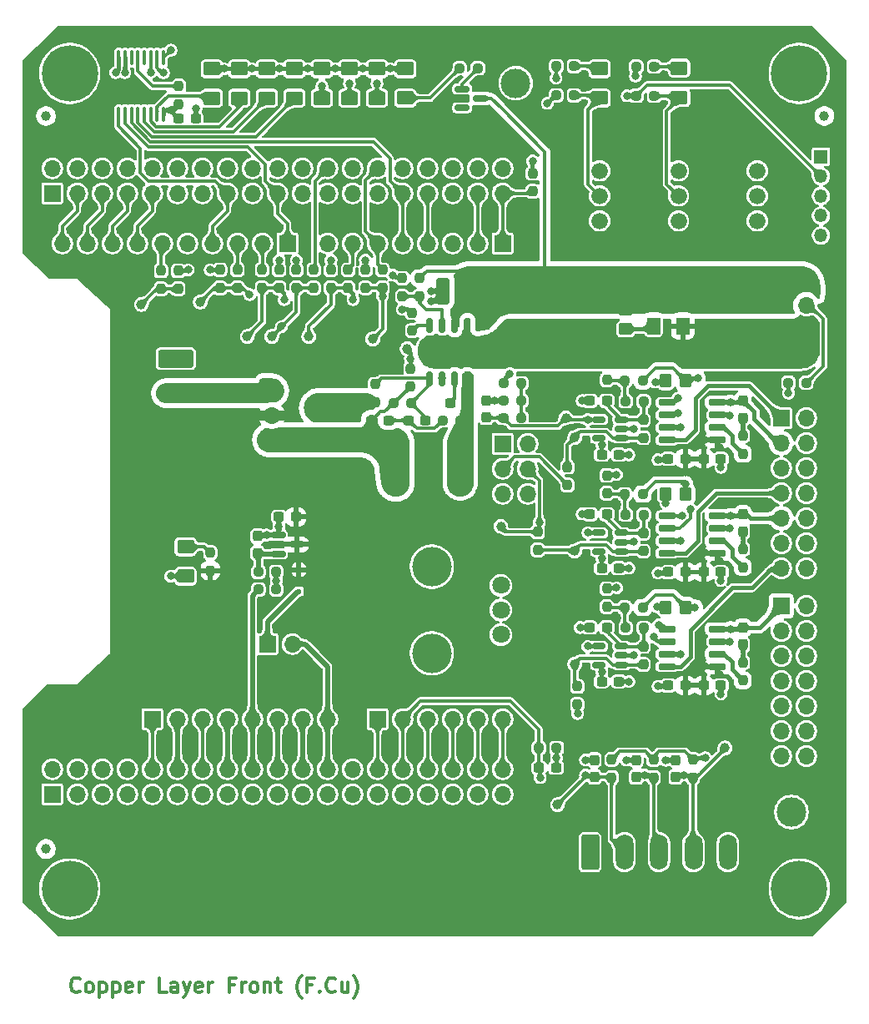
<source format=gbr>
G04 #@! TF.GenerationSoftware,KiCad,Pcbnew,9.0.3*
G04 #@! TF.CreationDate,2026-02-18T15:21:06+00:00*
G04 #@! TF.ProjectId,nevb_mtr1_c_1,6e657662-5f6d-4747-9231-5f635f312e6b,01*
G04 #@! TF.SameCoordinates,Original*
G04 #@! TF.FileFunction,Copper,L1,Top*
G04 #@! TF.FilePolarity,Positive*
%FSLAX46Y46*%
G04 Gerber Fmt 4.6, Leading zero omitted, Abs format (unit mm)*
G04 Created by KiCad (PCBNEW 9.0.3) date 2026-02-18 15:21:06*
%MOMM*%
%LPD*%
G01*
G04 APERTURE LIST*
G04 Aperture macros list*
%AMRoundRect*
0 Rectangle with rounded corners*
0 $1 Rounding radius*
0 $2 $3 $4 $5 $6 $7 $8 $9 X,Y pos of 4 corners*
0 Add a 4 corners polygon primitive as box body*
4,1,4,$2,$3,$4,$5,$6,$7,$8,$9,$2,$3,0*
0 Add four circle primitives for the rounded corners*
1,1,$1+$1,$2,$3*
1,1,$1+$1,$4,$5*
1,1,$1+$1,$6,$7*
1,1,$1+$1,$8,$9*
0 Add four rect primitives between the rounded corners*
20,1,$1+$1,$2,$3,$4,$5,0*
20,1,$1+$1,$4,$5,$6,$7,0*
20,1,$1+$1,$6,$7,$8,$9,0*
20,1,$1+$1,$8,$9,$2,$3,0*%
G04 Aperture macros list end*
%ADD10C,0.300000*%
G04 #@! TA.AperFunction,NonConductor*
%ADD11C,0.300000*%
G04 #@! TD*
G04 #@! TA.AperFunction,ComponentPad*
%ADD12C,1.676400*%
G04 #@! TD*
G04 #@! TA.AperFunction,SMDPad,CuDef*
%ADD13R,1.600000X2.200000*%
G04 #@! TD*
G04 #@! TA.AperFunction,SMDPad,CuDef*
%ADD14RoundRect,0.250001X-0.624999X0.462499X-0.624999X-0.462499X0.624999X-0.462499X0.624999X0.462499X0*%
G04 #@! TD*
G04 #@! TA.AperFunction,SMDPad,CuDef*
%ADD15RoundRect,0.250001X0.624999X-0.462499X0.624999X0.462499X-0.624999X0.462499X-0.624999X-0.462499X0*%
G04 #@! TD*
G04 #@! TA.AperFunction,SMDPad,CuDef*
%ADD16RoundRect,0.237500X0.250000X0.237500X-0.250000X0.237500X-0.250000X-0.237500X0.250000X-0.237500X0*%
G04 #@! TD*
G04 #@! TA.AperFunction,SMDPad,CuDef*
%ADD17RoundRect,0.150000X0.725000X0.150000X-0.725000X0.150000X-0.725000X-0.150000X0.725000X-0.150000X0*%
G04 #@! TD*
G04 #@! TA.AperFunction,SMDPad,CuDef*
%ADD18RoundRect,0.237500X-0.237500X0.250000X-0.237500X-0.250000X0.237500X-0.250000X0.237500X0.250000X0*%
G04 #@! TD*
G04 #@! TA.AperFunction,ComponentPad*
%ADD19C,5.700000*%
G04 #@! TD*
G04 #@! TA.AperFunction,SMDPad,CuDef*
%ADD20RoundRect,0.250001X0.462499X0.624999X-0.462499X0.624999X-0.462499X-0.624999X0.462499X-0.624999X0*%
G04 #@! TD*
G04 #@! TA.AperFunction,SMDPad,CuDef*
%ADD21RoundRect,0.237500X0.237500X-0.250000X0.237500X0.250000X-0.237500X0.250000X-0.237500X-0.250000X0*%
G04 #@! TD*
G04 #@! TA.AperFunction,SMDPad,CuDef*
%ADD22RoundRect,0.150000X0.512500X0.150000X-0.512500X0.150000X-0.512500X-0.150000X0.512500X-0.150000X0*%
G04 #@! TD*
G04 #@! TA.AperFunction,ComponentPad*
%ADD23R,1.700000X1.700000*%
G04 #@! TD*
G04 #@! TA.AperFunction,ComponentPad*
%ADD24O,1.700000X1.700000*%
G04 #@! TD*
G04 #@! TA.AperFunction,SMDPad,CuDef*
%ADD25RoundRect,0.150000X-0.587500X-0.150000X0.587500X-0.150000X0.587500X0.150000X-0.587500X0.150000X0*%
G04 #@! TD*
G04 #@! TA.AperFunction,ComponentPad*
%ADD26RoundRect,0.250000X-1.550000X0.650000X-1.550000X-0.650000X1.550000X-0.650000X1.550000X0.650000X0*%
G04 #@! TD*
G04 #@! TA.AperFunction,ComponentPad*
%ADD27O,3.600000X1.800000*%
G04 #@! TD*
G04 #@! TA.AperFunction,SMDPad,CuDef*
%ADD28RoundRect,0.237500X0.237500X-0.300000X0.237500X0.300000X-0.237500X0.300000X-0.237500X-0.300000X0*%
G04 #@! TD*
G04 #@! TA.AperFunction,SMDPad,CuDef*
%ADD29RoundRect,0.237500X0.300000X0.237500X-0.300000X0.237500X-0.300000X-0.237500X0.300000X-0.237500X0*%
G04 #@! TD*
G04 #@! TA.AperFunction,SMDPad,CuDef*
%ADD30C,1.000000*%
G04 #@! TD*
G04 #@! TA.AperFunction,ComponentPad*
%ADD31C,3.000000*%
G04 #@! TD*
G04 #@! TA.AperFunction,SMDPad,CuDef*
%ADD32RoundRect,0.250000X-0.350000X-0.450000X0.350000X-0.450000X0.350000X0.450000X-0.350000X0.450000X0*%
G04 #@! TD*
G04 #@! TA.AperFunction,SMDPad,CuDef*
%ADD33RoundRect,0.250000X0.475000X-0.337500X0.475000X0.337500X-0.475000X0.337500X-0.475000X-0.337500X0*%
G04 #@! TD*
G04 #@! TA.AperFunction,SMDPad,CuDef*
%ADD34RoundRect,0.100000X-0.100000X0.637500X-0.100000X-0.637500X0.100000X-0.637500X0.100000X0.637500X0*%
G04 #@! TD*
G04 #@! TA.AperFunction,ComponentPad*
%ADD35RoundRect,0.250000X-0.650000X-1.550000X0.650000X-1.550000X0.650000X1.550000X-0.650000X1.550000X0*%
G04 #@! TD*
G04 #@! TA.AperFunction,ComponentPad*
%ADD36O,1.800000X3.600000*%
G04 #@! TD*
G04 #@! TA.AperFunction,SMDPad,CuDef*
%ADD37RoundRect,0.237500X-0.300000X-0.237500X0.300000X-0.237500X0.300000X0.237500X-0.300000X0.237500X0*%
G04 #@! TD*
G04 #@! TA.AperFunction,SMDPad,CuDef*
%ADD38RoundRect,0.237500X-0.250000X-0.237500X0.250000X-0.237500X0.250000X0.237500X-0.250000X0.237500X0*%
G04 #@! TD*
G04 #@! TA.AperFunction,WasherPad*
%ADD39C,4.000000*%
G04 #@! TD*
G04 #@! TA.AperFunction,ComponentPad*
%ADD40C,1.800000*%
G04 #@! TD*
G04 #@! TA.AperFunction,SMDPad,CuDef*
%ADD41RoundRect,0.250000X-0.550000X1.500000X-0.550000X-1.500000X0.550000X-1.500000X0.550000X1.500000X0*%
G04 #@! TD*
G04 #@! TA.AperFunction,SMDPad,CuDef*
%ADD42RoundRect,0.250000X-1.100000X0.412500X-1.100000X-0.412500X1.100000X-0.412500X1.100000X0.412500X0*%
G04 #@! TD*
G04 #@! TA.AperFunction,SMDPad,CuDef*
%ADD43RoundRect,0.250000X-0.450000X0.350000X-0.450000X-0.350000X0.450000X-0.350000X0.450000X0.350000X0*%
G04 #@! TD*
G04 #@! TA.AperFunction,SMDPad,CuDef*
%ADD44RoundRect,0.125000X0.125000X-0.125000X0.125000X0.125000X-0.125000X0.125000X-0.125000X-0.125000X0*%
G04 #@! TD*
G04 #@! TA.AperFunction,SMDPad,CuDef*
%ADD45RoundRect,0.237500X-0.237500X0.300000X-0.237500X-0.300000X0.237500X-0.300000X0.237500X0.300000X0*%
G04 #@! TD*
G04 #@! TA.AperFunction,SMDPad,CuDef*
%ADD46RoundRect,0.250000X0.412500X1.100000X-0.412500X1.100000X-0.412500X-1.100000X0.412500X-1.100000X0*%
G04 #@! TD*
G04 #@! TA.AperFunction,SMDPad,CuDef*
%ADD47RoundRect,0.150000X-0.150000X0.625000X-0.150000X-0.625000X0.150000X-0.625000X0.150000X0.625000X0*%
G04 #@! TD*
G04 #@! TA.AperFunction,HeatsinkPad*
%ADD48C,0.500000*%
G04 #@! TD*
G04 #@! TA.AperFunction,HeatsinkPad*
%ADD49R,3.400000X2.710000*%
G04 #@! TD*
G04 #@! TA.AperFunction,SMDPad,CuDef*
%ADD50RoundRect,0.250000X-0.800000X0.450000X-0.800000X-0.450000X0.800000X-0.450000X0.800000X0.450000X0*%
G04 #@! TD*
G04 #@! TA.AperFunction,ComponentPad*
%ADD51R,1.350000X1.350000*%
G04 #@! TD*
G04 #@! TA.AperFunction,ComponentPad*
%ADD52O,1.350000X1.350000*%
G04 #@! TD*
G04 #@! TA.AperFunction,ViaPad*
%ADD53C,0.800000*%
G04 #@! TD*
G04 #@! TA.AperFunction,Conductor*
%ADD54C,0.300000*%
G04 #@! TD*
G04 #@! TA.AperFunction,Conductor*
%ADD55C,0.500000*%
G04 #@! TD*
G04 #@! TA.AperFunction,Conductor*
%ADD56C,0.400000*%
G04 #@! TD*
G04 #@! TA.AperFunction,Conductor*
%ADD57C,0.450000*%
G04 #@! TD*
G04 APERTURE END LIST*
D10*
D11*
X61863653Y-134277971D02*
X61792225Y-134349400D01*
X61792225Y-134349400D02*
X61577939Y-134420828D01*
X61577939Y-134420828D02*
X61435082Y-134420828D01*
X61435082Y-134420828D02*
X61220796Y-134349400D01*
X61220796Y-134349400D02*
X61077939Y-134206542D01*
X61077939Y-134206542D02*
X61006510Y-134063685D01*
X61006510Y-134063685D02*
X60935082Y-133777971D01*
X60935082Y-133777971D02*
X60935082Y-133563685D01*
X60935082Y-133563685D02*
X61006510Y-133277971D01*
X61006510Y-133277971D02*
X61077939Y-133135114D01*
X61077939Y-133135114D02*
X61220796Y-132992257D01*
X61220796Y-132992257D02*
X61435082Y-132920828D01*
X61435082Y-132920828D02*
X61577939Y-132920828D01*
X61577939Y-132920828D02*
X61792225Y-132992257D01*
X61792225Y-132992257D02*
X61863653Y-133063685D01*
X62720796Y-134420828D02*
X62577939Y-134349400D01*
X62577939Y-134349400D02*
X62506510Y-134277971D01*
X62506510Y-134277971D02*
X62435082Y-134135114D01*
X62435082Y-134135114D02*
X62435082Y-133706542D01*
X62435082Y-133706542D02*
X62506510Y-133563685D01*
X62506510Y-133563685D02*
X62577939Y-133492257D01*
X62577939Y-133492257D02*
X62720796Y-133420828D01*
X62720796Y-133420828D02*
X62935082Y-133420828D01*
X62935082Y-133420828D02*
X63077939Y-133492257D01*
X63077939Y-133492257D02*
X63149368Y-133563685D01*
X63149368Y-133563685D02*
X63220796Y-133706542D01*
X63220796Y-133706542D02*
X63220796Y-134135114D01*
X63220796Y-134135114D02*
X63149368Y-134277971D01*
X63149368Y-134277971D02*
X63077939Y-134349400D01*
X63077939Y-134349400D02*
X62935082Y-134420828D01*
X62935082Y-134420828D02*
X62720796Y-134420828D01*
X63863653Y-133420828D02*
X63863653Y-134920828D01*
X63863653Y-133492257D02*
X64006511Y-133420828D01*
X64006511Y-133420828D02*
X64292225Y-133420828D01*
X64292225Y-133420828D02*
X64435082Y-133492257D01*
X64435082Y-133492257D02*
X64506511Y-133563685D01*
X64506511Y-133563685D02*
X64577939Y-133706542D01*
X64577939Y-133706542D02*
X64577939Y-134135114D01*
X64577939Y-134135114D02*
X64506511Y-134277971D01*
X64506511Y-134277971D02*
X64435082Y-134349400D01*
X64435082Y-134349400D02*
X64292225Y-134420828D01*
X64292225Y-134420828D02*
X64006511Y-134420828D01*
X64006511Y-134420828D02*
X63863653Y-134349400D01*
X65220796Y-133420828D02*
X65220796Y-134920828D01*
X65220796Y-133492257D02*
X65363654Y-133420828D01*
X65363654Y-133420828D02*
X65649368Y-133420828D01*
X65649368Y-133420828D02*
X65792225Y-133492257D01*
X65792225Y-133492257D02*
X65863654Y-133563685D01*
X65863654Y-133563685D02*
X65935082Y-133706542D01*
X65935082Y-133706542D02*
X65935082Y-134135114D01*
X65935082Y-134135114D02*
X65863654Y-134277971D01*
X65863654Y-134277971D02*
X65792225Y-134349400D01*
X65792225Y-134349400D02*
X65649368Y-134420828D01*
X65649368Y-134420828D02*
X65363654Y-134420828D01*
X65363654Y-134420828D02*
X65220796Y-134349400D01*
X67149368Y-134349400D02*
X67006511Y-134420828D01*
X67006511Y-134420828D02*
X66720797Y-134420828D01*
X66720797Y-134420828D02*
X66577939Y-134349400D01*
X66577939Y-134349400D02*
X66506511Y-134206542D01*
X66506511Y-134206542D02*
X66506511Y-133635114D01*
X66506511Y-133635114D02*
X66577939Y-133492257D01*
X66577939Y-133492257D02*
X66720797Y-133420828D01*
X66720797Y-133420828D02*
X67006511Y-133420828D01*
X67006511Y-133420828D02*
X67149368Y-133492257D01*
X67149368Y-133492257D02*
X67220797Y-133635114D01*
X67220797Y-133635114D02*
X67220797Y-133777971D01*
X67220797Y-133777971D02*
X66506511Y-133920828D01*
X67863653Y-134420828D02*
X67863653Y-133420828D01*
X67863653Y-133706542D02*
X67935082Y-133563685D01*
X67935082Y-133563685D02*
X68006511Y-133492257D01*
X68006511Y-133492257D02*
X68149368Y-133420828D01*
X68149368Y-133420828D02*
X68292225Y-133420828D01*
X70649367Y-134420828D02*
X69935081Y-134420828D01*
X69935081Y-134420828D02*
X69935081Y-132920828D01*
X71792225Y-134420828D02*
X71792225Y-133635114D01*
X71792225Y-133635114D02*
X71720796Y-133492257D01*
X71720796Y-133492257D02*
X71577939Y-133420828D01*
X71577939Y-133420828D02*
X71292225Y-133420828D01*
X71292225Y-133420828D02*
X71149367Y-133492257D01*
X71792225Y-134349400D02*
X71649367Y-134420828D01*
X71649367Y-134420828D02*
X71292225Y-134420828D01*
X71292225Y-134420828D02*
X71149367Y-134349400D01*
X71149367Y-134349400D02*
X71077939Y-134206542D01*
X71077939Y-134206542D02*
X71077939Y-134063685D01*
X71077939Y-134063685D02*
X71149367Y-133920828D01*
X71149367Y-133920828D02*
X71292225Y-133849400D01*
X71292225Y-133849400D02*
X71649367Y-133849400D01*
X71649367Y-133849400D02*
X71792225Y-133777971D01*
X72363653Y-133420828D02*
X72720796Y-134420828D01*
X73077939Y-133420828D02*
X72720796Y-134420828D01*
X72720796Y-134420828D02*
X72577939Y-134777971D01*
X72577939Y-134777971D02*
X72506510Y-134849400D01*
X72506510Y-134849400D02*
X72363653Y-134920828D01*
X74220796Y-134349400D02*
X74077939Y-134420828D01*
X74077939Y-134420828D02*
X73792225Y-134420828D01*
X73792225Y-134420828D02*
X73649367Y-134349400D01*
X73649367Y-134349400D02*
X73577939Y-134206542D01*
X73577939Y-134206542D02*
X73577939Y-133635114D01*
X73577939Y-133635114D02*
X73649367Y-133492257D01*
X73649367Y-133492257D02*
X73792225Y-133420828D01*
X73792225Y-133420828D02*
X74077939Y-133420828D01*
X74077939Y-133420828D02*
X74220796Y-133492257D01*
X74220796Y-133492257D02*
X74292225Y-133635114D01*
X74292225Y-133635114D02*
X74292225Y-133777971D01*
X74292225Y-133777971D02*
X73577939Y-133920828D01*
X74935081Y-134420828D02*
X74935081Y-133420828D01*
X74935081Y-133706542D02*
X75006510Y-133563685D01*
X75006510Y-133563685D02*
X75077939Y-133492257D01*
X75077939Y-133492257D02*
X75220796Y-133420828D01*
X75220796Y-133420828D02*
X75363653Y-133420828D01*
X77506509Y-133635114D02*
X77006509Y-133635114D01*
X77006509Y-134420828D02*
X77006509Y-132920828D01*
X77006509Y-132920828D02*
X77720795Y-132920828D01*
X78292223Y-134420828D02*
X78292223Y-133420828D01*
X78292223Y-133706542D02*
X78363652Y-133563685D01*
X78363652Y-133563685D02*
X78435081Y-133492257D01*
X78435081Y-133492257D02*
X78577938Y-133420828D01*
X78577938Y-133420828D02*
X78720795Y-133420828D01*
X79435080Y-134420828D02*
X79292223Y-134349400D01*
X79292223Y-134349400D02*
X79220794Y-134277971D01*
X79220794Y-134277971D02*
X79149366Y-134135114D01*
X79149366Y-134135114D02*
X79149366Y-133706542D01*
X79149366Y-133706542D02*
X79220794Y-133563685D01*
X79220794Y-133563685D02*
X79292223Y-133492257D01*
X79292223Y-133492257D02*
X79435080Y-133420828D01*
X79435080Y-133420828D02*
X79649366Y-133420828D01*
X79649366Y-133420828D02*
X79792223Y-133492257D01*
X79792223Y-133492257D02*
X79863652Y-133563685D01*
X79863652Y-133563685D02*
X79935080Y-133706542D01*
X79935080Y-133706542D02*
X79935080Y-134135114D01*
X79935080Y-134135114D02*
X79863652Y-134277971D01*
X79863652Y-134277971D02*
X79792223Y-134349400D01*
X79792223Y-134349400D02*
X79649366Y-134420828D01*
X79649366Y-134420828D02*
X79435080Y-134420828D01*
X80577937Y-133420828D02*
X80577937Y-134420828D01*
X80577937Y-133563685D02*
X80649366Y-133492257D01*
X80649366Y-133492257D02*
X80792223Y-133420828D01*
X80792223Y-133420828D02*
X81006509Y-133420828D01*
X81006509Y-133420828D02*
X81149366Y-133492257D01*
X81149366Y-133492257D02*
X81220795Y-133635114D01*
X81220795Y-133635114D02*
X81220795Y-134420828D01*
X81720795Y-133420828D02*
X82292223Y-133420828D01*
X81935080Y-132920828D02*
X81935080Y-134206542D01*
X81935080Y-134206542D02*
X82006509Y-134349400D01*
X82006509Y-134349400D02*
X82149366Y-134420828D01*
X82149366Y-134420828D02*
X82292223Y-134420828D01*
X84363652Y-134992257D02*
X84292223Y-134920828D01*
X84292223Y-134920828D02*
X84149366Y-134706542D01*
X84149366Y-134706542D02*
X84077938Y-134563685D01*
X84077938Y-134563685D02*
X84006509Y-134349400D01*
X84006509Y-134349400D02*
X83935080Y-133992257D01*
X83935080Y-133992257D02*
X83935080Y-133706542D01*
X83935080Y-133706542D02*
X84006509Y-133349400D01*
X84006509Y-133349400D02*
X84077938Y-133135114D01*
X84077938Y-133135114D02*
X84149366Y-132992257D01*
X84149366Y-132992257D02*
X84292223Y-132777971D01*
X84292223Y-132777971D02*
X84363652Y-132706542D01*
X85435080Y-133635114D02*
X84935080Y-133635114D01*
X84935080Y-134420828D02*
X84935080Y-132920828D01*
X84935080Y-132920828D02*
X85649366Y-132920828D01*
X86220794Y-134277971D02*
X86292223Y-134349400D01*
X86292223Y-134349400D02*
X86220794Y-134420828D01*
X86220794Y-134420828D02*
X86149366Y-134349400D01*
X86149366Y-134349400D02*
X86220794Y-134277971D01*
X86220794Y-134277971D02*
X86220794Y-134420828D01*
X87792223Y-134277971D02*
X87720795Y-134349400D01*
X87720795Y-134349400D02*
X87506509Y-134420828D01*
X87506509Y-134420828D02*
X87363652Y-134420828D01*
X87363652Y-134420828D02*
X87149366Y-134349400D01*
X87149366Y-134349400D02*
X87006509Y-134206542D01*
X87006509Y-134206542D02*
X86935080Y-134063685D01*
X86935080Y-134063685D02*
X86863652Y-133777971D01*
X86863652Y-133777971D02*
X86863652Y-133563685D01*
X86863652Y-133563685D02*
X86935080Y-133277971D01*
X86935080Y-133277971D02*
X87006509Y-133135114D01*
X87006509Y-133135114D02*
X87149366Y-132992257D01*
X87149366Y-132992257D02*
X87363652Y-132920828D01*
X87363652Y-132920828D02*
X87506509Y-132920828D01*
X87506509Y-132920828D02*
X87720795Y-132992257D01*
X87720795Y-132992257D02*
X87792223Y-133063685D01*
X89077938Y-133420828D02*
X89077938Y-134420828D01*
X88435080Y-133420828D02*
X88435080Y-134206542D01*
X88435080Y-134206542D02*
X88506509Y-134349400D01*
X88506509Y-134349400D02*
X88649366Y-134420828D01*
X88649366Y-134420828D02*
X88863652Y-134420828D01*
X88863652Y-134420828D02*
X89006509Y-134349400D01*
X89006509Y-134349400D02*
X89077938Y-134277971D01*
X89649366Y-134992257D02*
X89720795Y-134920828D01*
X89720795Y-134920828D02*
X89863652Y-134706542D01*
X89863652Y-134706542D02*
X89935081Y-134563685D01*
X89935081Y-134563685D02*
X90006509Y-134349400D01*
X90006509Y-134349400D02*
X90077938Y-133992257D01*
X90077938Y-133992257D02*
X90077938Y-133706542D01*
X90077938Y-133706542D02*
X90006509Y-133349400D01*
X90006509Y-133349400D02*
X89935081Y-133135114D01*
X89935081Y-133135114D02*
X89863652Y-132992257D01*
X89863652Y-132992257D02*
X89720795Y-132777971D01*
X89720795Y-132777971D02*
X89649366Y-132706542D01*
D12*
X122634000Y-56134000D03*
X122634000Y-53594000D03*
X122634000Y-51054000D03*
X114633000Y-56134000D03*
X114633000Y-53594000D03*
X114633000Y-51054000D03*
X130635000Y-56134000D03*
X130635000Y-53594000D03*
X130635000Y-51054000D03*
D13*
X100304000Y-82614000D03*
X93904000Y-82614000D03*
D14*
X78058500Y-40715000D03*
X78058500Y-43690000D03*
D15*
X72604000Y-92176500D03*
X72604000Y-89201500D03*
D16*
X102258500Y-40656000D03*
X100433500Y-40656000D03*
D17*
X126604000Y-78364000D03*
X126604000Y-77094000D03*
X126604000Y-75824000D03*
X126604000Y-74554000D03*
X121454000Y-74554000D03*
X121454000Y-75824000D03*
X121454000Y-77094000D03*
X121454000Y-78364000D03*
D18*
X92604000Y-61114000D03*
X92604000Y-62939000D03*
D19*
X60833000Y-41180000D03*
D20*
X123091500Y-66810000D03*
X120116500Y-66810000D03*
D14*
X92028500Y-40715000D03*
X92028500Y-43690000D03*
D21*
X75104000Y-91614000D03*
X75104000Y-89789000D03*
D18*
X108354000Y-87701500D03*
X108354000Y-89526500D03*
D22*
X116852000Y-101179000D03*
X116852000Y-100229000D03*
X116852000Y-99279000D03*
X114577000Y-99279000D03*
X114577000Y-101179000D03*
D23*
X82931000Y-58420000D03*
D24*
X80391000Y-58420000D03*
X77851000Y-58420000D03*
X75311000Y-58420000D03*
X72771000Y-58420000D03*
X70231000Y-58420000D03*
X67691000Y-58420000D03*
X65151000Y-58420000D03*
X62611000Y-58420000D03*
X60071000Y-58420000D03*
D25*
X100662500Y-44654000D03*
X102537500Y-43704000D03*
X100662500Y-42754000D03*
D19*
X60833000Y-123920000D03*
D26*
X71604000Y-70114000D03*
D27*
X71604000Y-73614000D03*
D28*
X129177949Y-87626448D03*
X129177949Y-85901448D03*
D29*
X115371000Y-97391500D03*
X113646000Y-97391500D03*
D30*
X81354000Y-67864000D03*
D14*
X94913000Y-40692500D03*
X94913000Y-43667500D03*
D31*
X106121000Y-42180000D03*
D18*
X87354000Y-61114000D03*
X87354000Y-62939000D03*
D16*
X119104000Y-97435000D03*
X117279000Y-97435000D03*
X119104000Y-85935000D03*
X117279000Y-85935000D03*
D32*
X121354000Y-72364000D03*
X123354000Y-72364000D03*
D16*
X120173500Y-40475000D03*
X118348500Y-40475000D03*
D28*
X114104000Y-112564000D03*
X114104000Y-110839000D03*
D33*
X86104000Y-77651500D03*
X86104000Y-75576500D03*
D28*
X103133188Y-76076940D03*
X103133188Y-74351940D03*
D21*
X129177949Y-102764685D03*
X129177949Y-100939685D03*
D34*
X70347000Y-39571500D03*
X69697000Y-39571500D03*
X69047000Y-39571500D03*
X68397000Y-39571500D03*
X67747000Y-39571500D03*
X67097000Y-39571500D03*
X66447000Y-39571500D03*
X65797000Y-39571500D03*
X65797000Y-45296500D03*
X66447000Y-45296500D03*
X67097000Y-45296500D03*
X67747000Y-45296500D03*
X68397000Y-45296500D03*
X69047000Y-45296500D03*
X69697000Y-45296500D03*
X70347000Y-45296500D03*
D21*
X107823000Y-53133000D03*
X107823000Y-51308000D03*
D30*
X112104000Y-78114000D03*
X91604000Y-68114000D03*
X85104000Y-67864000D03*
X137437000Y-45498000D03*
D21*
X124104000Y-112614000D03*
X124104000Y-110789000D03*
D30*
X110354000Y-115364000D03*
D35*
X113659000Y-120181500D03*
D36*
X117159000Y-120181500D03*
X120659000Y-120181500D03*
X124159000Y-120181500D03*
X127659000Y-120181500D03*
D18*
X95604000Y-65451500D03*
X95604000Y-67276500D03*
D30*
X78854000Y-67864000D03*
D37*
X71891500Y-45774000D03*
X73616500Y-45774000D03*
D23*
X133073000Y-76146000D03*
D24*
X135613000Y-76146000D03*
X133073000Y-78686000D03*
X135613000Y-78686000D03*
X133073000Y-81226000D03*
X135613000Y-81226000D03*
X133073000Y-83766000D03*
X135613000Y-83766000D03*
X133073000Y-86306000D03*
X135613000Y-86306000D03*
X133073000Y-88846000D03*
X135613000Y-88846000D03*
X133073000Y-91386000D03*
X135613000Y-91386000D03*
D30*
X112104000Y-89614000D03*
D21*
X119080500Y-89641500D03*
X119080500Y-87816500D03*
X129177949Y-79764685D03*
X129177949Y-77939685D03*
D38*
X118348500Y-43450000D03*
X120173500Y-43450000D03*
D21*
X82104000Y-62939000D03*
X82104000Y-61114000D03*
D18*
X115354000Y-81951500D03*
X115354000Y-83776500D03*
D32*
X121354000Y-95364000D03*
X123354000Y-95364000D03*
D18*
X85604000Y-61114000D03*
X85604000Y-62939000D03*
D16*
X112045500Y-40438500D03*
X110220500Y-40438500D03*
D30*
X58420000Y-45498000D03*
D37*
X99491500Y-74614000D03*
X101216500Y-74614000D03*
D39*
X97604000Y-100014000D03*
X97604000Y-91214000D03*
D40*
X104604000Y-93114000D03*
X104604000Y-95614000D03*
X104604000Y-98114000D03*
D41*
X107569000Y-62986000D03*
X107569000Y-68586000D03*
D38*
X104854000Y-76114000D03*
X106679000Y-76114000D03*
D16*
X95516500Y-74614000D03*
X93691500Y-74614000D03*
D18*
X89104000Y-61114000D03*
X89104000Y-62939000D03*
D21*
X129177949Y-91264685D03*
X129177949Y-89439685D03*
D14*
X114633000Y-40692500D03*
X114633000Y-43667500D03*
X75264500Y-40715000D03*
X75264500Y-43690000D03*
D23*
X104775000Y-58420000D03*
D24*
X102235000Y-58420000D03*
X99695000Y-58420000D03*
X97155000Y-58420000D03*
X94615000Y-58420000D03*
X92075000Y-58420000D03*
X89535000Y-58420000D03*
X86995000Y-58420000D03*
D29*
X123337759Y-103266843D03*
X121612759Y-103266843D03*
D42*
X89104000Y-75551500D03*
X89104000Y-78676500D03*
D29*
X123337759Y-80266843D03*
X121612759Y-80266843D03*
D38*
X117191500Y-72364000D03*
X119016500Y-72364000D03*
D18*
X115354000Y-70451500D03*
X115354000Y-72276500D03*
D29*
X83793500Y-86172000D03*
X82068500Y-86172000D03*
D28*
X122354000Y-112564000D03*
X122354000Y-110839000D03*
D17*
X126604000Y-89864000D03*
X126604000Y-88594000D03*
X126604000Y-87324000D03*
X126604000Y-86054000D03*
X121454000Y-86054000D03*
X121454000Y-87324000D03*
X121454000Y-88594000D03*
X121454000Y-89864000D03*
D37*
X125216500Y-103266843D03*
X126941500Y-103266843D03*
D38*
X79986500Y-93538000D03*
X81811500Y-93538000D03*
X117191500Y-83864000D03*
X119016500Y-83864000D03*
D29*
X123337759Y-91766843D03*
X121612759Y-91766843D03*
D28*
X129177949Y-99126448D03*
X129177949Y-97401448D03*
D30*
X112104000Y-101114000D03*
D18*
X94604000Y-61951500D03*
X94604000Y-63776500D03*
D38*
X98691500Y-76364000D03*
X100516500Y-76364000D03*
D21*
X119080500Y-78141500D03*
X119080500Y-76316500D03*
D43*
X117281500Y-65114000D03*
X117281500Y-67114000D03*
D37*
X125216500Y-91766843D03*
X126941500Y-91766843D03*
D14*
X89234500Y-40715000D03*
X89234500Y-43690000D03*
D18*
X115354000Y-93451500D03*
X115354000Y-95276500D03*
D29*
X115371000Y-74391500D03*
X113646000Y-74391500D03*
D30*
X104604000Y-87114000D03*
D16*
X106679000Y-72614000D03*
X104854000Y-72614000D03*
D44*
X84104000Y-93726500D03*
X84104000Y-91526500D03*
D38*
X104854000Y-74364000D03*
X106679000Y-74364000D03*
D22*
X116852000Y-78179000D03*
X116852000Y-77229000D03*
X116852000Y-76279000D03*
X114577000Y-76279000D03*
X114577000Y-78179000D03*
D29*
X93216500Y-76364000D03*
X91491500Y-76364000D03*
D21*
X96354000Y-63776500D03*
X96354000Y-61951500D03*
D38*
X133785726Y-72552528D03*
X135610726Y-72552528D03*
D37*
X114854000Y-79864000D03*
X116579000Y-79864000D03*
D30*
X95104000Y-69114000D03*
D45*
X102997000Y-66647000D03*
X102997000Y-68372000D03*
D19*
X134897000Y-41180000D03*
D18*
X71854000Y-61201500D03*
X71854000Y-63026500D03*
D21*
X119080500Y-101141500D03*
X119080500Y-99316500D03*
D30*
X68104000Y-64614000D03*
D21*
X120104000Y-112614000D03*
X120104000Y-110789000D03*
D46*
X101873500Y-63246000D03*
X98748500Y-63246000D03*
D14*
X83646500Y-40715000D03*
X83646500Y-43690000D03*
D21*
X111354000Y-82939000D03*
X111354000Y-81114000D03*
D19*
X134897000Y-123920000D03*
D30*
X74104000Y-64364000D03*
D18*
X80354000Y-61114000D03*
X80354000Y-62939000D03*
D21*
X83854000Y-62939000D03*
X83854000Y-61114000D03*
D25*
X81993500Y-88016000D03*
X81993500Y-89916000D03*
X83868500Y-88966000D03*
D28*
X118354000Y-112564000D03*
X118354000Y-110839000D03*
X129177949Y-76126448D03*
X129177949Y-74401448D03*
D23*
X69215000Y-106680000D03*
D24*
X71755000Y-106680000D03*
X74295000Y-106680000D03*
X76835000Y-106680000D03*
X79375000Y-106680000D03*
X81915000Y-106680000D03*
X84455000Y-106680000D03*
X86995000Y-106680000D03*
D14*
X86440500Y-40715000D03*
X86440500Y-43690000D03*
D28*
X79883000Y-89828500D03*
X79883000Y-88103500D03*
D29*
X115371000Y-85891500D03*
X113646000Y-85891500D03*
D38*
X110220500Y-43413500D03*
X112045500Y-43413500D03*
D18*
X70104000Y-61201500D03*
X70104000Y-63026500D03*
D29*
X96966500Y-76364000D03*
X95241500Y-76364000D03*
D21*
X71914000Y-44286500D03*
X71914000Y-42461500D03*
D14*
X80852500Y-40715000D03*
X80852500Y-43690000D03*
D18*
X77854000Y-61114000D03*
X77854000Y-62939000D03*
D31*
X134104000Y-116114000D03*
D38*
X117191500Y-95364000D03*
X119016500Y-95364000D03*
D16*
X119104000Y-74435000D03*
X117279000Y-74435000D03*
D32*
X121354000Y-83864000D03*
X123354000Y-83864000D03*
D47*
X101209000Y-66764000D03*
X99939000Y-66764000D03*
X98669000Y-66764000D03*
X97399000Y-66764000D03*
X97399000Y-72164000D03*
X98669000Y-72164000D03*
X99939000Y-72164000D03*
X101209000Y-72164000D03*
D48*
X101254000Y-68814000D03*
X99954000Y-68814000D03*
X98654000Y-68814000D03*
X97354000Y-68814000D03*
D49*
X99304000Y-69464000D03*
D48*
X101254000Y-70114000D03*
X99954000Y-70114000D03*
X98654000Y-70114000D03*
X97354000Y-70114000D03*
D16*
X81811500Y-91760000D03*
X79986500Y-91760000D03*
D17*
X126604000Y-101364000D03*
X126604000Y-100094000D03*
X126604000Y-98824000D03*
X126604000Y-97554000D03*
X121454000Y-97554000D03*
X121454000Y-98824000D03*
X121454000Y-100094000D03*
X121454000Y-101364000D03*
D37*
X108491500Y-111614000D03*
X110216500Y-111614000D03*
D21*
X112354000Y-105189000D03*
X112354000Y-103364000D03*
D50*
X113411000Y-63840000D03*
X113411000Y-68240000D03*
D18*
X76104000Y-61114000D03*
X76104000Y-62939000D03*
D30*
X111204000Y-76114000D03*
D23*
X92075000Y-106680000D03*
D24*
X94615000Y-106680000D03*
X97155000Y-106680000D03*
X99695000Y-106680000D03*
X102235000Y-106680000D03*
X104775000Y-106680000D03*
D23*
X80899000Y-99060000D03*
D24*
X83439000Y-99060000D03*
D37*
X125216500Y-80266843D03*
X126941500Y-80266843D03*
D23*
X133073000Y-62176000D03*
D24*
X135613000Y-62176000D03*
X133073000Y-64716000D03*
X135613000Y-64716000D03*
X133073000Y-67256000D03*
X135613000Y-67256000D03*
X133073000Y-69796000D03*
X135613000Y-69796000D03*
D37*
X114854000Y-91364000D03*
X116579000Y-91364000D03*
D22*
X116852000Y-89679000D03*
X116852000Y-88729000D03*
X116852000Y-87779000D03*
X114577000Y-87779000D03*
X114577000Y-89679000D03*
D18*
X95427588Y-71128071D03*
X95427588Y-72953071D03*
D14*
X122713000Y-40647500D03*
X122713000Y-43622500D03*
D30*
X58420000Y-119856000D03*
X127354000Y-109614000D03*
D23*
X133073000Y-95196000D03*
D24*
X135613000Y-95196000D03*
X133073000Y-97736000D03*
X135613000Y-97736000D03*
X133073000Y-100276000D03*
X135613000Y-100276000D03*
X133073000Y-102816000D03*
X135613000Y-102816000D03*
X133073000Y-105356000D03*
X135613000Y-105356000D03*
X133073000Y-107896000D03*
X135613000Y-107896000D03*
X133073000Y-110436000D03*
X135613000Y-110436000D03*
D37*
X114854000Y-102864000D03*
X116579000Y-102864000D03*
D21*
X90854000Y-62939000D03*
X90854000Y-61114000D03*
X91854000Y-74526500D03*
X91854000Y-72701500D03*
D23*
X81354000Y-78419000D03*
D24*
X81354000Y-75879000D03*
X81354000Y-73339000D03*
D21*
X115854000Y-112614000D03*
X115854000Y-110789000D03*
D16*
X110266500Y-109614000D03*
X108441500Y-109614000D03*
D23*
X59055000Y-53340000D03*
D24*
X59055000Y-50800000D03*
X61595000Y-53340000D03*
X61595000Y-50800000D03*
X64135000Y-53340000D03*
X64135000Y-50800000D03*
X66675000Y-53340000D03*
X66675000Y-50800000D03*
X69215000Y-53340000D03*
X69215000Y-50800000D03*
X71755000Y-53340000D03*
X71755000Y-50800000D03*
X74295000Y-53340000D03*
X74295000Y-50800000D03*
X76835000Y-53340000D03*
X76835000Y-50800000D03*
X79375000Y-53340000D03*
X79375000Y-50800000D03*
X81915000Y-53340000D03*
X81915000Y-50800000D03*
X84455000Y-53340000D03*
X84455000Y-50800000D03*
X86995000Y-53340000D03*
X86995000Y-50800000D03*
X89535000Y-53340000D03*
X89535000Y-50800000D03*
X92075000Y-53340000D03*
X92075000Y-50800000D03*
X94615000Y-53340000D03*
X94615000Y-50800000D03*
X97155000Y-53340000D03*
X97155000Y-50800000D03*
X99695000Y-53340000D03*
X99695000Y-50800000D03*
X102235000Y-53340000D03*
X102235000Y-50800000D03*
X104775000Y-53340000D03*
X104775000Y-50800000D03*
D23*
X59055000Y-114300000D03*
D24*
X59055000Y-111760000D03*
X61595000Y-114300000D03*
X61595000Y-111760000D03*
X64135000Y-114300000D03*
X64135000Y-111760000D03*
X66675000Y-114300000D03*
X66675000Y-111760000D03*
X69215000Y-114300000D03*
X69215000Y-111760000D03*
X71755000Y-114300000D03*
X71755000Y-111760000D03*
X74295000Y-114300000D03*
X74295000Y-111760000D03*
X76835000Y-114300000D03*
X76835000Y-111760000D03*
X79375000Y-114300000D03*
X79375000Y-111760000D03*
X81915000Y-114300000D03*
X81915000Y-111760000D03*
X84455000Y-114300000D03*
X84455000Y-111760000D03*
X86995000Y-114300000D03*
X86995000Y-111760000D03*
X89535000Y-114300000D03*
X89535000Y-111760000D03*
X92075000Y-114300000D03*
X92075000Y-111760000D03*
X94615000Y-114300000D03*
X94615000Y-111760000D03*
X97155000Y-114300000D03*
X97155000Y-111760000D03*
X99695000Y-114300000D03*
X99695000Y-111760000D03*
X102235000Y-114300000D03*
X102235000Y-111760000D03*
X104775000Y-114300000D03*
X104775000Y-111760000D03*
D51*
X137104000Y-49614000D03*
D52*
X137104000Y-51614000D03*
X137104000Y-53614000D03*
X137104000Y-55614000D03*
X137104000Y-57614000D03*
D23*
X104775000Y-78740000D03*
D24*
X107315000Y-78740000D03*
X104775000Y-81280000D03*
X107315000Y-81280000D03*
X104775000Y-83820000D03*
X107315000Y-83820000D03*
D53*
X131354000Y-75864000D03*
X123354000Y-93114000D03*
X125304000Y-78314000D03*
X125215877Y-81618247D03*
X126854000Y-90614000D03*
X131104000Y-85114000D03*
X125215877Y-104618247D03*
X125215877Y-93118247D03*
X83823764Y-87627909D03*
X126854000Y-79114000D03*
X126854000Y-102114000D03*
X83909499Y-90217119D03*
X125304000Y-89814000D03*
X94204000Y-67714000D03*
X125304000Y-101314000D03*
X123354000Y-104614000D03*
X123354000Y-81614000D03*
X90854000Y-60114000D03*
X87801000Y-40715000D03*
X113193339Y-110824661D03*
X118277734Y-41432000D03*
X84981000Y-40715000D03*
X126950425Y-81135756D03*
X90004212Y-74256659D03*
X118114939Y-88720086D03*
X122854000Y-88614000D03*
X122854000Y-100114000D03*
X82076217Y-87169597D03*
X117604000Y-91364000D03*
X118114939Y-100220086D03*
X82161000Y-40715000D03*
X93640167Y-61628239D03*
X118114939Y-77220086D03*
X87354000Y-60114000D03*
X109347000Y-69850000D03*
X112854000Y-74364000D03*
X112648875Y-97388645D03*
X75104000Y-61114000D03*
X121354000Y-110864000D03*
X90595000Y-40715000D03*
X120554000Y-80364000D03*
X117354000Y-110839000D03*
X117604000Y-79864000D03*
X111379000Y-68326000D03*
X73660000Y-44720000D03*
X97517000Y-64262000D03*
X93389000Y-40715000D03*
X86194212Y-74256659D03*
X110253823Y-110594905D03*
X122854000Y-77114000D03*
X79341000Y-40715000D03*
X94604000Y-65114000D03*
X116354000Y-93364000D03*
X72854000Y-61114000D03*
X113411000Y-66802000D03*
X87464212Y-74256659D03*
X65484000Y-41084000D03*
X126950425Y-104135756D03*
X113411000Y-69850000D03*
X66424000Y-41094000D03*
X83854000Y-60114000D03*
X71074000Y-92176500D03*
X110191885Y-41649500D03*
X103975756Y-74387165D03*
X76521000Y-40715000D03*
X106045000Y-68326000D03*
X82104000Y-60114000D03*
X117604000Y-102864000D03*
X126950425Y-92635756D03*
X109347000Y-68326000D03*
X120554000Y-91864000D03*
X97517000Y-63246000D03*
X106045000Y-69850000D03*
X116354000Y-81864000D03*
X115443000Y-68326000D03*
X112854000Y-85864000D03*
X80825081Y-88005955D03*
X120554000Y-103364000D03*
X88734212Y-74256659D03*
X71104000Y-44904000D03*
X81811500Y-92628864D03*
X107823000Y-50038000D03*
X133804000Y-73614000D03*
X108604000Y-112614000D03*
X71104000Y-38814000D03*
X92028500Y-42180000D03*
X114854000Y-101864000D03*
X125354000Y-110614000D03*
X114854000Y-90364000D03*
X114854000Y-78864000D03*
X89234500Y-42180000D03*
X70354000Y-41104000D03*
X69047000Y-41067000D03*
X86440500Y-42434000D03*
X120304000Y-72492002D03*
X121354000Y-84784175D03*
X105519066Y-71624837D03*
X120453662Y-95289872D03*
X79104000Y-63614000D03*
X122604000Y-74114000D03*
X82604000Y-64114000D03*
X122604000Y-75614000D03*
X89604000Y-64114000D03*
X120604000Y-97114000D03*
X120121496Y-98364000D03*
X82312578Y-66877220D03*
X71604000Y-63114000D03*
X122990631Y-86068676D03*
X92592251Y-63748842D03*
X123847020Y-85355190D03*
X95427588Y-70114000D03*
X98669000Y-72114000D03*
X113455766Y-87775189D03*
X113431736Y-76292886D03*
X113408357Y-99303634D03*
X109331000Y-44212000D03*
X117427000Y-43450000D03*
X127914000Y-74554000D03*
X124604000Y-72114000D03*
X124325056Y-95351893D03*
X127914000Y-97554000D03*
X127914000Y-86054000D03*
X123354000Y-82814003D03*
X112404000Y-106114000D03*
X123204000Y-112364000D03*
X108514339Y-86692415D03*
X119204000Y-112364000D03*
X113204000Y-112364000D03*
X127854000Y-87364000D03*
X127854000Y-75864000D03*
X127854000Y-98864000D03*
D54*
X114089661Y-110824661D02*
X114104000Y-110839000D01*
D55*
X120554000Y-80364000D02*
X121515602Y-80364000D01*
D54*
X72854000Y-61114000D02*
X72766500Y-61201500D01*
D55*
X120554000Y-91864000D02*
X121515602Y-91864000D01*
D56*
X73660000Y-45730500D02*
X73616500Y-45774000D01*
D54*
X72766500Y-61201500D02*
X71854000Y-61201500D01*
D55*
X121474000Y-88614000D02*
X121454000Y-88594000D01*
X126950425Y-81135756D02*
X126950425Y-80275768D01*
X126950425Y-80275768D02*
X126941500Y-80266843D01*
D54*
X110220500Y-40438500D02*
X110220500Y-41620885D01*
X95266500Y-65114000D02*
X95604000Y-65451500D01*
X87354000Y-60114000D02*
X87354000Y-61114000D01*
X117604000Y-79864000D02*
X116579000Y-79864000D01*
D55*
X82076217Y-87169597D02*
X82068500Y-87177314D01*
X81915000Y-111760000D02*
X81915000Y-106680000D01*
D54*
X103168413Y-74387165D02*
X103133188Y-74351940D01*
X93963428Y-61951500D02*
X94604000Y-61951500D01*
X118114939Y-100220086D02*
X116860914Y-100220086D01*
D56*
X66447000Y-41071000D02*
X66424000Y-41094000D01*
D54*
X118114939Y-88720086D02*
X116860914Y-88720086D01*
D57*
X97517000Y-63246000D02*
X98748500Y-63246000D01*
D55*
X121474000Y-100114000D02*
X121454000Y-100094000D01*
D54*
X82104000Y-60114000D02*
X82104000Y-61114000D01*
X116860914Y-100220086D02*
X116852000Y-100229000D01*
X122329000Y-110864000D02*
X122354000Y-110839000D01*
X103975756Y-74387165D02*
X103168413Y-74387165D01*
X116354000Y-81864000D02*
X115441500Y-81864000D01*
D56*
X66447000Y-39571500D02*
X66447000Y-41071000D01*
D54*
X110266500Y-111564000D02*
X110216500Y-111614000D01*
D56*
X94913000Y-40692500D02*
X75287000Y-40692500D01*
D54*
X93640167Y-61628239D02*
X93963428Y-61951500D01*
X116354000Y-93364000D02*
X115441500Y-93364000D01*
X121354000Y-110864000D02*
X122329000Y-110864000D01*
D55*
X79970500Y-88016000D02*
X79883000Y-88103500D01*
D54*
X117604000Y-102864000D02*
X116579000Y-102864000D01*
D56*
X65797000Y-40771000D02*
X65484000Y-41084000D01*
D55*
X82068500Y-87941000D02*
X81993500Y-88016000D01*
D54*
X72604000Y-92176500D02*
X71074000Y-92176500D01*
D55*
X80825081Y-88005955D02*
X80815036Y-88016000D01*
X121515602Y-103364000D02*
X121612759Y-103266843D01*
X80815036Y-88016000D02*
X79970500Y-88016000D01*
D56*
X65797000Y-39571500D02*
X65797000Y-40771000D01*
D55*
X121515602Y-80364000D02*
X121612759Y-80266843D01*
D54*
X116860914Y-77220086D02*
X116852000Y-77229000D01*
X83854000Y-60114000D02*
X83854000Y-61114000D01*
X118277734Y-41432000D02*
X118277734Y-40545766D01*
D55*
X121474000Y-77114000D02*
X121454000Y-77094000D01*
D54*
X113618500Y-74364000D02*
X113646000Y-74391500D01*
X115441500Y-93364000D02*
X115354000Y-93451500D01*
D55*
X80835126Y-88016000D02*
X80825081Y-88005955D01*
X126950425Y-104135756D02*
X126950425Y-103275768D01*
X122854000Y-77114000D02*
X121474000Y-77114000D01*
D57*
X97517000Y-64262000D02*
X98748500Y-64262000D01*
D54*
X115441500Y-81864000D02*
X115354000Y-81951500D01*
X118277734Y-40545766D02*
X118348500Y-40475000D01*
X113643145Y-97388645D02*
X113646000Y-97391500D01*
X104830835Y-74387165D02*
X104854000Y-74364000D01*
X113618500Y-85864000D02*
X113646000Y-85891500D01*
D55*
X81993500Y-88016000D02*
X80835126Y-88016000D01*
D54*
X112854000Y-85864000D02*
X113618500Y-85864000D01*
X117604000Y-91364000D02*
X116579000Y-91364000D01*
X112854000Y-74364000D02*
X113618500Y-74364000D01*
D56*
X75287000Y-40692500D02*
X75264500Y-40715000D01*
D55*
X120554000Y-103364000D02*
X121515602Y-103364000D01*
X122854000Y-100114000D02*
X121474000Y-100114000D01*
D54*
X110266500Y-109614000D02*
X110266500Y-111564000D01*
X112648875Y-97388645D02*
X113643145Y-97388645D01*
D55*
X126950425Y-91775768D02*
X126941500Y-91766843D01*
X121515602Y-91864000D02*
X121612759Y-91766843D01*
X122854000Y-88614000D02*
X121474000Y-88614000D01*
X82068500Y-87161880D02*
X82076217Y-87169597D01*
D54*
X118114939Y-77220086D02*
X116860914Y-77220086D01*
D55*
X82068500Y-87177314D02*
X82068500Y-87941000D01*
D56*
X73660000Y-44720000D02*
X73660000Y-45730500D01*
D54*
X110220500Y-41620885D02*
X110191885Y-41649500D01*
X75104000Y-61114000D02*
X76104000Y-61114000D01*
X113193339Y-110824661D02*
X114089661Y-110824661D01*
D55*
X126950425Y-92635756D02*
X126950425Y-91775768D01*
X84455000Y-111760000D02*
X84455000Y-106680000D01*
X82068500Y-86172000D02*
X82068500Y-87161880D01*
D54*
X94604000Y-65114000D02*
X95266500Y-65114000D01*
X117354000Y-110839000D02*
X118354000Y-110839000D01*
X116860914Y-88720086D02*
X116852000Y-88729000D01*
X103975756Y-74387165D02*
X104830835Y-74387165D01*
D55*
X126950425Y-103275768D02*
X126941500Y-103266843D01*
D54*
X90854000Y-60114000D02*
X90854000Y-61114000D01*
D56*
X71104000Y-44904000D02*
X71104000Y-44986500D01*
X71159000Y-45041500D02*
X71104000Y-44904000D01*
X71914000Y-44286500D02*
X71159000Y-45041500D01*
D55*
X81811500Y-91760000D02*
X81811500Y-93538000D01*
D56*
X71104000Y-44986500D02*
X71891500Y-45774000D01*
X70347000Y-44904000D02*
X71104000Y-44904000D01*
X70347000Y-45296500D02*
X70347000Y-44904000D01*
X129177949Y-100939685D02*
X129177949Y-99126448D01*
D54*
X92441500Y-72114000D02*
X91854000Y-72701500D01*
X96966500Y-76064000D02*
X96966500Y-76364000D01*
X95516500Y-74614000D02*
X96966500Y-76064000D01*
X97349000Y-72114000D02*
X92441500Y-72114000D01*
X97399000Y-72469000D02*
X97399000Y-72731500D01*
X97399000Y-72164000D02*
X97349000Y-72114000D01*
X97399000Y-72731500D02*
X95516500Y-74614000D01*
X97866500Y-77189000D02*
X96066500Y-77189000D01*
X98691500Y-76364000D02*
X97866500Y-77189000D01*
X95241500Y-76364000D02*
X93216500Y-76364000D01*
X96066500Y-77189000D02*
X95241500Y-76364000D01*
D55*
X81993500Y-89916000D02*
X79970500Y-89916000D01*
X79970500Y-89916000D02*
X79883000Y-89828500D01*
X79986500Y-91760000D02*
X79986500Y-89932000D01*
X79986500Y-89932000D02*
X79883000Y-89828500D01*
D56*
X129177949Y-77939685D02*
X129177949Y-76126448D01*
D54*
X119104000Y-74435000D02*
X119104000Y-76293000D01*
X115371000Y-74391500D02*
X115371000Y-74798000D01*
X116889500Y-76316500D02*
X116852000Y-76279000D01*
X119104000Y-76293000D02*
X119080500Y-76316500D01*
X115371000Y-74798000D02*
X116852000Y-76279000D01*
X119080500Y-76316500D02*
X116889500Y-76316500D01*
X112045500Y-40438500D02*
X114379000Y-40438500D01*
X114379000Y-40438500D02*
X114633000Y-40692500D01*
D55*
X83947000Y-93726500D02*
X84104000Y-93726500D01*
X80899000Y-96774500D02*
X83947000Y-93726500D01*
X80899000Y-99060000D02*
X80899000Y-96774500D01*
D54*
X107823000Y-50038000D02*
X107823000Y-51308000D01*
D56*
X119854000Y-67114000D02*
X120124000Y-66844000D01*
X117281500Y-67114000D02*
X119854000Y-67114000D01*
D54*
X122543500Y-40475000D02*
X122761000Y-40692500D01*
X120173500Y-40475000D02*
X122543500Y-40475000D01*
X68397000Y-45296500D02*
X68397000Y-46091105D01*
X77443500Y-47099000D02*
X80852500Y-43690000D01*
X69404895Y-47099000D02*
X77443500Y-47099000D01*
X68397000Y-46091105D02*
X69404895Y-47099000D01*
X76039000Y-46599000D02*
X78058500Y-44579500D01*
X69047000Y-45296500D02*
X69047000Y-46033999D01*
X69612001Y-46599000D02*
X76039000Y-46599000D01*
X78058500Y-44579500D02*
X78058500Y-43690000D01*
X69047000Y-46033999D02*
X69612001Y-46599000D01*
X70817832Y-43449000D02*
X75023500Y-43449000D01*
X69697000Y-45296500D02*
X69697000Y-44569832D01*
X69697000Y-44569832D02*
X70817832Y-43449000D01*
X75023500Y-43449000D02*
X75264500Y-43690000D01*
X94615000Y-111760000D02*
X94615000Y-106680000D01*
X108441500Y-107701500D02*
X108441500Y-109614000D01*
X96431000Y-104864000D02*
X105604000Y-104864000D01*
X108441500Y-109614000D02*
X108441500Y-111564000D01*
X108604000Y-111726500D02*
X108491500Y-111614000D01*
X108441500Y-111564000D02*
X108491500Y-111614000D01*
X105604000Y-104864000D02*
X108441500Y-107701500D01*
X133804000Y-72570802D02*
X133785726Y-72552528D01*
X133804000Y-73614000D02*
X133804000Y-72570802D01*
X108604000Y-112614000D02*
X108604000Y-111726500D01*
X94615000Y-106680000D02*
X96431000Y-104864000D01*
X114379000Y-43413500D02*
X114633000Y-43667500D01*
X112045500Y-43413500D02*
X114379000Y-43413500D01*
X113444800Y-52405800D02*
X113444800Y-44855700D01*
X114633000Y-53594000D02*
X113444800Y-52405800D01*
X114763885Y-43544385D02*
X114633000Y-43413500D01*
X113444800Y-44855700D02*
X114633000Y-43667500D01*
X107569000Y-62986000D02*
X109048000Y-61507000D01*
X109048000Y-49104000D02*
X104604000Y-44660000D01*
X104604000Y-44660000D02*
X103648000Y-43704000D01*
X103648000Y-43704000D02*
X102537500Y-43704000D01*
X96354000Y-61951500D02*
X97091500Y-61214000D01*
X97091500Y-61214000D02*
X101581000Y-61214000D01*
X109048000Y-61507000D02*
X109048000Y-49104000D01*
X71104000Y-38814000D02*
X71104000Y-38814500D01*
X92028500Y-42180000D02*
X92028500Y-43690000D01*
X71104000Y-38814500D02*
X70347000Y-39571500D01*
D55*
X71755000Y-111760000D02*
X71755000Y-106680000D01*
D54*
X120104000Y-110464068D02*
X120616568Y-109951500D01*
X114854000Y-89956000D02*
X114577000Y-89679000D01*
X120616568Y-109951500D02*
X123266500Y-109951500D01*
X119266500Y-109951500D02*
X120104000Y-110789000D01*
D56*
X124279000Y-110614000D02*
X124104000Y-110789000D01*
D54*
X114854000Y-101456000D02*
X114577000Y-101179000D01*
X114854000Y-79864000D02*
X114854000Y-78864000D01*
X114854000Y-78864000D02*
X114854000Y-78456000D01*
X115854000Y-110789000D02*
X116691500Y-109951500D01*
X114854000Y-91364000D02*
X114854000Y-90364000D01*
X123266500Y-109951500D02*
X124104000Y-110789000D01*
X114854000Y-78456000D02*
X114577000Y-78179000D01*
X120104000Y-110789000D02*
X120104000Y-110464068D01*
X116691500Y-109951500D02*
X119266500Y-109951500D01*
X114854000Y-101864000D02*
X114854000Y-101456000D01*
X114854000Y-102864000D02*
X114854000Y-101864000D01*
D56*
X125354000Y-110614000D02*
X124279000Y-110614000D01*
D54*
X114854000Y-90364000D02*
X114854000Y-89956000D01*
X89234500Y-42180000D02*
X89234500Y-43690000D01*
X70174661Y-41104000D02*
X69697000Y-40626339D01*
X69697000Y-40626339D02*
X69697000Y-39571500D01*
X70354000Y-41104000D02*
X70174661Y-41104000D01*
X115371000Y-86298000D02*
X116852000Y-87779000D01*
X115371000Y-85891500D02*
X115371000Y-86298000D01*
X116889500Y-87816500D02*
X116852000Y-87779000D01*
X119104000Y-87793000D02*
X119080500Y-87816500D01*
X119080500Y-87816500D02*
X116889500Y-87816500D01*
X119104000Y-85935000D02*
X119104000Y-87793000D01*
X119104000Y-99293000D02*
X119080500Y-99316500D01*
X119080500Y-99316500D02*
X116889500Y-99316500D01*
X115371000Y-97798000D02*
X116852000Y-99279000D01*
X115371000Y-97391500D02*
X115371000Y-97798000D01*
X116889500Y-99316500D02*
X116852000Y-99279000D01*
X119104000Y-97435000D02*
X119104000Y-99293000D01*
X120173500Y-43450000D02*
X122543500Y-43450000D01*
X121445800Y-44982700D02*
X121445800Y-52405800D01*
X122543500Y-43450000D02*
X122761000Y-43667500D01*
X121445800Y-52405800D02*
X122634000Y-53594000D01*
X122761000Y-43667500D02*
X121445800Y-44982700D01*
X96354000Y-64449000D02*
X97019000Y-65114000D01*
X97019000Y-65114000D02*
X98604000Y-65114000D01*
X96354000Y-63776500D02*
X96354000Y-64449000D01*
X98669000Y-65179000D02*
X98669000Y-66764000D01*
X94604000Y-63776500D02*
X96354000Y-63776500D01*
X98669000Y-66572738D02*
X98669000Y-66814000D01*
X98604000Y-65114000D02*
X98669000Y-65179000D01*
X69047000Y-41067000D02*
X69047000Y-39571500D01*
X86440500Y-42434000D02*
X86440500Y-43690000D01*
X69215000Y-55118000D02*
X69215000Y-53340000D01*
X67695000Y-58420000D02*
X67695000Y-56638000D01*
X67695000Y-56638000D02*
X69215000Y-55118000D01*
X100662500Y-42252000D02*
X102258500Y-40656000D01*
X100662500Y-42754000D02*
X100662500Y-42252000D01*
D56*
X128079000Y-90165736D02*
X128079000Y-89399184D01*
X128079000Y-89399184D02*
X127273816Y-88594000D01*
X129177949Y-91264685D02*
X128079000Y-90165736D01*
X127273816Y-88594000D02*
X126604000Y-88594000D01*
X129177949Y-102764685D02*
X128079000Y-101665736D01*
X127273816Y-100094000D02*
X126604000Y-100094000D01*
X128079000Y-101665736D02*
X128079000Y-100899184D01*
X128079000Y-100899184D02*
X127273816Y-100094000D01*
X127273816Y-77094000D02*
X126604000Y-77094000D01*
X128079000Y-77899184D02*
X127273816Y-77094000D01*
X129177949Y-79764685D02*
X128079000Y-78665736D01*
X128079000Y-78665736D02*
X128079000Y-77899184D01*
D54*
X97399000Y-66764000D02*
X96116500Y-66764000D01*
X96116500Y-66764000D02*
X95604000Y-67276500D01*
X115441500Y-72364000D02*
X115354000Y-72276500D01*
X117191500Y-74347500D02*
X117279000Y-74435000D01*
X117191500Y-72364000D02*
X117191500Y-74347500D01*
X117191500Y-72364000D02*
X115441500Y-72364000D01*
X117191500Y-83864000D02*
X117191500Y-85847500D01*
X117191500Y-85847500D02*
X117279000Y-85935000D01*
X115441500Y-83864000D02*
X115354000Y-83776500D01*
X117191500Y-83864000D02*
X115441500Y-83864000D01*
X117191500Y-95364000D02*
X115441500Y-95364000D01*
X115441500Y-95364000D02*
X115354000Y-95276500D01*
X117191500Y-97347500D02*
X117279000Y-97435000D01*
X117191500Y-95364000D02*
X117191500Y-97347500D01*
D56*
X121354000Y-84784175D02*
X121354000Y-83864000D01*
X121225998Y-72492002D02*
X121354000Y-72364000D01*
X121354000Y-95364000D02*
X120527790Y-95364000D01*
X120304000Y-72492002D02*
X121225998Y-72492002D01*
X104854000Y-72289903D02*
X105519066Y-71624837D01*
X104854000Y-72614000D02*
X104854000Y-72289903D01*
X120527790Y-95364000D02*
X120453662Y-95289872D01*
D54*
X77929000Y-62939000D02*
X76104000Y-62939000D01*
X76104000Y-62939000D02*
X75529000Y-62939000D01*
X122164000Y-74554000D02*
X122604000Y-74114000D01*
X78429000Y-62939000D02*
X77929000Y-62939000D01*
X77929000Y-62939000D02*
X77854000Y-62939000D01*
X121454000Y-74554000D02*
X122164000Y-74554000D01*
X79104000Y-63614000D02*
X78429000Y-62939000D01*
X75529000Y-62939000D02*
X74104000Y-64364000D01*
X122394000Y-75824000D02*
X122604000Y-75614000D01*
X121454000Y-75824000D02*
X122394000Y-75824000D01*
X80354000Y-66364000D02*
X78854000Y-67864000D01*
X82104000Y-62939000D02*
X82604000Y-63439000D01*
X80354000Y-62939000D02*
X82104000Y-62939000D01*
X82604000Y-63439000D02*
X82604000Y-64114000D01*
X80354000Y-62939000D02*
X80354000Y-66364000D01*
X89104000Y-62939000D02*
X89604000Y-63439000D01*
X85104000Y-66864000D02*
X85104000Y-67864000D01*
X87354000Y-62939000D02*
X89104000Y-62939000D01*
X120604000Y-97114000D02*
X121014000Y-97114000D01*
X87354000Y-62939000D02*
X87354000Y-64614000D01*
X87354000Y-64614000D02*
X85104000Y-66864000D01*
X89604000Y-63439000D02*
X89604000Y-64114000D01*
X121014000Y-97114000D02*
X121454000Y-97554000D01*
X82340780Y-66877220D02*
X82312578Y-66877220D01*
X83854000Y-65364000D02*
X82340780Y-66877220D01*
X82312578Y-66905422D02*
X81354000Y-67864000D01*
X83854000Y-62939000D02*
X83854000Y-65364000D01*
X83854000Y-62939000D02*
X85604000Y-62939000D01*
X120121496Y-98364000D02*
X120581496Y-98824000D01*
X82312578Y-66877220D02*
X82312578Y-66905422D01*
X120581496Y-98824000D02*
X121454000Y-98824000D01*
X69691500Y-63026500D02*
X71516500Y-63026500D01*
X122990631Y-86068676D02*
X121468676Y-86068676D01*
X71604000Y-63114000D02*
X71691500Y-63026500D01*
X67854000Y-64614000D02*
X68104000Y-64614000D01*
X71691500Y-63026500D02*
X71854000Y-63026500D01*
X121468676Y-86068676D02*
X121454000Y-86054000D01*
X71516500Y-63026500D02*
X71604000Y-63114000D01*
X68104000Y-64614000D02*
X69691500Y-63026500D01*
X92604000Y-62939000D02*
X92604000Y-63737093D01*
X92604000Y-62939000D02*
X90854000Y-62939000D01*
X92604000Y-63737093D02*
X92592251Y-63748842D01*
X122795968Y-87324000D02*
X121454000Y-87324000D01*
X92592251Y-63748842D02*
X92604000Y-63760591D01*
X92604000Y-67114000D02*
X91604000Y-68114000D01*
X123847020Y-85355190D02*
X123847020Y-86272948D01*
X123847020Y-86272948D02*
X122795968Y-87324000D01*
X92604000Y-63760591D02*
X92604000Y-67114000D01*
X99939000Y-74166500D02*
X99939000Y-72164000D01*
X99491500Y-74614000D02*
X99939000Y-74166500D01*
X100433500Y-40656000D02*
X97422000Y-43667500D01*
X97422000Y-43667500D02*
X94913000Y-43667500D01*
X106679000Y-72614000D02*
X106679000Y-76114000D01*
X67747000Y-40937000D02*
X67747000Y-39571500D01*
X69271500Y-42461500D02*
X67747000Y-40937000D01*
X71914000Y-42461500D02*
X69271500Y-42461500D01*
X69197789Y-47599000D02*
X79737500Y-47599000D01*
X67747000Y-46148211D02*
X69197789Y-47599000D01*
X67747000Y-45296500D02*
X67747000Y-46148211D01*
X79737500Y-47599000D02*
X83646500Y-43690000D01*
X137354000Y-70864000D02*
X135665472Y-72552528D01*
X137354000Y-66114000D02*
X137354000Y-70864000D01*
X135956000Y-64716000D02*
X137354000Y-66114000D01*
X135665472Y-72552528D02*
X135610726Y-72552528D01*
X135613000Y-64716000D02*
X135956000Y-64716000D01*
X72604000Y-89201500D02*
X74516500Y-89201500D01*
X74516500Y-89201500D02*
X75104000Y-89789000D01*
X93691500Y-74614000D02*
X92816500Y-75489000D01*
X95427588Y-72953071D02*
X93766659Y-74614000D01*
X92366500Y-75489000D02*
X91491500Y-76364000D01*
X92816500Y-75489000D02*
X92366500Y-75489000D01*
X93766659Y-74614000D02*
X93691500Y-74614000D01*
X95427588Y-70114000D02*
X95427588Y-69437588D01*
X95427588Y-69437588D02*
X95104000Y-69114000D01*
X95427588Y-70114000D02*
X95427588Y-71128071D01*
X114563114Y-76292886D02*
X114577000Y-76279000D01*
X113431736Y-76292886D02*
X114563114Y-76292886D01*
X114573189Y-87775189D02*
X114577000Y-87779000D01*
X113431736Y-76292886D02*
X111025114Y-76292886D01*
X113432991Y-99279000D02*
X114577000Y-99279000D01*
X110379000Y-76939000D02*
X105679000Y-76939000D01*
X104854000Y-76114000D02*
X103170248Y-76114000D01*
X103170248Y-76114000D02*
X103133188Y-76076940D01*
X105679000Y-76939000D02*
X104854000Y-76114000D01*
X111025114Y-76292886D02*
X110379000Y-76939000D01*
X113408357Y-99303634D02*
X113432991Y-99279000D01*
X113455766Y-87775189D02*
X114573189Y-87775189D01*
X119043000Y-78179000D02*
X119080500Y-78141500D01*
X116852000Y-78179000D02*
X115950762Y-78179000D01*
X111354000Y-78864000D02*
X111354000Y-81114000D01*
X112689000Y-77529000D02*
X112104000Y-78114000D01*
X115300762Y-77529000D02*
X112689000Y-77529000D01*
X116743000Y-78288000D02*
X116852000Y-78179000D01*
X115950762Y-78179000D02*
X115300762Y-77529000D01*
X116852000Y-78179000D02*
X119043000Y-78179000D01*
X112104000Y-78114000D02*
X111354000Y-78864000D01*
X115300762Y-89029000D02*
X112689000Y-89029000D01*
X119043000Y-89679000D02*
X119080500Y-89641500D01*
X111854000Y-89614000D02*
X111766500Y-89526500D01*
X116852000Y-89679000D02*
X115950762Y-89679000D01*
X116743000Y-89788000D02*
X116852000Y-89679000D01*
X112104000Y-89614000D02*
X111854000Y-89614000D01*
X112689000Y-89029000D02*
X112104000Y-89614000D01*
X111766500Y-89526500D02*
X108354000Y-89526500D01*
X115950762Y-89679000D02*
X115300762Y-89029000D01*
X116852000Y-89679000D02*
X119043000Y-89679000D01*
X119043000Y-101179000D02*
X119080500Y-101141500D01*
X115950762Y-101179000D02*
X115300762Y-100529000D01*
X116743000Y-101288000D02*
X116852000Y-101179000D01*
X112104000Y-101114000D02*
X112104000Y-103114000D01*
X115300762Y-100529000D02*
X112689000Y-100529000D01*
X112104000Y-103114000D02*
X112354000Y-103364000D01*
X112689000Y-100529000D02*
X112104000Y-101114000D01*
X116852000Y-101179000D02*
X115950762Y-101179000D01*
X116852000Y-101179000D02*
X119043000Y-101179000D01*
X99695000Y-111760000D02*
X99695000Y-106680000D01*
X109331000Y-44212000D02*
X110129500Y-43413500D01*
X97155000Y-58420000D02*
X97155000Y-53340000D01*
X110129500Y-43413500D02*
X110220500Y-43413500D01*
X137104000Y-51614000D02*
X127854000Y-42364000D01*
X119434500Y-42364000D02*
X118348500Y-43450000D01*
X102235000Y-58420000D02*
X102235000Y-53340000D01*
X117427000Y-43450000D02*
X118348500Y-43450000D01*
X127854000Y-42364000D02*
X119434500Y-42364000D01*
X107616000Y-53340000D02*
X104775000Y-53340000D01*
X104775000Y-58420000D02*
X104775000Y-53340000D01*
X107823000Y-53133000D02*
X107616000Y-53340000D01*
D56*
X127914000Y-74554000D02*
X126604000Y-74554000D01*
X130252949Y-75472962D02*
X130252949Y-76225949D01*
D54*
X124604000Y-72114000D02*
X123113010Y-72114000D01*
X123113010Y-72114000D02*
X122063010Y-71064000D01*
D56*
X132713000Y-78686000D02*
X133073000Y-78686000D01*
X129177949Y-74401448D02*
X129181435Y-74401448D01*
X129025397Y-74554000D02*
X129177949Y-74401448D01*
X130252949Y-76225949D02*
X132713000Y-78686000D01*
X127914000Y-74554000D02*
X129025397Y-74554000D01*
X132926000Y-78686000D02*
X133073000Y-78686000D01*
D54*
X120316500Y-71064000D02*
X119016500Y-72364000D01*
X122063010Y-71064000D02*
X120316500Y-71064000D01*
D56*
X129181435Y-74401448D02*
X130252949Y-75472962D01*
X124325056Y-95351893D02*
X123366107Y-95351893D01*
D54*
X122063010Y-94064000D02*
X120316500Y-94064000D01*
D56*
X127914000Y-97554000D02*
X126604000Y-97554000D01*
X127914000Y-97554000D02*
X129025397Y-97554000D01*
X129025397Y-97554000D02*
X129177949Y-97401448D01*
X133073000Y-95196000D02*
X130867552Y-97401448D01*
X130867552Y-97401448D02*
X129177949Y-97401448D01*
D54*
X120316500Y-94064000D02*
X119016500Y-95364000D01*
D56*
X123366107Y-95351893D02*
X123354000Y-95364000D01*
D54*
X123350903Y-95351893D02*
X122063010Y-94064000D01*
X120266500Y-82614000D02*
X119016500Y-83864000D01*
D56*
X129566552Y-85901448D02*
X129971104Y-86306000D01*
X129025397Y-86054000D02*
X129177949Y-85901448D01*
X127914000Y-86054000D02*
X129025397Y-86054000D01*
D54*
X123354000Y-82814003D02*
X123153997Y-82614000D01*
D56*
X127914000Y-86054000D02*
X126604000Y-86054000D01*
X129177949Y-85901448D02*
X129566552Y-85901448D01*
D54*
X123153997Y-82614000D02*
X120266500Y-82614000D01*
D56*
X129971104Y-86306000D02*
X133073000Y-86306000D01*
X123354000Y-83864000D02*
X123354000Y-82814003D01*
D54*
X124104000Y-112614000D02*
X123854000Y-112364000D01*
X124104000Y-112614000D02*
X124104000Y-120126500D01*
X124104000Y-112614000D02*
X124414661Y-112614000D01*
X127354000Y-109674661D02*
X127354000Y-109614000D01*
X122554000Y-112364000D02*
X122354000Y-112564000D01*
X112404000Y-105239000D02*
X112354000Y-105189000D01*
X124414661Y-112614000D02*
X127354000Y-109674661D01*
X123854000Y-112364000D02*
X122554000Y-112364000D01*
X124104000Y-120126500D02*
X124159000Y-120181500D01*
X112404000Y-106114000D02*
X112404000Y-105239000D01*
X118554000Y-112364000D02*
X118354000Y-112564000D01*
X120104000Y-119626500D02*
X120659000Y-120181500D01*
X120104000Y-112614000D02*
X120104000Y-119626500D01*
X119904000Y-112414000D02*
X120104000Y-112614000D01*
X108515000Y-86693076D02*
X108514339Y-86692415D01*
X108515000Y-87540500D02*
X108515000Y-86693076D01*
X108354000Y-87701500D02*
X108515000Y-87540500D01*
X119204000Y-112364000D02*
X118554000Y-112364000D01*
X119254000Y-112414000D02*
X119904000Y-112414000D01*
X108515000Y-86691754D02*
X108515000Y-82480000D01*
X119204000Y-112364000D02*
X119254000Y-112414000D01*
X108515000Y-82480000D02*
X107315000Y-81280000D01*
X108514339Y-86692415D02*
X108515000Y-86691754D01*
X108354000Y-87701500D02*
X105191500Y-87701500D01*
X105191500Y-87701500D02*
X104604000Y-87114000D01*
X111354000Y-82939000D02*
X108495000Y-80080000D01*
X114104000Y-112564000D02*
X115804000Y-112564000D01*
X113404000Y-112564000D02*
X114104000Y-112564000D01*
X110354000Y-115364000D02*
X113204000Y-112514000D01*
X115804000Y-112564000D02*
X115854000Y-112614000D01*
X115854000Y-118876500D02*
X117159000Y-120181500D01*
X115854000Y-112614000D02*
X115854000Y-118876500D01*
X113204000Y-112364000D02*
X113404000Y-112564000D01*
X105975000Y-80080000D02*
X104775000Y-81280000D01*
X108495000Y-80080000D02*
X105975000Y-80080000D01*
X113204000Y-112514000D02*
X113204000Y-112364000D01*
X104775000Y-111760000D02*
X104775000Y-106680000D01*
X102235000Y-111760000D02*
X102235000Y-106680000D01*
X92075000Y-111760000D02*
X92075000Y-106680000D01*
X97155000Y-111760000D02*
X97155000Y-106680000D01*
X85725000Y-52070000D02*
X86995000Y-50800000D01*
X85604000Y-61114000D02*
X85725000Y-60993000D01*
X85725000Y-60993000D02*
X85725000Y-52070000D01*
X68857943Y-52140000D02*
X75635000Y-52140000D01*
X68015000Y-51297057D02*
X68857943Y-52140000D01*
X76835000Y-55118000D02*
X76835000Y-53340000D01*
X75315000Y-56638000D02*
X76835000Y-55118000D01*
X75315000Y-58420000D02*
X75315000Y-56638000D01*
X75635000Y-52140000D02*
X76835000Y-53340000D01*
X65797000Y-46557000D02*
X68015000Y-48775000D01*
X68015000Y-48775000D02*
X68015000Y-51297057D01*
X65797000Y-45296500D02*
X65797000Y-46557000D01*
X70104000Y-61201500D02*
X70104000Y-58547000D01*
X70104000Y-58547000D02*
X70231000Y-58420000D01*
X81915000Y-53340000D02*
X81915000Y-55375000D01*
X68798575Y-48614000D02*
X78924000Y-48614000D01*
X66447000Y-46262425D02*
X68798575Y-48614000D01*
X66447000Y-45296500D02*
X66447000Y-46262425D01*
X80715000Y-50405000D02*
X80715000Y-52140000D01*
X82931000Y-56391000D02*
X82931000Y-58420000D01*
X80715000Y-52140000D02*
X81915000Y-53340000D01*
X81915000Y-55375000D02*
X82931000Y-56391000D01*
X78924000Y-48614000D02*
X80715000Y-50405000D01*
X80391000Y-61077000D02*
X80354000Y-61114000D01*
X80391000Y-58420000D02*
X80391000Y-61077000D01*
X77851000Y-58420000D02*
X77851000Y-61111000D01*
X77851000Y-61111000D02*
X77854000Y-61114000D01*
X91675000Y-48114000D02*
X93345000Y-49784000D01*
X93345000Y-52070000D02*
X94615000Y-53340000D01*
X67097000Y-46205318D02*
X69005682Y-48114000D01*
X94615000Y-58420000D02*
X94615000Y-53340000D01*
X67097000Y-45296500D02*
X67097000Y-46205317D01*
X93345000Y-49784000D02*
X93345000Y-52070000D01*
X67097000Y-45296500D02*
X67097000Y-46205318D01*
X69005682Y-48114000D02*
X91675000Y-48114000D01*
X92075000Y-60585000D02*
X92604000Y-61114000D01*
X92075000Y-58420000D02*
X92075000Y-60585000D01*
X90875000Y-57220000D02*
X92075000Y-58420000D01*
X92075000Y-50800000D02*
X90875000Y-52000000D01*
X90875000Y-52000000D02*
X90875000Y-57220000D01*
X89535000Y-60683000D02*
X89104000Y-61114000D01*
X89535000Y-58420000D02*
X89535000Y-60683000D01*
D56*
X126604000Y-87324000D02*
X127814000Y-87324000D01*
X133073000Y-88846000D02*
X133073000Y-89145000D01*
X127814000Y-87324000D02*
X127854000Y-87364000D01*
X125604000Y-72864000D02*
X124354000Y-74114000D01*
X133073000Y-76146000D02*
X129791000Y-72864000D01*
X124354000Y-74114000D02*
X124354000Y-77364000D01*
X124354000Y-77364000D02*
X123354000Y-78364000D01*
X123354000Y-78364000D02*
X121454000Y-78364000D01*
X129791000Y-72864000D02*
X125604000Y-72864000D01*
X133073000Y-83766000D02*
X126452000Y-83766000D01*
X124604000Y-88614000D02*
X123354000Y-89864000D01*
X123354000Y-89864000D02*
X121454000Y-89864000D01*
X126452000Y-83766000D02*
X124604000Y-85614000D01*
X124604000Y-85614000D02*
X124604000Y-88614000D01*
X126604000Y-75824000D02*
X127814000Y-75824000D01*
X127814000Y-75824000D02*
X127854000Y-75864000D01*
X132082000Y-91386000D02*
X130104000Y-93364000D01*
X130104000Y-93364000D02*
X128104000Y-93364000D01*
X133073000Y-91386000D02*
X132082000Y-91386000D01*
X123854000Y-100364000D02*
X122854000Y-101364000D01*
X122854000Y-101364000D02*
X121454000Y-101364000D01*
X123854000Y-97614000D02*
X123854000Y-100364000D01*
X133073000Y-91386000D02*
X132952500Y-91386000D01*
X128104000Y-93364000D02*
X123854000Y-97614000D01*
X127814000Y-98824000D02*
X127854000Y-98864000D01*
X126604000Y-98824000D02*
X127814000Y-98824000D01*
D55*
X84709000Y-99060000D02*
X86995000Y-101346000D01*
X86995000Y-106680000D02*
X86995000Y-111760000D01*
X83439000Y-99060000D02*
X84709000Y-99060000D01*
X86995000Y-101346000D02*
X86995000Y-106680000D01*
D56*
X129177949Y-89439685D02*
X129177949Y-87626448D01*
D55*
X76835000Y-111760000D02*
X76835000Y-106680000D01*
D54*
X69215000Y-106680000D02*
X69215000Y-111760000D01*
D55*
X79375000Y-94149500D02*
X79375000Y-106680000D01*
X79375000Y-111760000D02*
X79375000Y-106680000D01*
X79986500Y-93538000D02*
X79375000Y-94149500D01*
D54*
X74295000Y-106680000D02*
X74295000Y-111760000D01*
X62615000Y-56638000D02*
X64135000Y-55118000D01*
X62615000Y-58420000D02*
X62615000Y-56638000D01*
X64135000Y-55118000D02*
X64135000Y-53340000D01*
X61595000Y-53340000D02*
X61595000Y-55118000D01*
X60075000Y-56638000D02*
X60075000Y-58420000D01*
X61595000Y-55118000D02*
X60075000Y-56638000D01*
X65155000Y-56638000D02*
X65155000Y-58420000D01*
X66675000Y-55118000D02*
X65155000Y-56638000D01*
X66675000Y-53340000D02*
X66675000Y-55118000D01*
G04 #@! TA.AperFunction,Conductor*
G36*
X91635694Y-75802654D02*
G01*
X91666962Y-75811032D01*
X91783922Y-75859479D01*
X91811947Y-75875660D01*
X91912385Y-75952728D01*
X91935273Y-75975616D01*
X92012337Y-76076048D01*
X92028522Y-76104081D01*
X92076967Y-76221038D01*
X92085345Y-76252305D01*
X92102939Y-76385939D01*
X92104000Y-76402125D01*
X92104000Y-76449000D01*
X92126658Y-76621113D01*
X92126659Y-76621115D01*
X92193093Y-76781501D01*
X92197157Y-76788540D01*
X92196212Y-76789085D01*
X92209518Y-76814197D01*
X92243092Y-76915516D01*
X92333660Y-77062350D01*
X92455650Y-77184340D01*
X92602484Y-77274908D01*
X92766247Y-77329174D01*
X92867323Y-77339500D01*
X93565676Y-77339499D01*
X93565684Y-77339498D01*
X93565687Y-77339498D01*
X93621030Y-77333844D01*
X93666753Y-77329174D01*
X93830516Y-77274908D01*
X93977350Y-77184340D01*
X93977356Y-77184333D01*
X93980267Y-77182032D01*
X93982650Y-77181070D01*
X93983275Y-77180684D01*
X93985022Y-77178453D01*
X94015316Y-77167887D01*
X94045059Y-77155885D01*
X94048961Y-77156153D01*
X94050994Y-77155445D01*
X94086126Y-77158715D01*
X94221666Y-77191255D01*
X94240170Y-77197268D01*
X94457720Y-77287380D01*
X94475057Y-77296214D01*
X94675832Y-77419249D01*
X94691565Y-77430679D01*
X94870640Y-77583623D01*
X94884376Y-77597359D01*
X95037318Y-77776432D01*
X95048750Y-77792167D01*
X95171785Y-77992942D01*
X95180619Y-78010279D01*
X95270732Y-78227830D01*
X95276745Y-78246336D01*
X95331715Y-78475303D01*
X95334759Y-78494521D01*
X95353618Y-78734146D01*
X95354000Y-78743875D01*
X95354000Y-82733588D01*
X95353528Y-82744396D01*
X95334056Y-82966956D01*
X95330303Y-82988242D01*
X95273884Y-83198801D01*
X95266491Y-83219112D01*
X95174370Y-83416665D01*
X95163563Y-83435383D01*
X95038530Y-83613949D01*
X95024636Y-83630507D01*
X94870507Y-83784636D01*
X94853949Y-83798530D01*
X94675383Y-83923563D01*
X94656665Y-83934370D01*
X94459112Y-84026491D01*
X94438801Y-84033884D01*
X94228242Y-84090303D01*
X94206956Y-84094056D01*
X93989424Y-84113088D01*
X93968568Y-84113151D01*
X93948496Y-84111520D01*
X93740903Y-84094643D01*
X93721072Y-84091397D01*
X93499017Y-84036266D01*
X93479970Y-84029860D01*
X93269728Y-83939581D01*
X93251966Y-83930181D01*
X93059069Y-83807129D01*
X93043059Y-83794985D01*
X92872578Y-83642397D01*
X92858739Y-83627826D01*
X92715137Y-83449697D01*
X92703834Y-83433082D01*
X92590891Y-83234098D01*
X92582420Y-83215874D01*
X92576110Y-83198801D01*
X92503101Y-83001255D01*
X92497690Y-82981921D01*
X92453113Y-82752338D01*
X92451601Y-82742410D01*
X92301682Y-81393137D01*
X92248395Y-81106276D01*
X92153939Y-80830220D01*
X92020322Y-80570845D01*
X91850390Y-80333670D01*
X91647757Y-80123744D01*
X91647756Y-80123743D01*
X91647755Y-80123742D01*
X91416743Y-79945537D01*
X91162250Y-79802833D01*
X91162249Y-79802832D01*
X91162248Y-79802832D01*
X90889704Y-79698676D01*
X90747305Y-79666979D01*
X90604911Y-79635283D01*
X90604910Y-79635282D01*
X90604906Y-79635282D01*
X90405763Y-79620717D01*
X90313918Y-79614000D01*
X90313914Y-79614000D01*
X81109412Y-79614000D01*
X81098605Y-79613528D01*
X81076209Y-79611568D01*
X80897749Y-79595955D01*
X80876464Y-79592202D01*
X80686952Y-79541423D01*
X80666640Y-79534030D01*
X80488830Y-79451116D01*
X80470115Y-79440310D01*
X80309401Y-79327778D01*
X80292843Y-79313884D01*
X80154115Y-79175156D01*
X80140221Y-79158598D01*
X80027686Y-78997881D01*
X80016886Y-78979175D01*
X79933966Y-78801352D01*
X79926576Y-78781047D01*
X79875797Y-78591535D01*
X79872044Y-78570249D01*
X79864568Y-78484794D01*
X79854945Y-78374801D01*
X79854945Y-78353193D01*
X79872044Y-78157750D01*
X79875797Y-78136464D01*
X79909608Y-78010279D01*
X79926578Y-77946944D01*
X79933964Y-77926651D01*
X80016889Y-77748819D01*
X80027683Y-77730123D01*
X80140226Y-77569393D01*
X80154109Y-77552849D01*
X80292849Y-77414109D01*
X80309393Y-77400226D01*
X80470123Y-77287683D01*
X80488824Y-77276886D01*
X80666643Y-77193968D01*
X80686944Y-77186578D01*
X80827424Y-77148937D01*
X80897271Y-77150600D01*
X80897528Y-77150682D01*
X81037757Y-77196246D01*
X81247713Y-77229500D01*
X81247714Y-77229500D01*
X81460286Y-77229500D01*
X81460287Y-77229500D01*
X81670243Y-77196246D01*
X81872412Y-77130557D01*
X81878380Y-77127515D01*
X81934677Y-77114000D01*
X90219001Y-77114000D01*
X90276371Y-77106447D01*
X90391115Y-77091341D01*
X90551500Y-77024907D01*
X90689226Y-76919226D01*
X90794907Y-76781500D01*
X90861341Y-76621115D01*
X90884000Y-76449000D01*
X90884000Y-76402125D01*
X90885061Y-76385940D01*
X90902654Y-76252306D01*
X90902654Y-76252305D01*
X90911032Y-76221038D01*
X90959481Y-76104073D01*
X90975657Y-76076055D01*
X91052731Y-75975610D01*
X91075610Y-75952731D01*
X91176055Y-75875657D01*
X91204073Y-75859481D01*
X91321039Y-75811031D01*
X91352303Y-75802654D01*
X91477821Y-75786130D01*
X91510179Y-75786130D01*
X91635694Y-75802654D01*
G37*
G04 #@! TD.AperFunction*
G04 #@! TA.AperFunction,Conductor*
G36*
X135031796Y-65655165D02*
G01*
X135031871Y-65655020D01*
X135032860Y-65655524D01*
X135034113Y-65655946D01*
X135036210Y-65657230D01*
X135036212Y-65657232D01*
X135190555Y-65735873D01*
X135355299Y-65789402D01*
X135526389Y-65816500D01*
X135526390Y-65816500D01*
X135699610Y-65816500D01*
X135699611Y-65816500D01*
X135870701Y-65789402D01*
X136000769Y-65747140D01*
X136040081Y-65734367D01*
X136040300Y-65735043D01*
X136065703Y-65728427D01*
X136154723Y-65718012D01*
X136172647Y-65717223D01*
X136214788Y-65718425D01*
X136230353Y-65719857D01*
X136279929Y-65727593D01*
X136295443Y-65731045D01*
X136332795Y-65741913D01*
X136347313Y-65747137D01*
X136358825Y-65752110D01*
X136375750Y-65759420D01*
X136375750Y-65759421D01*
X136388954Y-65765124D01*
X136402368Y-65771911D01*
X136440695Y-65794319D01*
X136452503Y-65802161D01*
X136496735Y-65835332D01*
X136506203Y-65843196D01*
X136545202Y-65879014D01*
X136545204Y-65879015D01*
X136552827Y-65883765D01*
X136574933Y-65901326D01*
X136802947Y-66129340D01*
X136802950Y-66129342D01*
X136824101Y-66157596D01*
X136848012Y-66201384D01*
X136855363Y-66217479D01*
X136945682Y-66459633D01*
X136953500Y-66502967D01*
X136953500Y-69657032D01*
X136945682Y-69700366D01*
X136855361Y-69942524D01*
X136848011Y-69958617D01*
X136719758Y-70193496D01*
X136710193Y-70208380D01*
X136549811Y-70422624D01*
X136538225Y-70435994D01*
X136348994Y-70625225D01*
X136335624Y-70636811D01*
X136121380Y-70797193D01*
X136106496Y-70806758D01*
X135871617Y-70935011D01*
X135855524Y-70942361D01*
X135604770Y-71035888D01*
X135587794Y-71040872D01*
X135326297Y-71097757D01*
X135308785Y-71100275D01*
X135037418Y-71119684D01*
X135028572Y-71120000D01*
X122964577Y-71120000D01*
X122941074Y-71113098D01*
X122916724Y-71110395D01*
X122902444Y-71101755D01*
X122897538Y-71100315D01*
X122886434Y-71092279D01*
X122885915Y-71091858D01*
X122824363Y-71040854D01*
X122814300Y-71032782D01*
X122810661Y-71030779D01*
X122803193Y-71024718D01*
X122801976Y-71022952D01*
X122793655Y-71016120D01*
X122401026Y-70623491D01*
X122401025Y-70623490D01*
X122275495Y-70551016D01*
X122195029Y-70529455D01*
X122195028Y-70529454D01*
X122151439Y-70517774D01*
X122135485Y-70513500D01*
X120244025Y-70513500D01*
X120184481Y-70529454D01*
X120184481Y-70529455D01*
X120104015Y-70551016D01*
X120104014Y-70551016D01*
X120104012Y-70551017D01*
X119978489Y-70623487D01*
X119978484Y-70623491D01*
X119518294Y-71083681D01*
X119456971Y-71117166D01*
X119430613Y-71120000D01*
X105972008Y-71120000D01*
X105904969Y-71100315D01*
X105903117Y-71099102D01*
X105827199Y-71048375D01*
X105827190Y-71048370D01*
X105708810Y-70999336D01*
X105708804Y-70999334D01*
X105583137Y-70974337D01*
X105583135Y-70974337D01*
X105454997Y-70974337D01*
X105454995Y-70974337D01*
X105329327Y-70999334D01*
X105329321Y-70999336D01*
X105210941Y-71048370D01*
X105210932Y-71048375D01*
X105135015Y-71099102D01*
X105068337Y-71119980D01*
X105066124Y-71120000D01*
X101759233Y-71120000D01*
X101692194Y-71100315D01*
X101684308Y-71094804D01*
X101631343Y-71054639D01*
X101490561Y-70999122D01*
X101444926Y-70993642D01*
X101402102Y-70988500D01*
X101015898Y-70988500D01*
X100976853Y-70993188D01*
X100927438Y-70999122D01*
X100786656Y-71054639D01*
X100733692Y-71094804D01*
X100712644Y-71102803D01*
X100693702Y-71114977D01*
X100672652Y-71118003D01*
X100668381Y-71119627D01*
X100658767Y-71120000D01*
X100489233Y-71120000D01*
X100422194Y-71100315D01*
X100414308Y-71094804D01*
X100361343Y-71054639D01*
X100220561Y-70999122D01*
X100174926Y-70993642D01*
X100132102Y-70988500D01*
X99745898Y-70988500D01*
X99706853Y-70993188D01*
X99657438Y-70999122D01*
X99516656Y-71054639D01*
X99463692Y-71094804D01*
X99398381Y-71119627D01*
X99388767Y-71120000D01*
X97919875Y-71120000D01*
X97910146Y-71119618D01*
X97646899Y-71098899D01*
X97627681Y-71095855D01*
X97375672Y-71035353D01*
X97357167Y-71029340D01*
X97117730Y-70930163D01*
X97100392Y-70921329D01*
X96879411Y-70785911D01*
X96863676Y-70774479D01*
X96666586Y-70606149D01*
X96652850Y-70592413D01*
X96484518Y-70395321D01*
X96473088Y-70379588D01*
X96337667Y-70158602D01*
X96328839Y-70141275D01*
X96229657Y-69901828D01*
X96223646Y-69883327D01*
X96175663Y-69683465D01*
X96163143Y-69631313D01*
X96160100Y-69612100D01*
X96139382Y-69348853D01*
X96139000Y-69339124D01*
X96139000Y-69305375D01*
X96139382Y-69295646D01*
X96159564Y-69039198D01*
X96162606Y-69019993D01*
X96221519Y-68774606D01*
X96227527Y-68756117D01*
X96324100Y-68522966D01*
X96332923Y-68505650D01*
X96464779Y-68290481D01*
X96476215Y-68274742D01*
X96640104Y-68082853D01*
X96653853Y-68069104D01*
X96845744Y-67905213D01*
X96861484Y-67893778D01*
X96979359Y-67821544D01*
X97030810Y-67790014D01*
X97098255Y-67771770D01*
X97114997Y-67773269D01*
X97217475Y-67789499D01*
X97217481Y-67789500D01*
X97580518Y-67789499D01*
X97674304Y-67774646D01*
X97787342Y-67717050D01*
X97877050Y-67627342D01*
X97877053Y-67627335D01*
X97882783Y-67619450D01*
X97884904Y-67620991D01*
X97889560Y-67610797D01*
X97906719Y-67599769D01*
X97920721Y-67584933D01*
X97936417Y-67580684D01*
X97948338Y-67573023D01*
X97983273Y-67568000D01*
X98084727Y-67568000D01*
X98151766Y-67587685D01*
X98182366Y-67621520D01*
X98185217Y-67619450D01*
X98190954Y-67627347D01*
X98280652Y-67717045D01*
X98280654Y-67717046D01*
X98280658Y-67717050D01*
X98393694Y-67774645D01*
X98393698Y-67774647D01*
X98487475Y-67789499D01*
X98487481Y-67789500D01*
X98850518Y-67789499D01*
X98944304Y-67774646D01*
X99057342Y-67717050D01*
X99121455Y-67652936D01*
X99182776Y-67619453D01*
X99252468Y-67624437D01*
X99307939Y-67665694D01*
X99396077Y-67781922D01*
X99516656Y-67873360D01*
X99516657Y-67873360D01*
X99516658Y-67873361D01*
X99657436Y-67928877D01*
X99745898Y-67939500D01*
X99745903Y-67939500D01*
X100132097Y-67939500D01*
X100132102Y-67939500D01*
X100220564Y-67928877D01*
X100361342Y-67873361D01*
X100481922Y-67781922D01*
X100573361Y-67661342D01*
X100628877Y-67520564D01*
X100639500Y-67432102D01*
X100639500Y-67392436D01*
X100648246Y-67362647D01*
X100659177Y-67325408D01*
X100659184Y-67325399D01*
X100659185Y-67325397D01*
X100682287Y-67298732D01*
X100683799Y-67297422D01*
X100683798Y-67297421D01*
X100687898Y-67293869D01*
X100694782Y-67288320D01*
X100729643Y-67262222D01*
X100769978Y-67208333D01*
X100814073Y-67157444D01*
X100836337Y-67108689D01*
X100838695Y-67105173D01*
X100838713Y-67105183D01*
X100843557Y-67096310D01*
X100848128Y-67087943D01*
X100849022Y-67086381D01*
X100849330Y-67085741D01*
X100849335Y-67085733D01*
X100858994Y-67059833D01*
X100862379Y-67051662D01*
X100873841Y-67026565D01*
X100880079Y-67005319D01*
X100880078Y-67005318D01*
X100881612Y-67000094D01*
X100884402Y-66991709D01*
X100899615Y-66950924D01*
X100904101Y-66888177D01*
X100905043Y-66879410D01*
X100914000Y-66817118D01*
X100914000Y-66136007D01*
X100918918Y-66101431D01*
X100918928Y-66101396D01*
X100920492Y-66096010D01*
X100932842Y-66067469D01*
X100935551Y-66062889D01*
X100954593Y-66038341D01*
X100958341Y-66034593D01*
X100982898Y-66015545D01*
X100987478Y-66012837D01*
X101016006Y-66000494D01*
X101021418Y-65998922D01*
X101056006Y-65994000D01*
X101361991Y-65994000D01*
X101396566Y-65998917D01*
X101401987Y-66000492D01*
X101430525Y-66012840D01*
X101435109Y-66015551D01*
X101459654Y-66034593D01*
X101463406Y-66038345D01*
X101482460Y-66062910D01*
X101485160Y-66067476D01*
X101497496Y-66095978D01*
X101497852Y-66097203D01*
X101499071Y-66101400D01*
X101504000Y-66136007D01*
X101504000Y-67186000D01*
X101504001Y-67186009D01*
X101515552Y-67293450D01*
X101515554Y-67293462D01*
X101526760Y-67344972D01*
X101560883Y-67447497D01*
X101560886Y-67447503D01*
X101638671Y-67568537D01*
X101638679Y-67568548D01*
X101684423Y-67621340D01*
X101684426Y-67621343D01*
X101684430Y-67621347D01*
X101793164Y-67715567D01*
X101793167Y-67715568D01*
X101793168Y-67715569D01*
X101922525Y-67774646D01*
X101924041Y-67775338D01*
X101991080Y-67795023D01*
X101991084Y-67795024D01*
X102133500Y-67815500D01*
X102133503Y-67815500D01*
X102326675Y-67815500D01*
X102331213Y-67815418D01*
X102344833Y-67815174D01*
X102353735Y-67814854D01*
X102371866Y-67813876D01*
X102644918Y-67794223D01*
X102681011Y-67790318D01*
X102698629Y-67787769D01*
X102734359Y-67781281D01*
X102997431Y-67723684D01*
X103032612Y-67714646D01*
X103049686Y-67709599D01*
X103084106Y-67698065D01*
X103336201Y-67603395D01*
X103369714Y-67589417D01*
X103385888Y-67581978D01*
X103418311Y-67565630D01*
X103435780Y-67556019D01*
X103460948Y-67545589D01*
X103489894Y-67537181D01*
X103628643Y-67455126D01*
X103628646Y-67455122D01*
X103634810Y-67450342D01*
X103635000Y-67450587D01*
X103652595Y-67437393D01*
X103652346Y-67436975D01*
X103660506Y-67432096D01*
X103685416Y-67417204D01*
X103700358Y-67407526D01*
X103730114Y-67386698D01*
X103945047Y-67224446D01*
X103973233Y-67201533D01*
X103986635Y-67189814D01*
X104013085Y-67164954D01*
X104205703Y-66970429D01*
X104218234Y-66957311D01*
X104224270Y-66950761D01*
X104236344Y-66937178D01*
X104545462Y-66576539D01*
X104551470Y-66570018D01*
X104705728Y-66414234D01*
X104719115Y-66402530D01*
X104875974Y-66284118D01*
X104890900Y-66274450D01*
X105063116Y-66179712D01*
X105079270Y-66172282D01*
X105263280Y-66103180D01*
X105280335Y-66098138D01*
X105472324Y-66056104D01*
X105489936Y-66053556D01*
X105708591Y-66037820D01*
X105717492Y-66037500D01*
X116489422Y-66037500D01*
X116552542Y-66054767D01*
X116571102Y-66065744D01*
X116605284Y-66075675D01*
X116664169Y-66113280D01*
X116693376Y-66176752D01*
X116683630Y-66245939D01*
X116638027Y-66298874D01*
X116614025Y-66310932D01*
X116589172Y-66320202D01*
X116589164Y-66320206D01*
X116473955Y-66406452D01*
X116473952Y-66406455D01*
X116387706Y-66521664D01*
X116387702Y-66521671D01*
X116337408Y-66656517D01*
X116331001Y-66716116D01*
X116331000Y-66716135D01*
X116331000Y-67511870D01*
X116331001Y-67511876D01*
X116337408Y-67571483D01*
X116387702Y-67706328D01*
X116387706Y-67706335D01*
X116473952Y-67821544D01*
X116473955Y-67821547D01*
X116589164Y-67907793D01*
X116589171Y-67907797D01*
X116724017Y-67958091D01*
X116724016Y-67958091D01*
X116730944Y-67958835D01*
X116783627Y-67964500D01*
X117779372Y-67964499D01*
X117838983Y-67958091D01*
X117973831Y-67907796D01*
X118089046Y-67821546D01*
X118175296Y-67706331D01*
X118187158Y-67674524D01*
X118189609Y-67671250D01*
X118190162Y-67667193D01*
X118210368Y-67643517D01*
X118229026Y-67618592D01*
X118233625Y-67616268D01*
X118235520Y-67614048D01*
X118267508Y-67599146D01*
X118303670Y-67588233D01*
X118325500Y-67583740D01*
X118443054Y-67570411D01*
X118453384Y-67569743D01*
X118454168Y-67569654D01*
X118454175Y-67569654D01*
X118454180Y-67569652D01*
X118454885Y-67569573D01*
X118465228Y-67567897D01*
X118488326Y-67565285D01*
X118502260Y-67564500D01*
X118796517Y-67564500D01*
X118804930Y-67564786D01*
X118815905Y-67565532D01*
X118832742Y-67569739D01*
X118990155Y-67577381D01*
X118991320Y-67577461D01*
X118991638Y-67577578D01*
X119000226Y-67578391D01*
X119074457Y-67588872D01*
X119087111Y-67591337D01*
X119124121Y-67600570D01*
X119184401Y-67635898D01*
X119205477Y-67669808D01*
X119205955Y-67669548D01*
X119210204Y-67677330D01*
X119296454Y-67792546D01*
X119411670Y-67878796D01*
X119411671Y-67878796D01*
X119411672Y-67878797D01*
X119546518Y-67929091D01*
X119546517Y-67929091D01*
X119553445Y-67929835D01*
X119606128Y-67935500D01*
X119606137Y-67935500D01*
X120626863Y-67935500D01*
X120626872Y-67935500D01*
X120686482Y-67929091D01*
X120821330Y-67878796D01*
X120936546Y-67792546D01*
X121022796Y-67677330D01*
X121073091Y-67542482D01*
X121079273Y-67484985D01*
X121879000Y-67484985D01*
X121889493Y-67587689D01*
X121889494Y-67587696D01*
X121944641Y-67754118D01*
X121944643Y-67754123D01*
X122036684Y-67903344D01*
X122160655Y-68027315D01*
X122309876Y-68119356D01*
X122309881Y-68119358D01*
X122476303Y-68174505D01*
X122476310Y-68174506D01*
X122579014Y-68184999D01*
X122579027Y-68185000D01*
X122841500Y-68185000D01*
X123341500Y-68185000D01*
X123603973Y-68185000D01*
X123603985Y-68184999D01*
X123706689Y-68174506D01*
X123706696Y-68174505D01*
X123873118Y-68119358D01*
X123873123Y-68119356D01*
X124022344Y-68027315D01*
X124146315Y-67903344D01*
X124238356Y-67754123D01*
X124238358Y-67754118D01*
X124293505Y-67587696D01*
X124293506Y-67587689D01*
X124303999Y-67484985D01*
X124304000Y-67484972D01*
X124304000Y-67060000D01*
X123341500Y-67060000D01*
X123341500Y-68185000D01*
X122841500Y-68185000D01*
X122841500Y-67060000D01*
X121879000Y-67060000D01*
X121879000Y-67484985D01*
X121079273Y-67484985D01*
X121079500Y-67482872D01*
X121079500Y-66161500D01*
X121099185Y-66094461D01*
X121151989Y-66048706D01*
X121203500Y-66037500D01*
X121755000Y-66037500D01*
X121822039Y-66057185D01*
X121867794Y-66109989D01*
X121879000Y-66161500D01*
X121879000Y-66560000D01*
X124304000Y-66560000D01*
X124304000Y-66161500D01*
X124323685Y-66094461D01*
X124376489Y-66048706D01*
X124428000Y-66037500D01*
X134310723Y-66037500D01*
X134316177Y-66037051D01*
X134393361Y-66030699D01*
X134433359Y-66024071D01*
X134513775Y-66003852D01*
X134641973Y-65938533D01*
X134697781Y-65899191D01*
X134698864Y-65898448D01*
X134699075Y-65898279D01*
X134699080Y-65898276D01*
X134699086Y-65898272D01*
X134803688Y-65799479D01*
X134862238Y-65699169D01*
X134913033Y-65651194D01*
X134981702Y-65638297D01*
X135031796Y-65655165D01*
G37*
G04 #@! TD.AperFunction*
G04 #@! TA.AperFunction,Conductor*
G36*
X90858853Y-73614382D02*
G01*
X90897690Y-73617438D01*
X91078927Y-73631701D01*
X91098137Y-73634744D01*
X91308042Y-73685138D01*
X91326534Y-73691147D01*
X91488813Y-73758364D01*
X91525971Y-73773756D01*
X91543308Y-73782590D01*
X91727355Y-73895375D01*
X91743096Y-73906812D01*
X91907238Y-74047002D01*
X91920997Y-74060761D01*
X92061187Y-74224903D01*
X92072624Y-74240644D01*
X92185409Y-74424691D01*
X92194243Y-74442028D01*
X92276850Y-74641458D01*
X92282863Y-74659964D01*
X92294557Y-74708673D01*
X92291066Y-74778455D01*
X92250403Y-74835273D01*
X92198179Y-74859236D01*
X92176765Y-74863496D01*
X92176755Y-74863499D01*
X92058374Y-74912534D01*
X91951831Y-74983723D01*
X91685178Y-75250375D01*
X91623855Y-75283859D01*
X91581317Y-75285633D01*
X91576160Y-75284954D01*
X91570160Y-75284560D01*
X91510179Y-75280630D01*
X91477821Y-75280630D01*
X91439010Y-75283173D01*
X91411836Y-75284954D01*
X91286330Y-75301477D01*
X91221470Y-75314378D01*
X91190205Y-75322755D01*
X91127600Y-75344007D01*
X91127598Y-75344007D01*
X91010613Y-75392465D01*
X90951348Y-75421691D01*
X90951332Y-75421700D01*
X90951325Y-75421703D01*
X90951325Y-75421704D01*
X90934163Y-75431612D01*
X90911176Y-75441926D01*
X90877483Y-75453092D01*
X90877478Y-75453094D01*
X90730653Y-75543657D01*
X90730649Y-75543660D01*
X90608661Y-75665648D01*
X90518093Y-75812481D01*
X90518092Y-75812484D01*
X90461697Y-75982672D01*
X90461479Y-75982599D01*
X90457946Y-75993950D01*
X90444015Y-76027581D01*
X90444011Y-76027592D01*
X90422757Y-76090201D01*
X90422751Y-76090221D01*
X90414381Y-76121461D01*
X90414379Y-76121468D01*
X90401479Y-76186319D01*
X90401477Y-76186329D01*
X90383885Y-76319955D01*
X90380645Y-76352857D01*
X90379583Y-76369058D01*
X90378500Y-76402139D01*
X90378500Y-76407736D01*
X90377439Y-76423923D01*
X90370981Y-76472971D01*
X90362602Y-76504239D01*
X90359600Y-76511486D01*
X90343413Y-76539521D01*
X90338633Y-76545750D01*
X90315753Y-76568631D01*
X90309527Y-76573409D01*
X90281480Y-76589602D01*
X90274224Y-76592607D01*
X90242967Y-76600982D01*
X90205200Y-76605955D01*
X90193929Y-76607439D01*
X90177744Y-76608500D01*
X86855918Y-76608500D01*
X86816915Y-76602206D01*
X86731799Y-76574001D01*
X86731795Y-76574000D01*
X86629016Y-76563500D01*
X85750601Y-76563500D01*
X85721654Y-76560074D01*
X85649964Y-76542863D01*
X85631458Y-76536850D01*
X85432028Y-76454243D01*
X85414691Y-76445409D01*
X85230644Y-76332624D01*
X85214903Y-76321187D01*
X85050761Y-76180997D01*
X85037002Y-76167238D01*
X84896812Y-76003096D01*
X84885375Y-75987355D01*
X84772590Y-75803308D01*
X84763756Y-75785971D01*
X84748364Y-75748813D01*
X84681147Y-75586534D01*
X84675138Y-75568042D01*
X84624744Y-75358137D01*
X84621701Y-75338924D01*
X84604765Y-75123720D01*
X84604765Y-75104279D01*
X84621701Y-74889068D01*
X84624743Y-74869864D01*
X84675139Y-74659953D01*
X84681145Y-74641468D01*
X84763757Y-74442024D01*
X84772590Y-74424691D01*
X84885375Y-74240644D01*
X84896812Y-74224903D01*
X85037002Y-74060761D01*
X85050761Y-74047002D01*
X85214903Y-73906812D01*
X85230644Y-73895375D01*
X85414694Y-73782588D01*
X85432024Y-73773757D01*
X85631468Y-73691145D01*
X85649953Y-73685139D01*
X85859864Y-73634743D01*
X85879070Y-73631701D01*
X86066646Y-73616939D01*
X86099147Y-73614382D01*
X86108875Y-73614000D01*
X90849125Y-73614000D01*
X90858853Y-73614382D01*
G37*
G04 #@! TD.AperFunction*
G04 #@! TA.AperFunction,Conductor*
G36*
X135037418Y-60706316D02*
G01*
X135308790Y-60725724D01*
X135326291Y-60728241D01*
X135587803Y-60785129D01*
X135604762Y-60790108D01*
X135855524Y-60883638D01*
X135871616Y-60890987D01*
X136106501Y-61019244D01*
X136121375Y-61028802D01*
X136335624Y-61189188D01*
X136348994Y-61200774D01*
X136538225Y-61390005D01*
X136549811Y-61403375D01*
X136698500Y-61602000D01*
X136710193Y-61617619D01*
X136719758Y-61632503D01*
X136848011Y-61867382D01*
X136855361Y-61883475D01*
X136948888Y-62134229D01*
X136953872Y-62151205D01*
X137010757Y-62412702D01*
X137013275Y-62430214D01*
X137032684Y-62701581D01*
X137033000Y-62710427D01*
X137033000Y-63527572D01*
X137032684Y-63536418D01*
X137013275Y-63807785D01*
X137010757Y-63825297D01*
X136983039Y-63952715D01*
X136949554Y-64014038D01*
X136888231Y-64047523D01*
X136818540Y-64042539D01*
X136762606Y-64000667D01*
X136761555Y-63999242D01*
X136643109Y-63836213D01*
X136492786Y-63685890D01*
X136320820Y-63560951D01*
X136131414Y-63464444D01*
X136131413Y-63464443D01*
X136131412Y-63464443D01*
X135929243Y-63398754D01*
X135929241Y-63398753D01*
X135929240Y-63398753D01*
X135767957Y-63373208D01*
X135719287Y-63365500D01*
X135506713Y-63365500D01*
X135458042Y-63373208D01*
X135296760Y-63398753D01*
X135094585Y-63464444D01*
X134905179Y-63560951D01*
X134733213Y-63685890D01*
X134582890Y-63836213D01*
X134457951Y-64008179D01*
X134361444Y-64197585D01*
X134295753Y-64399760D01*
X134262500Y-64609713D01*
X134262500Y-64822286D01*
X134295527Y-65030814D01*
X134295754Y-65032243D01*
X134335364Y-65154151D01*
X134361444Y-65234414D01*
X134421207Y-65351705D01*
X134434103Y-65420374D01*
X134407827Y-65485115D01*
X134350720Y-65525372D01*
X134310722Y-65532000D01*
X123960079Y-65532000D01*
X123894981Y-65513538D01*
X123873338Y-65500188D01*
X123873332Y-65500185D01*
X123789329Y-65472349D01*
X123706797Y-65445001D01*
X123706795Y-65445000D01*
X123604015Y-65434500D01*
X123604008Y-65434500D01*
X122578992Y-65434500D01*
X122578984Y-65434500D01*
X122476204Y-65445000D01*
X122476203Y-65445001D01*
X122309667Y-65500185D01*
X122309661Y-65500188D01*
X122288019Y-65513538D01*
X122222921Y-65532000D01*
X120985079Y-65532000D01*
X120919981Y-65513538D01*
X120898338Y-65500188D01*
X120898332Y-65500185D01*
X120814329Y-65472349D01*
X120731797Y-65445001D01*
X120731795Y-65445000D01*
X120629015Y-65434500D01*
X120629008Y-65434500D01*
X119603992Y-65434500D01*
X119603984Y-65434500D01*
X119501204Y-65445000D01*
X119501203Y-65445001D01*
X119334667Y-65500185D01*
X119334661Y-65500188D01*
X119313019Y-65513538D01*
X119247921Y-65532000D01*
X105694867Y-65532000D01*
X105408470Y-65552612D01*
X105408463Y-65552613D01*
X105127976Y-65614024D01*
X105127974Y-65614024D01*
X104859155Y-65714974D01*
X104607568Y-65853376D01*
X104607567Y-65853377D01*
X104378397Y-66026376D01*
X104378393Y-66026380D01*
X104176374Y-66230398D01*
X104176355Y-66230419D01*
X103852540Y-66608202D01*
X103846504Y-66614752D01*
X103653886Y-66809277D01*
X103640484Y-66820996D01*
X103425551Y-66983248D01*
X103410609Y-66992926D01*
X103174661Y-67122725D01*
X103158487Y-67130164D01*
X102906392Y-67224834D01*
X102889318Y-67229881D01*
X102626246Y-67287478D01*
X102608628Y-67290027D01*
X102335576Y-67309680D01*
X102326674Y-67310000D01*
X102133500Y-67310000D01*
X102066461Y-67290315D01*
X102020706Y-67237511D01*
X102009500Y-67186000D01*
X102009500Y-66073313D01*
X102009499Y-66073298D01*
X102006598Y-66036432D01*
X102006597Y-66036426D01*
X101968559Y-65905500D01*
X101960744Y-65878602D01*
X101877081Y-65737135D01*
X101877079Y-65737133D01*
X101877076Y-65737129D01*
X101760870Y-65620923D01*
X101760862Y-65620917D01*
X101619396Y-65537255D01*
X101619393Y-65537254D01*
X101461573Y-65491402D01*
X101461567Y-65491401D01*
X101424701Y-65488500D01*
X101424694Y-65488500D01*
X100993306Y-65488500D01*
X100993298Y-65488500D01*
X100956432Y-65491401D01*
X100956426Y-65491402D01*
X100798606Y-65537254D01*
X100798603Y-65537255D01*
X100657137Y-65620917D01*
X100657129Y-65620923D01*
X100540923Y-65737129D01*
X100540917Y-65737137D01*
X100457255Y-65878603D01*
X100457254Y-65878606D01*
X100411402Y-66036426D01*
X100411401Y-66036432D01*
X100408500Y-66073298D01*
X100408500Y-66817118D01*
X100404705Y-66830041D01*
X100405666Y-66843476D01*
X100395053Y-66862911D01*
X100388815Y-66884157D01*
X100378636Y-66892976D01*
X100372181Y-66904799D01*
X100352744Y-66915411D01*
X100336011Y-66929912D01*
X100322679Y-66931828D01*
X100310858Y-66938284D01*
X100288771Y-66936704D01*
X100266853Y-66939856D01*
X100253083Y-66934152D01*
X100241167Y-66933300D01*
X100210190Y-66916385D01*
X100125449Y-66852949D01*
X100112078Y-66841363D01*
X99933636Y-66662921D01*
X99922050Y-66649550D01*
X99770822Y-66447533D01*
X99761257Y-66432650D01*
X99640319Y-66211168D01*
X99632969Y-66195075D01*
X99570049Y-66026380D01*
X99544774Y-65958617D01*
X99539795Y-65941658D01*
X99486152Y-65695065D01*
X99483635Y-65677556D01*
X99479091Y-65614026D01*
X99465316Y-65421418D01*
X99465000Y-65412572D01*
X99465000Y-65109478D01*
X99484685Y-65042439D01*
X99523901Y-65003941D01*
X99629656Y-64938712D01*
X99753712Y-64814656D01*
X99845814Y-64665334D01*
X99900999Y-64498797D01*
X99911500Y-64396009D01*
X99911499Y-62095992D01*
X99900999Y-61993203D01*
X99845814Y-61826666D01*
X99793225Y-61741405D01*
X99787675Y-61721123D01*
X99777599Y-61702669D01*
X99778640Y-61688102D01*
X99774786Y-61674015D01*
X99781082Y-61653952D01*
X99782583Y-61632977D01*
X99794537Y-61611084D01*
X99795709Y-61607352D01*
X99799470Y-61602038D01*
X99948195Y-61403366D01*
X99959767Y-61390012D01*
X100149012Y-61200767D01*
X100162366Y-61189195D01*
X100376630Y-61028798D01*
X100391491Y-61019248D01*
X100626388Y-60890985D01*
X100642470Y-60883640D01*
X100893241Y-60790107D01*
X100910192Y-60785130D01*
X101171710Y-60728240D01*
X101189207Y-60725724D01*
X101460582Y-60706316D01*
X101469428Y-60706000D01*
X135028572Y-60706000D01*
X135037418Y-60706316D01*
G37*
G04 #@! TD.AperFunction*
G04 #@! TA.AperFunction,Conductor*
G36*
X81359395Y-72114472D02*
G01*
X81560250Y-72132044D01*
X81581535Y-72135797D01*
X81647840Y-72153563D01*
X81771051Y-72186577D01*
X81791352Y-72193966D01*
X81969175Y-72276886D01*
X81987881Y-72287686D01*
X82096870Y-72364001D01*
X82148598Y-72400221D01*
X82165156Y-72414115D01*
X82303884Y-72552843D01*
X82317778Y-72569401D01*
X82364942Y-72636759D01*
X82430309Y-72730112D01*
X82441114Y-72748828D01*
X82460443Y-72790277D01*
X82524030Y-72926640D01*
X82531423Y-72946952D01*
X82582202Y-73136464D01*
X82585955Y-73157750D01*
X82603054Y-73353193D01*
X82603054Y-73374807D01*
X82585955Y-73570249D01*
X82582202Y-73591535D01*
X82531423Y-73781047D01*
X82524030Y-73801359D01*
X82441116Y-73979169D01*
X82430309Y-73997887D01*
X82317778Y-74158598D01*
X82303884Y-74175156D01*
X82165156Y-74313884D01*
X82148598Y-74327778D01*
X81987887Y-74440309D01*
X81969168Y-74451116D01*
X81791357Y-74534030D01*
X81771046Y-74541423D01*
X81711369Y-74557413D01*
X81659879Y-74560111D01*
X81460287Y-74528500D01*
X81247713Y-74528500D01*
X81224851Y-74532121D01*
X81037759Y-74561753D01*
X80947009Y-74591240D01*
X80895638Y-74607931D01*
X80857322Y-74614000D01*
X70610093Y-74614000D01*
X70597939Y-74613403D01*
X70421065Y-74595982D01*
X70397224Y-74591240D01*
X70233001Y-74541424D01*
X70210543Y-74532121D01*
X70059201Y-74451227D01*
X70038989Y-74437722D01*
X69906333Y-74328854D01*
X69889145Y-74311666D01*
X69780277Y-74179010D01*
X69766772Y-74158798D01*
X69685878Y-74007456D01*
X69676575Y-73984998D01*
X69674807Y-73979169D01*
X69626757Y-73820769D01*
X69622018Y-73796941D01*
X69605197Y-73626153D01*
X69605197Y-73601846D01*
X69608309Y-73570249D01*
X69622018Y-73431056D01*
X69626757Y-73407232D01*
X69676577Y-73242994D01*
X69685875Y-73220549D01*
X69766775Y-73069195D01*
X69780272Y-73048995D01*
X69889149Y-72916328D01*
X69906328Y-72899149D01*
X70038995Y-72790272D01*
X70059195Y-72776775D01*
X70210549Y-72695875D01*
X70232994Y-72686577D01*
X70397232Y-72636757D01*
X70421056Y-72632018D01*
X70597939Y-72614597D01*
X70610093Y-72614000D01*
X79854001Y-72614000D01*
X79854002Y-72613999D01*
X79949671Y-72594970D01*
X80030777Y-72540777D01*
X80084970Y-72459671D01*
X80104000Y-72364000D01*
X80118219Y-72292514D01*
X80136729Y-72247826D01*
X80163524Y-72207724D01*
X80197724Y-72173524D01*
X80237826Y-72146729D01*
X80282514Y-72128219D01*
X80342028Y-72116381D01*
X80366211Y-72114000D01*
X81348588Y-72114000D01*
X81359395Y-72114472D01*
G37*
G04 #@! TD.AperFunction*
G04 #@! TA.AperFunction,Conductor*
G36*
X101380746Y-71394348D02*
G01*
X101384107Y-71394752D01*
X101396238Y-71397817D01*
X101424472Y-71408950D01*
X101436106Y-71415493D01*
X101439295Y-71417912D01*
X101451998Y-71427163D01*
X101452017Y-71427176D01*
X101452029Y-71427185D01*
X101459915Y-71432696D01*
X101463310Y-71435042D01*
X101577948Y-71489389D01*
X101598074Y-71495298D01*
X101614093Y-71503436D01*
X101665827Y-71543133D01*
X101674863Y-71552168D01*
X101766340Y-71671383D01*
X101772733Y-71682458D01*
X101830234Y-71821278D01*
X101833545Y-71833633D01*
X101853581Y-71985817D01*
X101854000Y-71992213D01*
X101854000Y-82736855D01*
X101853814Y-82741126D01*
X101833484Y-82973500D01*
X101832000Y-82981911D01*
X101772186Y-83205136D01*
X101769265Y-83213162D01*
X101671596Y-83422616D01*
X101667325Y-83430013D01*
X101534770Y-83619320D01*
X101529280Y-83625863D01*
X101365863Y-83789280D01*
X101359320Y-83794770D01*
X101170013Y-83927325D01*
X101162616Y-83931596D01*
X100953162Y-84029265D01*
X100945136Y-84032186D01*
X100721911Y-84092000D01*
X100713500Y-84093484D01*
X100483271Y-84113626D01*
X100474729Y-84113626D01*
X100244499Y-84093484D01*
X100236088Y-84092000D01*
X100012863Y-84032186D01*
X100004837Y-84029265D01*
X99890471Y-83975936D01*
X99795380Y-83931594D01*
X99787990Y-83927327D01*
X99598679Y-83794770D01*
X99592136Y-83789280D01*
X99428719Y-83625863D01*
X99423229Y-83619320D01*
X99290670Y-83430006D01*
X99286407Y-83422623D01*
X99188733Y-83213160D01*
X99185813Y-83205136D01*
X99125997Y-82981903D01*
X99124516Y-82973506D01*
X99104186Y-82741125D01*
X99104000Y-82736855D01*
X99104000Y-78838033D01*
X99104146Y-78834250D01*
X99127545Y-78532046D01*
X99128709Y-78524577D01*
X99197913Y-78231422D01*
X99200209Y-78224232D01*
X99314438Y-77943447D01*
X99315995Y-77940010D01*
X100392854Y-75786291D01*
X100509216Y-75500264D01*
X100580162Y-75199733D01*
X100604000Y-74891864D01*
X100604000Y-72992960D01*
X100607416Y-72974984D01*
X100628877Y-72920564D01*
X100639500Y-72832102D01*
X100639500Y-71802693D01*
X100643230Y-71783942D01*
X100685266Y-71682458D01*
X100691655Y-71671388D01*
X100783140Y-71552163D01*
X100792168Y-71543136D01*
X100891069Y-71467247D01*
X100896990Y-71463352D01*
X100899022Y-71462216D01*
X100912941Y-71456099D01*
X100931883Y-71443925D01*
X100931853Y-71443879D01*
X100933933Y-71442718D01*
X100933945Y-71442716D01*
X100934059Y-71442648D01*
X100947274Y-71435326D01*
X100952262Y-71432920D01*
X101025520Y-71402576D01*
X101037220Y-71397730D01*
X101055971Y-71394000D01*
X101374915Y-71394000D01*
X101380746Y-71394348D01*
G37*
G04 #@! TD.AperFunction*
G04 #@! TA.AperFunction,Conductor*
G36*
X131553531Y-84219787D02*
G01*
X131561826Y-84221737D01*
X131561828Y-84221737D01*
X131561834Y-84221738D01*
X131620326Y-84223753D01*
X131677204Y-84225714D01*
X131686318Y-84226366D01*
X131785424Y-84237158D01*
X131795284Y-84238637D01*
X131880017Y-84254862D01*
X131890620Y-84257382D01*
X131960994Y-84277421D01*
X131972311Y-84281243D01*
X132028814Y-84303410D01*
X132040715Y-84308819D01*
X132082763Y-84330678D01*
X132083846Y-84331241D01*
X132096132Y-84338557D01*
X132126821Y-84359321D01*
X132139173Y-84368866D01*
X132158502Y-84385852D01*
X132170655Y-84398135D01*
X132175868Y-84404196D01*
X132182174Y-84412167D01*
X132228221Y-84475544D01*
X132233586Y-84482928D01*
X132356072Y-84605414D01*
X132496212Y-84707232D01*
X132650555Y-84785873D01*
X132815299Y-84839402D01*
X132815301Y-84839402D01*
X132819932Y-84840907D01*
X132819566Y-84842031D01*
X132875354Y-84874052D01*
X132907527Y-84936073D01*
X132901062Y-85005643D01*
X132858011Y-85060674D01*
X132805230Y-85082322D01*
X132780170Y-85086291D01*
X132592970Y-85147117D01*
X132417594Y-85236476D01*
X132258355Y-85352171D01*
X132119170Y-85491355D01*
X132067578Y-85562364D01*
X132049510Y-85582273D01*
X132048111Y-85583513D01*
X132035821Y-85593097D01*
X132020559Y-85603526D01*
X132008274Y-85610917D01*
X131980461Y-85625530D01*
X131968539Y-85631010D01*
X131926723Y-85647610D01*
X131915359Y-85651495D01*
X131858802Y-85667820D01*
X131848124Y-85670396D01*
X131776415Y-85684365D01*
X131766468Y-85685887D01*
X131679468Y-85695603D01*
X131670125Y-85696290D01*
X131556161Y-85700354D01*
X131531539Y-85701984D01*
X131525793Y-85702911D01*
X131525726Y-85702497D01*
X131502164Y-85705500D01*
X130271201Y-85705500D01*
X130241760Y-85696855D01*
X130211774Y-85690332D01*
X130206758Y-85686577D01*
X130204162Y-85685815D01*
X130183520Y-85669181D01*
X130085867Y-85571528D01*
X130052382Y-85510205D01*
X130051565Y-85506119D01*
X130050603Y-85500856D01*
X130050603Y-85500850D01*
X130005630Y-85346054D01*
X129972907Y-85290722D01*
X129923579Y-85207311D01*
X129923570Y-85207299D01*
X129809597Y-85093326D01*
X129809585Y-85093317D01*
X129670845Y-85011268D01*
X129670838Y-85011265D01*
X129516051Y-84966294D01*
X129516045Y-84966293D01*
X129479884Y-84963448D01*
X128876026Y-84963448D01*
X128876001Y-84963449D01*
X128839850Y-84966294D01*
X128685059Y-85011265D01*
X128685052Y-85011268D01*
X128546312Y-85093317D01*
X128546300Y-85093326D01*
X128432327Y-85207299D01*
X128432324Y-85207304D01*
X128432323Y-85207305D01*
X128424054Y-85221288D01*
X128394495Y-85271268D01*
X128343425Y-85318951D01*
X128274683Y-85331454D01*
X128240311Y-85322707D01*
X128147501Y-85284264D01*
X128147489Y-85284261D01*
X127992845Y-85253500D01*
X127992842Y-85253500D01*
X127835158Y-85253500D01*
X127835155Y-85253500D01*
X127680510Y-85284261D01*
X127680498Y-85284264D01*
X127534828Y-85344602D01*
X127529447Y-85347479D01*
X127528568Y-85345835D01*
X127470182Y-85364105D01*
X127453211Y-85363240D01*
X127451672Y-85363055D01*
X127372102Y-85353500D01*
X125835898Y-85353500D01*
X125811991Y-85356370D01*
X125743085Y-85344819D01*
X125691361Y-85297846D01*
X125673244Y-85230366D01*
X125694485Y-85163804D01*
X125709529Y-85145574D01*
X125848733Y-85006371D01*
X126602285Y-84252819D01*
X126663608Y-84219334D01*
X126689966Y-84216500D01*
X131525167Y-84216500D01*
X131553531Y-84219787D01*
G37*
G04 #@! TD.AperFunction*
G04 #@! TA.AperFunction,Conductor*
G36*
X130258651Y-73969200D02*
G01*
X130265129Y-73975232D01*
X131392719Y-75102822D01*
X131413046Y-75129591D01*
X131414025Y-75131327D01*
X131573321Y-75316728D01*
X131580467Y-75325879D01*
X131658712Y-75436380D01*
X131663018Y-75442885D01*
X131742102Y-75570948D01*
X131746077Y-75577875D01*
X131811248Y-75700413D01*
X131815019Y-75708138D01*
X131871186Y-75834094D01*
X131874650Y-75842717D01*
X131912564Y-75948385D01*
X131915607Y-75958102D01*
X131943252Y-76061044D01*
X131945666Y-76071983D01*
X131959573Y-76152044D01*
X131961071Y-76164210D01*
X131967408Y-76250759D01*
X131967412Y-76250803D01*
X131967708Y-76254836D01*
X131967998Y-76262200D01*
X131968096Y-76263608D01*
X131969624Y-76278903D01*
X131970729Y-76282173D01*
X131971813Y-76292419D01*
X131971368Y-76294859D01*
X131972500Y-76305456D01*
X131972500Y-76796903D01*
X131952815Y-76863942D01*
X131900011Y-76909697D01*
X131830853Y-76919641D01*
X131767297Y-76890616D01*
X131760819Y-76884584D01*
X130889768Y-76013533D01*
X130856283Y-75952210D01*
X130853449Y-75925852D01*
X130853449Y-75562022D01*
X130853450Y-75562009D01*
X130853450Y-75393906D01*
X130853450Y-75393905D01*
X130812526Y-75241178D01*
X130794280Y-75209574D01*
X130733473Y-75104252D01*
X130733467Y-75104244D01*
X130323604Y-74694381D01*
X130315905Y-74685938D01*
X130313408Y-74682932D01*
X130297813Y-74661554D01*
X130288671Y-74652447D01*
X130194259Y-74555255D01*
X130186988Y-74547077D01*
X130104354Y-74445435D01*
X130095488Y-74433046D01*
X130080085Y-74408460D01*
X130072694Y-74394839D01*
X130070410Y-74389919D01*
X130058986Y-74342797D01*
X130058631Y-74334145D01*
X130057487Y-74316112D01*
X130057397Y-74315064D01*
X130054797Y-74297581D01*
X130053448Y-74279342D01*
X130053448Y-74062913D01*
X130073133Y-73995874D01*
X130125937Y-73950119D01*
X130195095Y-73940175D01*
X130258651Y-73969200D01*
G37*
G04 #@! TD.AperFunction*
G04 #@! TA.AperFunction,Conductor*
G36*
X136182470Y-36374185D02*
G01*
X136203112Y-36390819D01*
X139686181Y-39873888D01*
X139719666Y-39935211D01*
X139722500Y-39961569D01*
X139722500Y-125138431D01*
X139702815Y-125205470D01*
X139686181Y-125226112D01*
X136203112Y-128709181D01*
X136141789Y-128742666D01*
X136115431Y-128745500D01*
X59740295Y-128745500D01*
X59673256Y-128725815D01*
X59654165Y-128710706D01*
X57315441Y-126452628D01*
X56835528Y-125989263D01*
X56045370Y-125226352D01*
X56010815Y-125165625D01*
X56007500Y-125137146D01*
X56007500Y-123745875D01*
X57732500Y-123745875D01*
X57732500Y-124094124D01*
X57771489Y-124440158D01*
X57771491Y-124440170D01*
X57848982Y-124779684D01*
X57848985Y-124779692D01*
X57963999Y-125108382D01*
X58115092Y-125422130D01*
X58300371Y-125716999D01*
X58300372Y-125717001D01*
X58517487Y-125989256D01*
X58763743Y-126235512D01*
X59035998Y-126452627D01*
X59036001Y-126452628D01*
X59036003Y-126452630D01*
X59330867Y-126637906D01*
X59644621Y-126789002D01*
X59891488Y-126875384D01*
X59973307Y-126904014D01*
X59973315Y-126904017D01*
X59973318Y-126904017D01*
X59973319Y-126904018D01*
X60312829Y-126981509D01*
X60658876Y-127020499D01*
X60658877Y-127020500D01*
X60658880Y-127020500D01*
X61007123Y-127020500D01*
X61007123Y-127020499D01*
X61353171Y-126981509D01*
X61692681Y-126904018D01*
X62021379Y-126789002D01*
X62335133Y-126637906D01*
X62629997Y-126452630D01*
X62630001Y-126452627D01*
X62902256Y-126235512D01*
X62902258Y-126235509D01*
X62902263Y-126235506D01*
X63148506Y-125989263D01*
X63365630Y-125716997D01*
X63550906Y-125422133D01*
X63702002Y-125108379D01*
X63817018Y-124779681D01*
X63894509Y-124440171D01*
X63933500Y-124094120D01*
X63933500Y-123745880D01*
X63933499Y-123745875D01*
X131796500Y-123745875D01*
X131796500Y-124094124D01*
X131835489Y-124440158D01*
X131835491Y-124440170D01*
X131912982Y-124779684D01*
X131912985Y-124779692D01*
X132027999Y-125108382D01*
X132179092Y-125422130D01*
X132364371Y-125716999D01*
X132364372Y-125717001D01*
X132581487Y-125989256D01*
X132827743Y-126235512D01*
X133099998Y-126452627D01*
X133100001Y-126452628D01*
X133100003Y-126452630D01*
X133394867Y-126637906D01*
X133708621Y-126789002D01*
X133955488Y-126875384D01*
X134037307Y-126904014D01*
X134037315Y-126904017D01*
X134037318Y-126904017D01*
X134037319Y-126904018D01*
X134376829Y-126981509D01*
X134722876Y-127020499D01*
X134722877Y-127020500D01*
X134722880Y-127020500D01*
X135071123Y-127020500D01*
X135071123Y-127020499D01*
X135417171Y-126981509D01*
X135756681Y-126904018D01*
X136085379Y-126789002D01*
X136399133Y-126637906D01*
X136693997Y-126452630D01*
X136694001Y-126452627D01*
X136966256Y-126235512D01*
X136966258Y-126235509D01*
X136966263Y-126235506D01*
X137212506Y-125989263D01*
X137429630Y-125716997D01*
X137614906Y-125422133D01*
X137766002Y-125108379D01*
X137881018Y-124779681D01*
X137958509Y-124440171D01*
X137997500Y-124094120D01*
X137997500Y-123745880D01*
X137958509Y-123399829D01*
X137881018Y-123060319D01*
X137766002Y-122731621D01*
X137614906Y-122417867D01*
X137429630Y-122123003D01*
X137429628Y-122123000D01*
X137429627Y-122122998D01*
X137212512Y-121850743D01*
X136966256Y-121604487D01*
X136694001Y-121387372D01*
X136693999Y-121387371D01*
X136399130Y-121202092D01*
X136085382Y-121050999D01*
X135756692Y-120935985D01*
X135756684Y-120935982D01*
X135502048Y-120877863D01*
X135417171Y-120858491D01*
X135417167Y-120858490D01*
X135417158Y-120858489D01*
X135071124Y-120819500D01*
X135071120Y-120819500D01*
X134722880Y-120819500D01*
X134722875Y-120819500D01*
X134376841Y-120858489D01*
X134376829Y-120858491D01*
X134037315Y-120935982D01*
X134037307Y-120935985D01*
X133708617Y-121050999D01*
X133394869Y-121202092D01*
X133100000Y-121387371D01*
X133099998Y-121387372D01*
X132827743Y-121604487D01*
X132581487Y-121850743D01*
X132364372Y-122122998D01*
X132364371Y-122123000D01*
X132179092Y-122417869D01*
X132027999Y-122731617D01*
X131912985Y-123060307D01*
X131912982Y-123060315D01*
X131835491Y-123399829D01*
X131835489Y-123399841D01*
X131796500Y-123745875D01*
X63933499Y-123745875D01*
X63894509Y-123399829D01*
X63817018Y-123060319D01*
X63702002Y-122731621D01*
X63550906Y-122417867D01*
X63365630Y-122123003D01*
X63365628Y-122123000D01*
X63365627Y-122122998D01*
X63148512Y-121850743D01*
X62902256Y-121604487D01*
X62630001Y-121387372D01*
X62629999Y-121387371D01*
X62335130Y-121202092D01*
X62021382Y-121050999D01*
X61692692Y-120935985D01*
X61692684Y-120935982D01*
X61438048Y-120877863D01*
X61353171Y-120858491D01*
X61353167Y-120858490D01*
X61353158Y-120858489D01*
X61007124Y-120819500D01*
X61007120Y-120819500D01*
X60658880Y-120819500D01*
X60658875Y-120819500D01*
X60312841Y-120858489D01*
X60312829Y-120858491D01*
X59973315Y-120935982D01*
X59973307Y-120935985D01*
X59644617Y-121050999D01*
X59330869Y-121202092D01*
X59036000Y-121387371D01*
X59035998Y-121387372D01*
X58763743Y-121604487D01*
X58517487Y-121850743D01*
X58300372Y-122122998D01*
X58300371Y-122123000D01*
X58115092Y-122417869D01*
X57963999Y-122731617D01*
X57848985Y-123060307D01*
X57848982Y-123060315D01*
X57771491Y-123399829D01*
X57771489Y-123399841D01*
X57732500Y-123745875D01*
X56007500Y-123745875D01*
X56007500Y-119954543D01*
X57419499Y-119954543D01*
X57457947Y-120147829D01*
X57457950Y-120147839D01*
X57533364Y-120329907D01*
X57533371Y-120329920D01*
X57642860Y-120493781D01*
X57642863Y-120493785D01*
X57782214Y-120633136D01*
X57782218Y-120633139D01*
X57946079Y-120742628D01*
X57946092Y-120742635D01*
X58128160Y-120818049D01*
X58128165Y-120818051D01*
X58128169Y-120818051D01*
X58128170Y-120818052D01*
X58321456Y-120856500D01*
X58321459Y-120856500D01*
X58518543Y-120856500D01*
X58704550Y-120819500D01*
X58711835Y-120818051D01*
X58893914Y-120742632D01*
X59057782Y-120633139D01*
X59197139Y-120493782D01*
X59306632Y-120329914D01*
X59382051Y-120147835D01*
X59420500Y-119954541D01*
X59420500Y-119757459D01*
X59420500Y-119757456D01*
X59382052Y-119564170D01*
X59382051Y-119564169D01*
X59382051Y-119564165D01*
X59382049Y-119564160D01*
X59306635Y-119382092D01*
X59306628Y-119382079D01*
X59197139Y-119218218D01*
X59197136Y-119218214D01*
X59057785Y-119078863D01*
X59057781Y-119078860D01*
X58893920Y-118969371D01*
X58893907Y-118969364D01*
X58711839Y-118893950D01*
X58711829Y-118893947D01*
X58518543Y-118855500D01*
X58518541Y-118855500D01*
X58321459Y-118855500D01*
X58321457Y-118855500D01*
X58128170Y-118893947D01*
X58128160Y-118893950D01*
X57946092Y-118969364D01*
X57946079Y-118969371D01*
X57782218Y-119078860D01*
X57782214Y-119078863D01*
X57642863Y-119218214D01*
X57642860Y-119218218D01*
X57533371Y-119382079D01*
X57533364Y-119382092D01*
X57457950Y-119564160D01*
X57457947Y-119564170D01*
X57419500Y-119757456D01*
X57419500Y-119757459D01*
X57419500Y-119954541D01*
X57419500Y-119954543D01*
X57419499Y-119954543D01*
X56007500Y-119954543D01*
X56007500Y-118583635D01*
X112508500Y-118583635D01*
X112508500Y-121779370D01*
X112508501Y-121779376D01*
X112514908Y-121838983D01*
X112565202Y-121973828D01*
X112565206Y-121973835D01*
X112651452Y-122089044D01*
X112651455Y-122089047D01*
X112766664Y-122175293D01*
X112766671Y-122175297D01*
X112901517Y-122225591D01*
X112901516Y-122225591D01*
X112908444Y-122226335D01*
X112961127Y-122232000D01*
X114356872Y-122231999D01*
X114416483Y-122225591D01*
X114551331Y-122175296D01*
X114666546Y-122089046D01*
X114752796Y-121973831D01*
X114803091Y-121838983D01*
X114809500Y-121779373D01*
X114809499Y-118583628D01*
X114803091Y-118524017D01*
X114798386Y-118511403D01*
X114752797Y-118389171D01*
X114752793Y-118389164D01*
X114666547Y-118273955D01*
X114666544Y-118273952D01*
X114551335Y-118187706D01*
X114551328Y-118187702D01*
X114416482Y-118137408D01*
X114416483Y-118137408D01*
X114356883Y-118131001D01*
X114356881Y-118131000D01*
X114356873Y-118131000D01*
X114356864Y-118131000D01*
X112961129Y-118131000D01*
X112961123Y-118131001D01*
X112901516Y-118137408D01*
X112766671Y-118187702D01*
X112766664Y-118187706D01*
X112651455Y-118273952D01*
X112651452Y-118273955D01*
X112565206Y-118389164D01*
X112565202Y-118389171D01*
X112514908Y-118524017D01*
X112508501Y-118583616D01*
X112508501Y-118583623D01*
X112508500Y-118583635D01*
X56007500Y-118583635D01*
X56007500Y-115437920D01*
X109603499Y-115437920D01*
X109632340Y-115582907D01*
X109632343Y-115582917D01*
X109688912Y-115719488D01*
X109688919Y-115719501D01*
X109771048Y-115842415D01*
X109771051Y-115842419D01*
X109875580Y-115946948D01*
X109875584Y-115946951D01*
X109998498Y-116029080D01*
X109998511Y-116029087D01*
X110135082Y-116085656D01*
X110135087Y-116085658D01*
X110135091Y-116085658D01*
X110135092Y-116085659D01*
X110280079Y-116114500D01*
X110280082Y-116114500D01*
X110427920Y-116114500D01*
X110525462Y-116095096D01*
X110572913Y-116085658D01*
X110709495Y-116029084D01*
X110832416Y-115946951D01*
X110936951Y-115842416D01*
X111019084Y-115719495D01*
X111075658Y-115582913D01*
X111104500Y-115437918D01*
X111104500Y-115430577D01*
X111105611Y-115414012D01*
X111110645Y-115376662D01*
X111110832Y-115375336D01*
X111111115Y-115373402D01*
X111125116Y-115277519D01*
X111128450Y-115261852D01*
X111143810Y-115207279D01*
X111153929Y-115182212D01*
X111180810Y-115132171D01*
X111195499Y-115110623D01*
X111277496Y-115014007D01*
X111279339Y-115010844D01*
X111298789Y-114985601D01*
X113043035Y-113241355D01*
X113047585Y-113237031D01*
X113055761Y-113229646D01*
X113072692Y-113219097D01*
X113207219Y-113092859D01*
X113208060Y-113092100D01*
X113208680Y-113091801D01*
X113220897Y-113081961D01*
X113255163Y-113058396D01*
X113321553Y-113036628D01*
X113389174Y-113054208D01*
X113427389Y-113093988D01*
X113428473Y-113093178D01*
X113433787Y-113100277D01*
X113433788Y-113100278D01*
X113517884Y-113212616D01*
X113630222Y-113296712D01*
X113697765Y-113321904D01*
X113761700Y-113345751D01*
X113819809Y-113351999D01*
X113819826Y-113352000D01*
X114388174Y-113352000D01*
X114388190Y-113351999D01*
X114446299Y-113345751D01*
X114577778Y-113296712D01*
X114690116Y-113212616D01*
X114774212Y-113100278D01*
X114777374Y-113091801D01*
X114789911Y-113058188D01*
X114794363Y-113052240D01*
X114795754Y-113044940D01*
X114815017Y-113024648D01*
X114831782Y-113002254D01*
X114839936Y-112998401D01*
X114843860Y-112994268D01*
X114876595Y-112981079D01*
X114894295Y-112976744D01*
X114914541Y-112973531D01*
X114967205Y-112969598D01*
X114967209Y-112969596D01*
X114969884Y-112969397D01*
X114988088Y-112969378D01*
X114991381Y-112969616D01*
X114991382Y-112969617D01*
X115001714Y-112970365D01*
X115032473Y-112972596D01*
X115048481Y-112974812D01*
X115077120Y-112980701D01*
X115138821Y-113013485D01*
X115168326Y-113058825D01*
X115183786Y-113100275D01*
X115183788Y-113100278D01*
X115267884Y-113212616D01*
X115380222Y-113296712D01*
X115386168Y-113301163D01*
X115401694Y-113321904D01*
X115420170Y-113340062D01*
X115425282Y-113353414D01*
X115428039Y-113357097D01*
X115432790Y-113373023D01*
X115441715Y-113412404D01*
X115444495Y-113431384D01*
X115448347Y-113487948D01*
X115449726Y-113493406D01*
X115453500Y-113523767D01*
X115453500Y-118823773D01*
X115453500Y-118929227D01*
X115464256Y-118969368D01*
X115480793Y-119031089D01*
X115507156Y-119076750D01*
X115533520Y-119122413D01*
X115533522Y-119122415D01*
X115737610Y-119326503D01*
X115739765Y-119329522D01*
X115741502Y-119330576D01*
X115761348Y-119359762D01*
X115784937Y-119408056D01*
X115788727Y-119416620D01*
X115853909Y-119580377D01*
X115856237Y-119586726D01*
X115913555Y-119757242D01*
X115915690Y-119764276D01*
X115955514Y-119911031D01*
X115957431Y-119919172D01*
X115983933Y-120051596D01*
X115985883Y-120065245D01*
X116003443Y-120268272D01*
X116003604Y-120268826D01*
X116003787Y-120270118D01*
X116004555Y-120274240D01*
X116004376Y-120274273D01*
X116008500Y-120303327D01*
X116008500Y-121172051D01*
X116036829Y-121350910D01*
X116092787Y-121523136D01*
X116092788Y-121523139D01*
X116175006Y-121684497D01*
X116281441Y-121830994D01*
X116281445Y-121830999D01*
X116409500Y-121959054D01*
X116409505Y-121959058D01*
X116537287Y-122051896D01*
X116556006Y-122065496D01*
X116661484Y-122119240D01*
X116717360Y-122147711D01*
X116717363Y-122147712D01*
X116802251Y-122175293D01*
X116889591Y-122203671D01*
X116972429Y-122216791D01*
X117068449Y-122232000D01*
X117068454Y-122232000D01*
X117249551Y-122232000D01*
X117336259Y-122218265D01*
X117428409Y-122203671D01*
X117600639Y-122147711D01*
X117761994Y-122065496D01*
X117908501Y-121959053D01*
X118036553Y-121831001D01*
X118142996Y-121684494D01*
X118225211Y-121523139D01*
X118281171Y-121350909D01*
X118304741Y-121202094D01*
X118309500Y-121172051D01*
X118309500Y-119190948D01*
X118291630Y-119078126D01*
X118281171Y-119012091D01*
X118242784Y-118893947D01*
X118225212Y-118839863D01*
X118225211Y-118839860D01*
X118165346Y-118722371D01*
X118142996Y-118678506D01*
X118114891Y-118639822D01*
X118036558Y-118532005D01*
X118036554Y-118532000D01*
X117908499Y-118403945D01*
X117908494Y-118403941D01*
X117761997Y-118297506D01*
X117761996Y-118297505D01*
X117761994Y-118297504D01*
X117682242Y-118256868D01*
X117600639Y-118215288D01*
X117600636Y-118215287D01*
X117428410Y-118159329D01*
X117249551Y-118131000D01*
X117249546Y-118131000D01*
X117068454Y-118131000D01*
X117068449Y-118131000D01*
X116889589Y-118159329D01*
X116717363Y-118215287D01*
X116717360Y-118215288D01*
X116556006Y-118297503D01*
X116451385Y-118373515D01*
X116385578Y-118396994D01*
X116317525Y-118381168D01*
X116268830Y-118331062D01*
X116254500Y-118273196D01*
X116254500Y-113522723D01*
X116255140Y-113510145D01*
X116256145Y-113500286D01*
X116259674Y-113487078D01*
X116263478Y-113428370D01*
X116263712Y-113426076D01*
X116264017Y-113425326D01*
X116265362Y-113414932D01*
X116272568Y-113377960D01*
X116304714Y-113315925D01*
X116321476Y-113303093D01*
X116320678Y-113302027D01*
X116327778Y-113296712D01*
X116440116Y-113212616D01*
X116524212Y-113100278D01*
X116573251Y-112968799D01*
X116573510Y-112966388D01*
X116579499Y-112910690D01*
X116579500Y-112910673D01*
X116579500Y-112317326D01*
X116579499Y-112317309D01*
X116573251Y-112259200D01*
X116544623Y-112182447D01*
X116524212Y-112127722D01*
X116512368Y-112111901D01*
X116494310Y-112087778D01*
X116440116Y-112015384D01*
X116372612Y-111964851D01*
X116327780Y-111931289D01*
X116327778Y-111931288D01*
X116283339Y-111914713D01*
X116196299Y-111882248D01*
X116138190Y-111876000D01*
X116138174Y-111876000D01*
X115569826Y-111876000D01*
X115569809Y-111876000D01*
X115511700Y-111882248D01*
X115380219Y-111931289D01*
X115267883Y-112015384D01*
X115208465Y-112094756D01*
X115185560Y-112111901D01*
X115164608Y-112131376D01*
X115155513Y-112134394D01*
X115152531Y-112136627D01*
X115131114Y-112142491D01*
X115096411Y-112148722D01*
X115067618Y-112153892D01*
X115051610Y-112155702D01*
X114992277Y-112158530D01*
X114992252Y-112158023D01*
X114971767Y-112157749D01*
X114971697Y-112158769D01*
X114915707Y-112154920D01*
X114899156Y-112152654D01*
X114881440Y-112148999D01*
X114819761Y-112116175D01*
X114790313Y-112070890D01*
X114774213Y-112027724D01*
X114774212Y-112027722D01*
X114747008Y-111991382D01*
X114690116Y-111915384D01*
X114579010Y-111832210D01*
X114577780Y-111831289D01*
X114577778Y-111831288D01*
X114541295Y-111817680D01*
X114485364Y-111775810D01*
X114460947Y-111710346D01*
X114475799Y-111642073D01*
X114525205Y-111592668D01*
X114541288Y-111585321D01*
X114577778Y-111571712D01*
X114690116Y-111487616D01*
X114774212Y-111375278D01*
X114823251Y-111243799D01*
X114823731Y-111239333D01*
X114829499Y-111185690D01*
X114829500Y-111185673D01*
X114829500Y-110492326D01*
X114829499Y-110492309D01*
X115128500Y-110492309D01*
X115128500Y-111085690D01*
X115134748Y-111143799D01*
X115159418Y-111209940D01*
X115182453Y-111271700D01*
X115183789Y-111275280D01*
X115186326Y-111278669D01*
X115267884Y-111387616D01*
X115349848Y-111448974D01*
X115370590Y-111464502D01*
X115380222Y-111471712D01*
X115443585Y-111495345D01*
X115511700Y-111520751D01*
X115569809Y-111526999D01*
X115569826Y-111527000D01*
X116138174Y-111527000D01*
X116138190Y-111526999D01*
X116196299Y-111520751D01*
X116327778Y-111471712D01*
X116440116Y-111387616D01*
X116524212Y-111275278D01*
X116560964Y-111176741D01*
X116602835Y-111120810D01*
X116668299Y-111096393D01*
X116736572Y-111111245D01*
X116780247Y-111151186D01*
X116848723Y-111253669D01*
X116939327Y-111344273D01*
X116939331Y-111344276D01*
X117045866Y-111415461D01*
X117045875Y-111415466D01*
X117072692Y-111426574D01*
X117164256Y-111464501D01*
X117164260Y-111464501D01*
X117164261Y-111464502D01*
X117289928Y-111489500D01*
X117289931Y-111489500D01*
X117418071Y-111489500D01*
X117517502Y-111469721D01*
X117543744Y-111464501D01*
X117612634Y-111435965D01*
X117682099Y-111428497D01*
X117744579Y-111459771D01*
X117759344Y-111476208D01*
X117767884Y-111487616D01*
X117880222Y-111571712D01*
X117904198Y-111580654D01*
X117916703Y-111585319D01*
X117972636Y-111627191D01*
X117997052Y-111692655D01*
X117982200Y-111760928D01*
X117932794Y-111810333D01*
X117916703Y-111817681D01*
X117880221Y-111831288D01*
X117767884Y-111915384D01*
X117683789Y-112027719D01*
X117634748Y-112159200D01*
X117628500Y-112217309D01*
X117628500Y-112910690D01*
X117634748Y-112968799D01*
X117661019Y-113039232D01*
X117679433Y-113088603D01*
X117683789Y-113100280D01*
X117698010Y-113119276D01*
X117767884Y-113212616D01*
X117880222Y-113296712D01*
X117947765Y-113321904D01*
X118011700Y-113345751D01*
X118069809Y-113351999D01*
X118069826Y-113352000D01*
X118638174Y-113352000D01*
X118638190Y-113351999D01*
X118696299Y-113345751D01*
X118827778Y-113296712D01*
X118940116Y-113212616D01*
X119024212Y-113100278D01*
X119024586Y-113099274D01*
X119026120Y-113095165D01*
X119038004Y-113079290D01*
X119045544Y-113060950D01*
X119058512Y-113051894D01*
X119067992Y-113039232D01*
X119086571Y-113032302D01*
X119102830Y-113020950D01*
X119128068Y-113016825D01*
X119133457Y-113014816D01*
X119137547Y-113014591D01*
X119139929Y-113014499D01*
X119139931Y-113014500D01*
X119268069Y-113014500D01*
X119298692Y-113008408D01*
X119308499Y-113008032D01*
X119333236Y-113014276D01*
X119358649Y-113016549D01*
X119366547Y-113022684D01*
X119376244Y-113025132D01*
X119393678Y-113043758D01*
X119413828Y-113059410D01*
X119421151Y-113073110D01*
X119423990Y-113076143D01*
X119424624Y-113079607D01*
X119429433Y-113088603D01*
X119433788Y-113100278D01*
X119517884Y-113212616D01*
X119630222Y-113296712D01*
X119636168Y-113301163D01*
X119651694Y-113321904D01*
X119670170Y-113340062D01*
X119675282Y-113353414D01*
X119678039Y-113357097D01*
X119682790Y-113373023D01*
X119691715Y-113412404D01*
X119694495Y-113431384D01*
X119698347Y-113487948D01*
X119699726Y-113493406D01*
X119703500Y-113523767D01*
X119703500Y-117836185D01*
X119700465Y-117863451D01*
X119698292Y-117873089D01*
X119688161Y-118272536D01*
X119687806Y-118279281D01*
X119669882Y-118503321D01*
X119668968Y-118511403D01*
X119638067Y-118722371D01*
X119636113Y-118732658D01*
X119629941Y-118759029D01*
X119619689Y-118787065D01*
X119592788Y-118839861D01*
X119536829Y-119012089D01*
X119535206Y-119022333D01*
X119535205Y-119022332D01*
X119534196Y-119028701D01*
X119533561Y-119030851D01*
X119524318Y-119078126D01*
X119525101Y-119086126D01*
X119522617Y-119101815D01*
X119508500Y-119190948D01*
X119508500Y-121172051D01*
X119536829Y-121350910D01*
X119592787Y-121523136D01*
X119592788Y-121523139D01*
X119675006Y-121684497D01*
X119781441Y-121830994D01*
X119781445Y-121830999D01*
X119909500Y-121959054D01*
X119909505Y-121959058D01*
X120037287Y-122051896D01*
X120056006Y-122065496D01*
X120161484Y-122119240D01*
X120217360Y-122147711D01*
X120217363Y-122147712D01*
X120302251Y-122175293D01*
X120389591Y-122203671D01*
X120472429Y-122216791D01*
X120568449Y-122232000D01*
X120568454Y-122232000D01*
X120749551Y-122232000D01*
X120836259Y-122218265D01*
X120928409Y-122203671D01*
X121100639Y-122147711D01*
X121261994Y-122065496D01*
X121408501Y-121959053D01*
X121536553Y-121831001D01*
X121642996Y-121684494D01*
X121725211Y-121523139D01*
X121781171Y-121350909D01*
X121804741Y-121202094D01*
X121809500Y-121172051D01*
X121809500Y-119190948D01*
X121791630Y-119078126D01*
X121781171Y-119012091D01*
X121742784Y-118893947D01*
X121725212Y-118839863D01*
X121725211Y-118839860D01*
X121665346Y-118722371D01*
X121642996Y-118678506D01*
X121614891Y-118639822D01*
X121536558Y-118532005D01*
X121536554Y-118532000D01*
X121408499Y-118403945D01*
X121408494Y-118403941D01*
X121261997Y-118297506D01*
X121261996Y-118297505D01*
X121261994Y-118297504D01*
X121182242Y-118256868D01*
X121100639Y-118215288D01*
X121100636Y-118215287D01*
X120928410Y-118159329D01*
X120749551Y-118131000D01*
X120749546Y-118131000D01*
X120727085Y-118131000D01*
X120701740Y-118123558D01*
X120675587Y-118119801D01*
X120664343Y-118112576D01*
X120660046Y-118111315D01*
X120645894Y-118100723D01*
X120631280Y-118088063D01*
X120612733Y-118068017D01*
X120557218Y-117992860D01*
X120546182Y-117974900D01*
X120534218Y-117951104D01*
X120528130Y-117936827D01*
X120522624Y-117921287D01*
X120516876Y-117898273D01*
X120508167Y-117840220D01*
X120508165Y-117840213D01*
X120508164Y-117840207D01*
X120507721Y-117838300D01*
X120504500Y-117810222D01*
X120504500Y-113522723D01*
X120505140Y-113510145D01*
X120506145Y-113500286D01*
X120509674Y-113487078D01*
X120513478Y-113428370D01*
X120513712Y-113426076D01*
X120514017Y-113425326D01*
X120515362Y-113414932D01*
X120522568Y-113377960D01*
X120554714Y-113315925D01*
X120571476Y-113303093D01*
X120570678Y-113302027D01*
X120577778Y-113296712D01*
X120690116Y-113212616D01*
X120774212Y-113100278D01*
X120823251Y-112968799D01*
X120823510Y-112966388D01*
X120829499Y-112910690D01*
X120829500Y-112910673D01*
X120829500Y-112317326D01*
X120829499Y-112317309D01*
X120823251Y-112259200D01*
X120794623Y-112182447D01*
X120774212Y-112127722D01*
X120762368Y-112111901D01*
X120744310Y-112087778D01*
X120690116Y-112015384D01*
X120622612Y-111964851D01*
X120577780Y-111931289D01*
X120577778Y-111931288D01*
X120533339Y-111914713D01*
X120446299Y-111882248D01*
X120388190Y-111876000D01*
X120388174Y-111876000D01*
X119819826Y-111876000D01*
X119819809Y-111876000D01*
X119761701Y-111882248D01*
X119761698Y-111882249D01*
X119755347Y-111884618D01*
X119736035Y-111885997D01*
X119717732Y-111892301D01*
X119688075Y-111889424D01*
X119685655Y-111889597D01*
X119682602Y-111888893D01*
X119671342Y-111886143D01*
X119622103Y-111861541D01*
X119618672Y-111858725D01*
X119512133Y-111787538D01*
X119512124Y-111787533D01*
X119393744Y-111738499D01*
X119393738Y-111738497D01*
X119268071Y-111713500D01*
X119268069Y-111713500D01*
X119139931Y-111713500D01*
X119139929Y-111713500D01*
X119014261Y-111738497D01*
X119014253Y-111738500D01*
X119010047Y-111740242D01*
X118940577Y-111747705D01*
X118878100Y-111716425D01*
X118842452Y-111656334D01*
X118844952Y-111586509D01*
X118884804Y-111529119D01*
X118888271Y-111526426D01*
X118940116Y-111487616D01*
X119024212Y-111375278D01*
X119073251Y-111243799D01*
X119073731Y-111239333D01*
X119079499Y-111185690D01*
X119079500Y-111185673D01*
X119079500Y-110683159D01*
X119080095Y-110681129D01*
X119079567Y-110679082D01*
X119089897Y-110647751D01*
X119099185Y-110616120D01*
X119100782Y-110614735D01*
X119101445Y-110612726D01*
X119127080Y-110591948D01*
X119151989Y-110570365D01*
X119154081Y-110570064D01*
X119155725Y-110568732D01*
X119188503Y-110565114D01*
X119221147Y-110560421D01*
X119223071Y-110561299D01*
X119225173Y-110561068D01*
X119254692Y-110575740D01*
X119284703Y-110589446D01*
X119286443Y-110591522D01*
X119287740Y-110592167D01*
X119309963Y-110619586D01*
X119322187Y-110640057D01*
X119328953Y-110653082D01*
X119338479Y-110674422D01*
X119355190Y-110711859D01*
X119361069Y-110727926D01*
X119368341Y-110753050D01*
X119372231Y-110771817D01*
X119374325Y-110788213D01*
X119375185Y-110809786D01*
X119374448Y-110825349D01*
X119374374Y-110847911D01*
X119374459Y-110849977D01*
X119377003Y-110879831D01*
X119376897Y-110879839D01*
X119378500Y-110895395D01*
X119378500Y-111085690D01*
X119384748Y-111143799D01*
X119409418Y-111209940D01*
X119432453Y-111271700D01*
X119433789Y-111275280D01*
X119436326Y-111278669D01*
X119517884Y-111387616D01*
X119599848Y-111448974D01*
X119620590Y-111464502D01*
X119630222Y-111471712D01*
X119693585Y-111495345D01*
X119761700Y-111520751D01*
X119819809Y-111526999D01*
X119819826Y-111527000D01*
X120388174Y-111527000D01*
X120388190Y-111526999D01*
X120446299Y-111520751D01*
X120577778Y-111471712D01*
X120690116Y-111387616D01*
X120718900Y-111349164D01*
X120774833Y-111307293D01*
X120844525Y-111302309D01*
X120905848Y-111335794D01*
X120939327Y-111369273D01*
X120939331Y-111369276D01*
X121045866Y-111440461D01*
X121045875Y-111440466D01*
X121065597Y-111448635D01*
X121164256Y-111489501D01*
X121164260Y-111489501D01*
X121164261Y-111489502D01*
X121289928Y-111514500D01*
X121289931Y-111514500D01*
X121418071Y-111514500D01*
X121514365Y-111495345D01*
X121543744Y-111489501D01*
X121627023Y-111455005D01*
X121696489Y-111447537D01*
X121743017Y-111466234D01*
X121760617Y-111477908D01*
X121767884Y-111487616D01*
X121880222Y-111571712D01*
X121930043Y-111590294D01*
X121941912Y-111598167D01*
X121955608Y-111614443D01*
X121972636Y-111627191D01*
X121977652Y-111640642D01*
X121986897Y-111651628D01*
X121989618Y-111672725D01*
X121997052Y-111692655D01*
X121993999Y-111706684D01*
X121995837Y-111720924D01*
X121986721Y-111740140D01*
X121982200Y-111760928D01*
X121972046Y-111771081D01*
X121965894Y-111784052D01*
X121947836Y-111795290D01*
X121932794Y-111810333D01*
X121916703Y-111817681D01*
X121880221Y-111831288D01*
X121767884Y-111915384D01*
X121683789Y-112027719D01*
X121634748Y-112159200D01*
X121628500Y-112217309D01*
X121628500Y-112910690D01*
X121634748Y-112968799D01*
X121661019Y-113039232D01*
X121679433Y-113088603D01*
X121683789Y-113100280D01*
X121698010Y-113119276D01*
X121767884Y-113212616D01*
X121880222Y-113296712D01*
X121947765Y-113321904D01*
X122011700Y-113345751D01*
X122069809Y-113351999D01*
X122069826Y-113352000D01*
X122638174Y-113352000D01*
X122638190Y-113351999D01*
X122696299Y-113345751D01*
X122827778Y-113296712D01*
X122940116Y-113212616D01*
X123024212Y-113100278D01*
X123024586Y-113099274D01*
X123026120Y-113095165D01*
X123038004Y-113079290D01*
X123045544Y-113060950D01*
X123058512Y-113051894D01*
X123067992Y-113039232D01*
X123086571Y-113032302D01*
X123102830Y-113020950D01*
X123128068Y-113016825D01*
X123133457Y-113014816D01*
X123137547Y-113014591D01*
X123139929Y-113014499D01*
X123139931Y-113014500D01*
X123268069Y-113014500D01*
X123298692Y-113008408D01*
X123308499Y-113008032D01*
X123333236Y-113014276D01*
X123358649Y-113016549D01*
X123366547Y-113022684D01*
X123376244Y-113025132D01*
X123393678Y-113043758D01*
X123413828Y-113059410D01*
X123421151Y-113073110D01*
X123423990Y-113076143D01*
X123424624Y-113079607D01*
X123429433Y-113088603D01*
X123433788Y-113100278D01*
X123517884Y-113212616D01*
X123630222Y-113296712D01*
X123636168Y-113301163D01*
X123651694Y-113321904D01*
X123670170Y-113340062D01*
X123675282Y-113353414D01*
X123678039Y-113357097D01*
X123682790Y-113373023D01*
X123691715Y-113412404D01*
X123694495Y-113431384D01*
X123698347Y-113487948D01*
X123699726Y-113493406D01*
X123703500Y-113523767D01*
X123703500Y-117629547D01*
X123702737Y-117643280D01*
X123701456Y-117654767D01*
X123698728Y-117663690D01*
X123682258Y-117827043D01*
X123682177Y-117827776D01*
X123682063Y-117828046D01*
X123680009Y-117840843D01*
X123659879Y-117931780D01*
X123657569Y-117940650D01*
X123625844Y-118046275D01*
X123622905Y-118054895D01*
X123583267Y-118158550D01*
X123579416Y-118167542D01*
X123532148Y-118266873D01*
X123527206Y-118276210D01*
X123497364Y-118327215D01*
X123463223Y-118364913D01*
X123409505Y-118403942D01*
X123409496Y-118403949D01*
X123281446Y-118531999D01*
X123222028Y-118613778D01*
X123222029Y-118613779D01*
X123216977Y-118620732D01*
X123214997Y-118622597D01*
X123210227Y-118628975D01*
X123208475Y-118632435D01*
X123203109Y-118639822D01*
X123203108Y-118639823D01*
X123175003Y-118678507D01*
X123092788Y-118839860D01*
X123092787Y-118839863D01*
X123036829Y-119012089D01*
X123008500Y-119190948D01*
X123008500Y-121172051D01*
X123036829Y-121350910D01*
X123092787Y-121523136D01*
X123092788Y-121523139D01*
X123175006Y-121684497D01*
X123281441Y-121830994D01*
X123281445Y-121830999D01*
X123409500Y-121959054D01*
X123409505Y-121959058D01*
X123537287Y-122051896D01*
X123556006Y-122065496D01*
X123661484Y-122119240D01*
X123717360Y-122147711D01*
X123717363Y-122147712D01*
X123802251Y-122175293D01*
X123889591Y-122203671D01*
X123972429Y-122216791D01*
X124068449Y-122232000D01*
X124068454Y-122232000D01*
X124249551Y-122232000D01*
X124336259Y-122218265D01*
X124428409Y-122203671D01*
X124600639Y-122147711D01*
X124761994Y-122065496D01*
X124908501Y-121959053D01*
X125036553Y-121831001D01*
X125142996Y-121684494D01*
X125225211Y-121523139D01*
X125281171Y-121350909D01*
X125304741Y-121202094D01*
X125309500Y-121172051D01*
X125309500Y-119190948D01*
X126508500Y-119190948D01*
X126508500Y-121172051D01*
X126536829Y-121350910D01*
X126592787Y-121523136D01*
X126592788Y-121523139D01*
X126675006Y-121684497D01*
X126781441Y-121830994D01*
X126781445Y-121830999D01*
X126909500Y-121959054D01*
X126909505Y-121959058D01*
X127037287Y-122051896D01*
X127056006Y-122065496D01*
X127161484Y-122119240D01*
X127217360Y-122147711D01*
X127217363Y-122147712D01*
X127302251Y-122175293D01*
X127389591Y-122203671D01*
X127472429Y-122216791D01*
X127568449Y-122232000D01*
X127568454Y-122232000D01*
X127749551Y-122232000D01*
X127836259Y-122218265D01*
X127928409Y-122203671D01*
X128100639Y-122147711D01*
X128261994Y-122065496D01*
X128408501Y-121959053D01*
X128536553Y-121831001D01*
X128642996Y-121684494D01*
X128725211Y-121523139D01*
X128781171Y-121350909D01*
X128804741Y-121202094D01*
X128809500Y-121172051D01*
X128809500Y-119190948D01*
X128791630Y-119078126D01*
X128781171Y-119012091D01*
X128742784Y-118893947D01*
X128725212Y-118839863D01*
X128725211Y-118839860D01*
X128665346Y-118722371D01*
X128642996Y-118678506D01*
X128614891Y-118639822D01*
X128536558Y-118532005D01*
X128536554Y-118532000D01*
X128408499Y-118403945D01*
X128408494Y-118403941D01*
X128261997Y-118297506D01*
X128261996Y-118297505D01*
X128261994Y-118297504D01*
X128182242Y-118256868D01*
X128100639Y-118215288D01*
X128100636Y-118215287D01*
X127928410Y-118159329D01*
X127749551Y-118131000D01*
X127749546Y-118131000D01*
X127568454Y-118131000D01*
X127568449Y-118131000D01*
X127389589Y-118159329D01*
X127217363Y-118215287D01*
X127217360Y-118215288D01*
X127056002Y-118297506D01*
X126909505Y-118403941D01*
X126909500Y-118403945D01*
X126781445Y-118532000D01*
X126781441Y-118532005D01*
X126675006Y-118678502D01*
X126592788Y-118839860D01*
X126592787Y-118839863D01*
X126536829Y-119012089D01*
X126508500Y-119190948D01*
X125309500Y-119190948D01*
X125291630Y-119078126D01*
X125281171Y-119012091D01*
X125242784Y-118893947D01*
X125225212Y-118839863D01*
X125225211Y-118839860D01*
X125165346Y-118722371D01*
X125142996Y-118678506D01*
X125114891Y-118639822D01*
X125036558Y-118532005D01*
X125036554Y-118532000D01*
X124908499Y-118403945D01*
X124908494Y-118403941D01*
X124761994Y-118297503D01*
X124756157Y-118294529D01*
X124745964Y-118285818D01*
X124736674Y-118282194D01*
X124712094Y-118256870D01*
X124694405Y-118232490D01*
X124684122Y-118215641D01*
X124604352Y-118057892D01*
X124597266Y-118040821D01*
X124536282Y-117856072D01*
X124532421Y-117841414D01*
X124518430Y-117771124D01*
X124516626Y-117758905D01*
X124510170Y-117692329D01*
X124509903Y-117687666D01*
X124508988Y-117679694D01*
X124509086Y-117679682D01*
X124508713Y-117677305D01*
X124505078Y-117639776D01*
X124504500Y-117627821D01*
X124504500Y-115999258D01*
X132353500Y-115999258D01*
X132353500Y-116228741D01*
X132378446Y-116418215D01*
X132383452Y-116456238D01*
X132383453Y-116456240D01*
X132442842Y-116677887D01*
X132530650Y-116889876D01*
X132530657Y-116889890D01*
X132645392Y-117088617D01*
X132785081Y-117270661D01*
X132785089Y-117270670D01*
X132947330Y-117432911D01*
X132947338Y-117432918D01*
X133129382Y-117572607D01*
X133129385Y-117572608D01*
X133129388Y-117572611D01*
X133328112Y-117687344D01*
X133328117Y-117687346D01*
X133328123Y-117687349D01*
X133419480Y-117725190D01*
X133540113Y-117775158D01*
X133761762Y-117834548D01*
X133989266Y-117864500D01*
X133989273Y-117864500D01*
X134218727Y-117864500D01*
X134218734Y-117864500D01*
X134446238Y-117834548D01*
X134667887Y-117775158D01*
X134879888Y-117687344D01*
X135078612Y-117572611D01*
X135260661Y-117432919D01*
X135260665Y-117432914D01*
X135260670Y-117432911D01*
X135422911Y-117270670D01*
X135422914Y-117270665D01*
X135422919Y-117270661D01*
X135562611Y-117088612D01*
X135677344Y-116889888D01*
X135765158Y-116677887D01*
X135824548Y-116456238D01*
X135854500Y-116228734D01*
X135854500Y-115999266D01*
X135824548Y-115771762D01*
X135765158Y-115550113D01*
X135677344Y-115338112D01*
X135562611Y-115139388D01*
X135562608Y-115139385D01*
X135562607Y-115139382D01*
X135422918Y-114957338D01*
X135422911Y-114957330D01*
X135260670Y-114795089D01*
X135260661Y-114795081D01*
X135078617Y-114655392D01*
X135056015Y-114642343D01*
X134980164Y-114598550D01*
X134879890Y-114540657D01*
X134879876Y-114540650D01*
X134667887Y-114452842D01*
X134647107Y-114447274D01*
X134446238Y-114393452D01*
X134408215Y-114388446D01*
X134218741Y-114363500D01*
X134218734Y-114363500D01*
X133989266Y-114363500D01*
X133989258Y-114363500D01*
X133772715Y-114392009D01*
X133761762Y-114393452D01*
X133668076Y-114418554D01*
X133540112Y-114452842D01*
X133328123Y-114540650D01*
X133328109Y-114540657D01*
X133129382Y-114655392D01*
X132947338Y-114795081D01*
X132785081Y-114957338D01*
X132645392Y-115139382D01*
X132530657Y-115338109D01*
X132530650Y-115338123D01*
X132442842Y-115550112D01*
X132383453Y-115771759D01*
X132383451Y-115771770D01*
X132353500Y-115999258D01*
X124504500Y-115999258D01*
X124504500Y-113522723D01*
X124505140Y-113510145D01*
X124506145Y-113500286D01*
X124509674Y-113487078D01*
X124513478Y-113428370D01*
X124513712Y-113426076D01*
X124514017Y-113425326D01*
X124515362Y-113414932D01*
X124522568Y-113377960D01*
X124554714Y-113315925D01*
X124571476Y-113303093D01*
X124570678Y-113302027D01*
X124577778Y-113296712D01*
X124690116Y-113212616D01*
X124774212Y-113100278D01*
X124823251Y-112968799D01*
X124823510Y-112966388D01*
X124829499Y-112910690D01*
X124829500Y-112910673D01*
X124829500Y-112841752D01*
X124832532Y-112814499D01*
X124833299Y-112811094D01*
X124847702Y-112774948D01*
X124861845Y-112751181D01*
X124875493Y-112732479D01*
X124965830Y-112630300D01*
X124972700Y-112623131D01*
X125063583Y-112535601D01*
X125063590Y-112535592D01*
X125065526Y-112533729D01*
X125121796Y-112479870D01*
X125123785Y-112477946D01*
X125123968Y-112477767D01*
X125125971Y-112475786D01*
X125138633Y-112456835D01*
X125146016Y-112449087D01*
X125146649Y-112448720D01*
X125148103Y-112446949D01*
X127012734Y-110582318D01*
X127035765Y-110564188D01*
X127042233Y-110560237D01*
X127108141Y-110499474D01*
X127117662Y-110491541D01*
X127164834Y-110456082D01*
X127176959Y-110448038D01*
X127208424Y-110429734D01*
X127221807Y-110422999D01*
X127242383Y-110414161D01*
X127260437Y-110408005D01*
X127378304Y-110377715D01*
X127386563Y-110375892D01*
X127426821Y-110368432D01*
X127427017Y-110368396D01*
X127449410Y-110364222D01*
X127484347Y-110357711D01*
X127485737Y-110357448D01*
X127496231Y-110353181D01*
X127508878Y-110349389D01*
X131972500Y-110349389D01*
X131972500Y-110522611D01*
X131980304Y-110571883D01*
X131998477Y-110686627D01*
X131999598Y-110693701D01*
X132053127Y-110858445D01*
X132131768Y-111012788D01*
X132233586Y-111152928D01*
X132356072Y-111275414D01*
X132496212Y-111377232D01*
X132650555Y-111455873D01*
X132815299Y-111509402D01*
X132986389Y-111536500D01*
X132986390Y-111536500D01*
X133159610Y-111536500D01*
X133159611Y-111536500D01*
X133330701Y-111509402D01*
X133495445Y-111455873D01*
X133649788Y-111377232D01*
X133789928Y-111275414D01*
X133912414Y-111152928D01*
X134014232Y-111012788D01*
X134092873Y-110858445D01*
X134146402Y-110693701D01*
X134173500Y-110522611D01*
X134173500Y-110349389D01*
X134512500Y-110349389D01*
X134512500Y-110522611D01*
X134520304Y-110571883D01*
X134538477Y-110686627D01*
X134539598Y-110693701D01*
X134593127Y-110858445D01*
X134671768Y-111012788D01*
X134773586Y-111152928D01*
X134896072Y-111275414D01*
X135036212Y-111377232D01*
X135190555Y-111455873D01*
X135355299Y-111509402D01*
X135526389Y-111536500D01*
X135526390Y-111536500D01*
X135699610Y-111536500D01*
X135699611Y-111536500D01*
X135870701Y-111509402D01*
X136035445Y-111455873D01*
X136189788Y-111377232D01*
X136329928Y-111275414D01*
X136452414Y-111152928D01*
X136554232Y-111012788D01*
X136632873Y-110858445D01*
X136686402Y-110693701D01*
X136713500Y-110522611D01*
X136713500Y-110349389D01*
X136686402Y-110178299D01*
X136632873Y-110013555D01*
X136554232Y-109859212D01*
X136452414Y-109719072D01*
X136329928Y-109596586D01*
X136189788Y-109494768D01*
X136035445Y-109416127D01*
X135870701Y-109362598D01*
X135870699Y-109362597D01*
X135870698Y-109362597D01*
X135739271Y-109341781D01*
X135699611Y-109335500D01*
X135526389Y-109335500D01*
X135486728Y-109341781D01*
X135355302Y-109362597D01*
X135190552Y-109416128D01*
X135036211Y-109494768D01*
X134973847Y-109540079D01*
X134896072Y-109596586D01*
X134896070Y-109596588D01*
X134896069Y-109596588D01*
X134773588Y-109719069D01*
X134773588Y-109719070D01*
X134773586Y-109719072D01*
X134750448Y-109750919D01*
X134671768Y-109859211D01*
X134593128Y-110013552D01*
X134539597Y-110178302D01*
X134514675Y-110335656D01*
X134512500Y-110349389D01*
X134173500Y-110349389D01*
X134146402Y-110178299D01*
X134092873Y-110013555D01*
X134014232Y-109859212D01*
X133912414Y-109719072D01*
X133789928Y-109596586D01*
X133649788Y-109494768D01*
X133495445Y-109416127D01*
X133330701Y-109362598D01*
X133330699Y-109362597D01*
X133330698Y-109362597D01*
X133199271Y-109341781D01*
X133159611Y-109335500D01*
X132986389Y-109335500D01*
X132946728Y-109341781D01*
X132815302Y-109362597D01*
X132650552Y-109416128D01*
X132496211Y-109494768D01*
X132433847Y-109540079D01*
X132356072Y-109596586D01*
X132356070Y-109596588D01*
X132356069Y-109596588D01*
X132233588Y-109719069D01*
X132233588Y-109719070D01*
X132233586Y-109719072D01*
X132210448Y-109750919D01*
X132131768Y-109859211D01*
X132053128Y-110013552D01*
X131999597Y-110178302D01*
X131974675Y-110335656D01*
X131972500Y-110349389D01*
X127508878Y-110349389D01*
X127518733Y-110346434D01*
X127572913Y-110335658D01*
X127688561Y-110287755D01*
X127709488Y-110279087D01*
X127709488Y-110279086D01*
X127709495Y-110279084D01*
X127709502Y-110279078D01*
X127709506Y-110279077D01*
X127765868Y-110241417D01*
X127765872Y-110241415D01*
X127807795Y-110213402D01*
X127832416Y-110196951D01*
X127936951Y-110092416D01*
X128019084Y-109969495D01*
X128019645Y-109968142D01*
X128046552Y-109903182D01*
X128075658Y-109832913D01*
X128098303Y-109719072D01*
X128104500Y-109687920D01*
X128104500Y-109540079D01*
X128075659Y-109395092D01*
X128075658Y-109395091D01*
X128075658Y-109395087D01*
X128062200Y-109362597D01*
X128019087Y-109258511D01*
X128019080Y-109258498D01*
X127936951Y-109135584D01*
X127936948Y-109135580D01*
X127832419Y-109031051D01*
X127832415Y-109031048D01*
X127709501Y-108948919D01*
X127709488Y-108948912D01*
X127572917Y-108892343D01*
X127572907Y-108892340D01*
X127427920Y-108863500D01*
X127427918Y-108863500D01*
X127280082Y-108863500D01*
X127280080Y-108863500D01*
X127135092Y-108892340D01*
X127135082Y-108892343D01*
X126998511Y-108948912D01*
X126998498Y-108948919D01*
X126875584Y-109031048D01*
X126875580Y-109031051D01*
X126771051Y-109135580D01*
X126771048Y-109135584D01*
X126688919Y-109258498D01*
X126688912Y-109258511D01*
X126632343Y-109395082D01*
X126632340Y-109395092D01*
X126603500Y-109540079D01*
X126603500Y-109601029D01*
X126603100Y-109610981D01*
X126599442Y-109656411D01*
X126599386Y-109657085D01*
X126591315Y-109750919D01*
X126588709Y-109767679D01*
X126577863Y-109815575D01*
X126568162Y-109842982D01*
X126548322Y-109883260D01*
X126532543Y-109907611D01*
X126458775Y-109996584D01*
X126457800Y-109998291D01*
X126437823Y-110024443D01*
X126127386Y-110334880D01*
X126066063Y-110368365D01*
X125996371Y-110363381D01*
X125940438Y-110321509D01*
X125930952Y-110306601D01*
X125859276Y-110199331D01*
X125859273Y-110199327D01*
X125768672Y-110108726D01*
X125768668Y-110108723D01*
X125662133Y-110037538D01*
X125662124Y-110037533D01*
X125543744Y-109988499D01*
X125543738Y-109988497D01*
X125418071Y-109963500D01*
X125418069Y-109963500D01*
X125289931Y-109963500D01*
X125289929Y-109963500D01*
X125164261Y-109988497D01*
X125164255Y-109988499D01*
X125045875Y-110037533D01*
X124990922Y-110074251D01*
X124986697Y-110076951D01*
X124977347Y-110082665D01*
X124972354Y-110084616D01*
X124933027Y-110109751D01*
X124931925Y-110110426D01*
X124931190Y-110110623D01*
X124916798Y-110118297D01*
X124902793Y-110124400D01*
X124877731Y-110132286D01*
X124786262Y-110150702D01*
X124766969Y-110153033D01*
X124691061Y-110156208D01*
X124623257Y-110139342D01*
X124611568Y-110131583D01*
X124577780Y-110106289D01*
X124577778Y-110106288D01*
X124540583Y-110092415D01*
X124446299Y-110057248D01*
X124388190Y-110051000D01*
X124388174Y-110051000D01*
X124177482Y-110051000D01*
X124170548Y-110050806D01*
X124162038Y-110050329D01*
X124140120Y-110046041D01*
X124088371Y-110046203D01*
X124084704Y-110045998D01*
X124081057Y-110044701D01*
X124058198Y-110041598D01*
X124043683Y-110037533D01*
X124015276Y-110029577D01*
X123990962Y-110019899D01*
X123901599Y-109972859D01*
X123884553Y-109962028D01*
X123876979Y-109956299D01*
X123763274Y-109870291D01*
X123757711Y-109865826D01*
X123755527Y-109863967D01*
X123713596Y-109824798D01*
X123697722Y-109814767D01*
X123691023Y-109809066D01*
X123689782Y-109807172D01*
X123683712Y-109802319D01*
X123512415Y-109631022D01*
X123512413Y-109631020D01*
X123452772Y-109596586D01*
X123421089Y-109578293D01*
X123370157Y-109564646D01*
X123319227Y-109551000D01*
X123319226Y-109551000D01*
X120676907Y-109551000D01*
X120676891Y-109550999D01*
X120669295Y-109550999D01*
X120563841Y-109550999D01*
X120495934Y-109569195D01*
X120461980Y-109578293D01*
X120370652Y-109631022D01*
X120296087Y-109705587D01*
X120296086Y-109705589D01*
X120265655Y-109736020D01*
X120249343Y-109749740D01*
X120235954Y-109759162D01*
X120235953Y-109759163D01*
X120191463Y-109805859D01*
X120179217Y-109818714D01*
X120112874Y-109888134D01*
X120099464Y-109902166D01*
X120097497Y-109904178D01*
X120084922Y-109916752D01*
X120081438Y-109920102D01*
X120044222Y-109954521D01*
X119981639Y-109985588D01*
X119912195Y-109977889D01*
X119902228Y-109973191D01*
X119901558Y-109972838D01*
X119884553Y-109962028D01*
X119876979Y-109956299D01*
X119763274Y-109870291D01*
X119757711Y-109865826D01*
X119755527Y-109863967D01*
X119713596Y-109824798D01*
X119697722Y-109814767D01*
X119691023Y-109809066D01*
X119689782Y-109807172D01*
X119683712Y-109802319D01*
X119512415Y-109631022D01*
X119512413Y-109631020D01*
X119452772Y-109596586D01*
X119421089Y-109578293D01*
X119370157Y-109564646D01*
X119319227Y-109551000D01*
X116744227Y-109551000D01*
X116638773Y-109551000D01*
X116536910Y-109578293D01*
X116445587Y-109631019D01*
X116276358Y-109800248D01*
X116269346Y-109806739D01*
X116261453Y-109813499D01*
X116247021Y-109822174D01*
X116175919Y-109886769D01*
X116174551Y-109887941D01*
X116174120Y-109888134D01*
X116167926Y-109893234D01*
X116079824Y-109958818D01*
X116068804Y-109966141D01*
X116010479Y-110000563D01*
X115997047Y-110007425D01*
X115941828Y-110031520D01*
X115925203Y-110037406D01*
X115903973Y-110043261D01*
X115884547Y-110046982D01*
X115872832Y-110048269D01*
X115850301Y-110048685D01*
X115836521Y-110047683D01*
X115833759Y-110047602D01*
X115814440Y-110047035D01*
X115814430Y-110047035D01*
X115814426Y-110047035D01*
X115812427Y-110047062D01*
X115790342Y-110048325D01*
X115786219Y-110049063D01*
X115764390Y-110051000D01*
X115569809Y-110051000D01*
X115511700Y-110057248D01*
X115380219Y-110106289D01*
X115267884Y-110190384D01*
X115183789Y-110302719D01*
X115134748Y-110434200D01*
X115128500Y-110492309D01*
X114829499Y-110492309D01*
X114823251Y-110434200D01*
X114801503Y-110375892D01*
X114774212Y-110302722D01*
X114690116Y-110190384D01*
X114611568Y-110131583D01*
X114577780Y-110106289D01*
X114577778Y-110106288D01*
X114540583Y-110092415D01*
X114446299Y-110057248D01*
X114388190Y-110051000D01*
X114388174Y-110051000D01*
X113819826Y-110051000D01*
X113819809Y-110051000D01*
X113761700Y-110057248D01*
X113630219Y-110106289D01*
X113518845Y-110189664D01*
X113453380Y-110214081D01*
X113397083Y-110204959D01*
X113395755Y-110204409D01*
X113383083Y-110199160D01*
X113383081Y-110199159D01*
X113383077Y-110199158D01*
X113257410Y-110174161D01*
X113257408Y-110174161D01*
X113129270Y-110174161D01*
X113129268Y-110174161D01*
X113003600Y-110199158D01*
X113003594Y-110199160D01*
X112885214Y-110248194D01*
X112885205Y-110248199D01*
X112778670Y-110319384D01*
X112778666Y-110319387D01*
X112688065Y-110409988D01*
X112688062Y-110409992D01*
X112616877Y-110516527D01*
X112616872Y-110516536D01*
X112567838Y-110634916D01*
X112567836Y-110634922D01*
X112542839Y-110760589D01*
X112542839Y-110760592D01*
X112542839Y-110888730D01*
X112542839Y-110888732D01*
X112542838Y-110888732D01*
X112567836Y-111014399D01*
X112567838Y-111014405D01*
X112616872Y-111132785D01*
X112616877Y-111132794D01*
X112688062Y-111239329D01*
X112688065Y-111239333D01*
X112778666Y-111329934D01*
X112778670Y-111329937D01*
X112885205Y-111401122D01*
X112885211Y-111401125D01*
X112885212Y-111401126D01*
X113003595Y-111450162D01*
X113122293Y-111473773D01*
X113184204Y-111506158D01*
X113197955Y-111530306D01*
X113223166Y-111495345D01*
X113275045Y-111471653D01*
X113341886Y-111458356D01*
X113383083Y-111450162D01*
X113383090Y-111450158D01*
X113386903Y-111449003D01*
X113389008Y-111448984D01*
X113389059Y-111448974D01*
X113389060Y-111448983D01*
X113393154Y-111448946D01*
X113398695Y-111446047D01*
X113427678Y-111448635D01*
X113456770Y-111448373D01*
X113462060Y-111451705D01*
X113468288Y-111452262D01*
X113498961Y-111469721D01*
X113512161Y-111479971D01*
X113517884Y-111487616D01*
X113630222Y-111571712D01*
X113630379Y-111571770D01*
X113633383Y-111574103D01*
X113653211Y-111601589D01*
X113673513Y-111628709D01*
X113673594Y-111629844D01*
X113674260Y-111630767D01*
X113676080Y-111664611D01*
X113678497Y-111698401D01*
X113677951Y-111699399D01*
X113678013Y-111700536D01*
X113661254Y-111729977D01*
X113645012Y-111759724D01*
X113644012Y-111760269D01*
X113643450Y-111761258D01*
X113613423Y-111776972D01*
X113583688Y-111793208D01*
X113582554Y-111793126D01*
X113581545Y-111793655D01*
X113547775Y-111790639D01*
X113513996Y-111788223D01*
X113512713Y-111787508D01*
X113511952Y-111787440D01*
X113509879Y-111786603D01*
X113393748Y-111738500D01*
X113393738Y-111738497D01*
X113275044Y-111714887D01*
X113213133Y-111682502D01*
X113199382Y-111658354D01*
X113174172Y-111693315D01*
X113122295Y-111717007D01*
X113014260Y-111738497D01*
X113014255Y-111738499D01*
X112895875Y-111787533D01*
X112895866Y-111787538D01*
X112789331Y-111858723D01*
X112789327Y-111858726D01*
X112698726Y-111949327D01*
X112698723Y-111949331D01*
X112627538Y-112055866D01*
X112627533Y-112055875D01*
X112578499Y-112174255D01*
X112578497Y-112174261D01*
X112553500Y-112299928D01*
X112553500Y-112428073D01*
X112555133Y-112436281D01*
X112557512Y-112459625D01*
X112557846Y-112508821D01*
X112556638Y-112526950D01*
X112554213Y-112544175D01*
X112545671Y-112575093D01*
X112544463Y-112577956D01*
X112527176Y-112607048D01*
X112484198Y-112660958D01*
X112484197Y-112660960D01*
X112481297Y-112665301D01*
X112480934Y-112665058D01*
X112463847Y-112687759D01*
X110726323Y-114425282D01*
X110719055Y-114431992D01*
X110711412Y-114438502D01*
X110696916Y-114447274D01*
X110639188Y-114500030D01*
X110637517Y-114501455D01*
X110636978Y-114501695D01*
X110630495Y-114507013D01*
X110601324Y-114528433D01*
X110581821Y-114540162D01*
X110520476Y-114569763D01*
X110493218Y-114579192D01*
X110490262Y-114579842D01*
X110490158Y-114579863D01*
X110405139Y-114598550D01*
X110394559Y-114600399D01*
X110349111Y-114606327D01*
X110348676Y-114606363D01*
X110344039Y-114606988D01*
X110343530Y-114607055D01*
X110339641Y-114607562D01*
X110339227Y-114607636D01*
X110317956Y-114610504D01*
X110303977Y-114612388D01*
X110287414Y-114613500D01*
X110280080Y-114613500D01*
X110135092Y-114642340D01*
X110135082Y-114642343D01*
X109998511Y-114698912D01*
X109998498Y-114698919D01*
X109875584Y-114781048D01*
X109875580Y-114781051D01*
X109771051Y-114885580D01*
X109771048Y-114885584D01*
X109688919Y-115008498D01*
X109688912Y-115008511D01*
X109632343Y-115145082D01*
X109632340Y-115145092D01*
X109603500Y-115290079D01*
X109603500Y-115290082D01*
X109603500Y-115437918D01*
X109603500Y-115437920D01*
X109603499Y-115437920D01*
X56007500Y-115437920D01*
X56007500Y-113425321D01*
X57954500Y-113425321D01*
X57954500Y-115174678D01*
X57969032Y-115247735D01*
X57969033Y-115247739D01*
X57969034Y-115247740D01*
X58024399Y-115330601D01*
X58091351Y-115375336D01*
X58107260Y-115385966D01*
X58107264Y-115385967D01*
X58180321Y-115400499D01*
X58180324Y-115400500D01*
X58180326Y-115400500D01*
X59929676Y-115400500D01*
X59929677Y-115400499D01*
X60002740Y-115385966D01*
X60085601Y-115330601D01*
X60140966Y-115247740D01*
X60155500Y-115174674D01*
X60155500Y-114213389D01*
X60494500Y-114213389D01*
X60494500Y-114386610D01*
X60512727Y-114501695D01*
X60521598Y-114557701D01*
X60575127Y-114722445D01*
X60653768Y-114876788D01*
X60755586Y-115016928D01*
X60878072Y-115139414D01*
X61018212Y-115241232D01*
X61172555Y-115319873D01*
X61337299Y-115373402D01*
X61508389Y-115400500D01*
X61508390Y-115400500D01*
X61681610Y-115400500D01*
X61681611Y-115400500D01*
X61852701Y-115373402D01*
X62017445Y-115319873D01*
X62171788Y-115241232D01*
X62311928Y-115139414D01*
X62434414Y-115016928D01*
X62536232Y-114876788D01*
X62614873Y-114722445D01*
X62668402Y-114557701D01*
X62695500Y-114386611D01*
X62695500Y-114213389D01*
X63034500Y-114213389D01*
X63034500Y-114386610D01*
X63052727Y-114501695D01*
X63061598Y-114557701D01*
X63115127Y-114722445D01*
X63193768Y-114876788D01*
X63295586Y-115016928D01*
X63418072Y-115139414D01*
X63558212Y-115241232D01*
X63712555Y-115319873D01*
X63877299Y-115373402D01*
X64048389Y-115400500D01*
X64048390Y-115400500D01*
X64221610Y-115400500D01*
X64221611Y-115400500D01*
X64392701Y-115373402D01*
X64557445Y-115319873D01*
X64711788Y-115241232D01*
X64851928Y-115139414D01*
X64974414Y-115016928D01*
X65076232Y-114876788D01*
X65154873Y-114722445D01*
X65208402Y-114557701D01*
X65235500Y-114386611D01*
X65235500Y-114213389D01*
X65574500Y-114213389D01*
X65574500Y-114386610D01*
X65592727Y-114501695D01*
X65601598Y-114557701D01*
X65655127Y-114722445D01*
X65733768Y-114876788D01*
X65835586Y-115016928D01*
X65958072Y-115139414D01*
X66098212Y-115241232D01*
X66252555Y-115319873D01*
X66417299Y-115373402D01*
X66588389Y-115400500D01*
X66588390Y-115400500D01*
X66761610Y-115400500D01*
X66761611Y-115400500D01*
X66932701Y-115373402D01*
X67097445Y-115319873D01*
X67251788Y-115241232D01*
X67391928Y-115139414D01*
X67514414Y-115016928D01*
X67616232Y-114876788D01*
X67694873Y-114722445D01*
X67748402Y-114557701D01*
X67775500Y-114386611D01*
X67775500Y-114213389D01*
X68114500Y-114213389D01*
X68114500Y-114386610D01*
X68132727Y-114501695D01*
X68141598Y-114557701D01*
X68195127Y-114722445D01*
X68273768Y-114876788D01*
X68375586Y-115016928D01*
X68498072Y-115139414D01*
X68638212Y-115241232D01*
X68792555Y-115319873D01*
X68957299Y-115373402D01*
X69128389Y-115400500D01*
X69128390Y-115400500D01*
X69301610Y-115400500D01*
X69301611Y-115400500D01*
X69472701Y-115373402D01*
X69637445Y-115319873D01*
X69791788Y-115241232D01*
X69931928Y-115139414D01*
X70054414Y-115016928D01*
X70156232Y-114876788D01*
X70234873Y-114722445D01*
X70288402Y-114557701D01*
X70315500Y-114386611D01*
X70315500Y-114213389D01*
X70654500Y-114213389D01*
X70654500Y-114386610D01*
X70672727Y-114501695D01*
X70681598Y-114557701D01*
X70735127Y-114722445D01*
X70813768Y-114876788D01*
X70915586Y-115016928D01*
X71038072Y-115139414D01*
X71178212Y-115241232D01*
X71332555Y-115319873D01*
X71497299Y-115373402D01*
X71668389Y-115400500D01*
X71668390Y-115400500D01*
X71841610Y-115400500D01*
X71841611Y-115400500D01*
X72012701Y-115373402D01*
X72177445Y-115319873D01*
X72331788Y-115241232D01*
X72471928Y-115139414D01*
X72594414Y-115016928D01*
X72696232Y-114876788D01*
X72774873Y-114722445D01*
X72828402Y-114557701D01*
X72855500Y-114386611D01*
X72855500Y-114213389D01*
X73194500Y-114213389D01*
X73194500Y-114386610D01*
X73212727Y-114501695D01*
X73221598Y-114557701D01*
X73275127Y-114722445D01*
X73353768Y-114876788D01*
X73455586Y-115016928D01*
X73578072Y-115139414D01*
X73718212Y-115241232D01*
X73872555Y-115319873D01*
X74037299Y-115373402D01*
X74208389Y-115400500D01*
X74208390Y-115400500D01*
X74381610Y-115400500D01*
X74381611Y-115400500D01*
X74552701Y-115373402D01*
X74717445Y-115319873D01*
X74871788Y-115241232D01*
X75011928Y-115139414D01*
X75134414Y-115016928D01*
X75236232Y-114876788D01*
X75314873Y-114722445D01*
X75368402Y-114557701D01*
X75395500Y-114386611D01*
X75395500Y-114213389D01*
X75734500Y-114213389D01*
X75734500Y-114386610D01*
X75752727Y-114501695D01*
X75761598Y-114557701D01*
X75815127Y-114722445D01*
X75893768Y-114876788D01*
X75995586Y-115016928D01*
X76118072Y-115139414D01*
X76258212Y-115241232D01*
X76412555Y-115319873D01*
X76577299Y-115373402D01*
X76748389Y-115400500D01*
X76748390Y-115400500D01*
X76921610Y-115400500D01*
X76921611Y-115400500D01*
X77092701Y-115373402D01*
X77257445Y-115319873D01*
X77411788Y-115241232D01*
X77551928Y-115139414D01*
X77674414Y-115016928D01*
X77776232Y-114876788D01*
X77854873Y-114722445D01*
X77908402Y-114557701D01*
X77935500Y-114386611D01*
X77935500Y-114213389D01*
X78274500Y-114213389D01*
X78274500Y-114386610D01*
X78292727Y-114501695D01*
X78301598Y-114557701D01*
X78355127Y-114722445D01*
X78433768Y-114876788D01*
X78535586Y-115016928D01*
X78658072Y-115139414D01*
X78798212Y-115241232D01*
X78952555Y-115319873D01*
X79117299Y-115373402D01*
X79288389Y-115400500D01*
X79288390Y-115400500D01*
X79461610Y-115400500D01*
X79461611Y-115400500D01*
X79632701Y-115373402D01*
X79797445Y-115319873D01*
X79951788Y-115241232D01*
X80091928Y-115139414D01*
X80214414Y-115016928D01*
X80316232Y-114876788D01*
X80394873Y-114722445D01*
X80448402Y-114557701D01*
X80475500Y-114386611D01*
X80475500Y-114213389D01*
X80814500Y-114213389D01*
X80814500Y-114386610D01*
X80832727Y-114501695D01*
X80841598Y-114557701D01*
X80895127Y-114722445D01*
X80973768Y-114876788D01*
X81075586Y-115016928D01*
X81198072Y-115139414D01*
X81338212Y-115241232D01*
X81492555Y-115319873D01*
X81657299Y-115373402D01*
X81828389Y-115400500D01*
X81828390Y-115400500D01*
X82001610Y-115400500D01*
X82001611Y-115400500D01*
X82172701Y-115373402D01*
X82337445Y-115319873D01*
X82491788Y-115241232D01*
X82631928Y-115139414D01*
X82754414Y-115016928D01*
X82856232Y-114876788D01*
X82934873Y-114722445D01*
X82988402Y-114557701D01*
X83015500Y-114386611D01*
X83015500Y-114213389D01*
X83354500Y-114213389D01*
X83354500Y-114386610D01*
X83372727Y-114501695D01*
X83381598Y-114557701D01*
X83435127Y-114722445D01*
X83513768Y-114876788D01*
X83615586Y-115016928D01*
X83738072Y-115139414D01*
X83878212Y-115241232D01*
X84032555Y-115319873D01*
X84197299Y-115373402D01*
X84368389Y-115400500D01*
X84368390Y-115400500D01*
X84541610Y-115400500D01*
X84541611Y-115400500D01*
X84712701Y-115373402D01*
X84877445Y-115319873D01*
X85031788Y-115241232D01*
X85171928Y-115139414D01*
X85294414Y-115016928D01*
X85396232Y-114876788D01*
X85474873Y-114722445D01*
X85528402Y-114557701D01*
X85555500Y-114386611D01*
X85555500Y-114213389D01*
X85894500Y-114213389D01*
X85894500Y-114386610D01*
X85912727Y-114501695D01*
X85921598Y-114557701D01*
X85975127Y-114722445D01*
X86053768Y-114876788D01*
X86155586Y-115016928D01*
X86278072Y-115139414D01*
X86418212Y-115241232D01*
X86572555Y-115319873D01*
X86737299Y-115373402D01*
X86908389Y-115400500D01*
X86908390Y-115400500D01*
X87081610Y-115400500D01*
X87081611Y-115400500D01*
X87252701Y-115373402D01*
X87417445Y-115319873D01*
X87571788Y-115241232D01*
X87711928Y-115139414D01*
X87834414Y-115016928D01*
X87936232Y-114876788D01*
X88014873Y-114722445D01*
X88068402Y-114557701D01*
X88095500Y-114386611D01*
X88095500Y-114213389D01*
X88434500Y-114213389D01*
X88434500Y-114386610D01*
X88452727Y-114501695D01*
X88461598Y-114557701D01*
X88515127Y-114722445D01*
X88593768Y-114876788D01*
X88695586Y-115016928D01*
X88818072Y-115139414D01*
X88958212Y-115241232D01*
X89112555Y-115319873D01*
X89277299Y-115373402D01*
X89448389Y-115400500D01*
X89448390Y-115400500D01*
X89621610Y-115400500D01*
X89621611Y-115400500D01*
X89792701Y-115373402D01*
X89957445Y-115319873D01*
X90111788Y-115241232D01*
X90251928Y-115139414D01*
X90374414Y-115016928D01*
X90476232Y-114876788D01*
X90554873Y-114722445D01*
X90608402Y-114557701D01*
X90635500Y-114386611D01*
X90635500Y-114213389D01*
X90974500Y-114213389D01*
X90974500Y-114386610D01*
X90992727Y-114501695D01*
X91001598Y-114557701D01*
X91055127Y-114722445D01*
X91133768Y-114876788D01*
X91235586Y-115016928D01*
X91358072Y-115139414D01*
X91498212Y-115241232D01*
X91652555Y-115319873D01*
X91817299Y-115373402D01*
X91988389Y-115400500D01*
X91988390Y-115400500D01*
X92161610Y-115400500D01*
X92161611Y-115400500D01*
X92332701Y-115373402D01*
X92497445Y-115319873D01*
X92651788Y-115241232D01*
X92791928Y-115139414D01*
X92914414Y-115016928D01*
X93016232Y-114876788D01*
X93094873Y-114722445D01*
X93148402Y-114557701D01*
X93175500Y-114386611D01*
X93175500Y-114213389D01*
X93514500Y-114213389D01*
X93514500Y-114386610D01*
X93532727Y-114501695D01*
X93541598Y-114557701D01*
X93595127Y-114722445D01*
X93673768Y-114876788D01*
X93775586Y-115016928D01*
X93898072Y-115139414D01*
X94038212Y-115241232D01*
X94192555Y-115319873D01*
X94357299Y-115373402D01*
X94528389Y-115400500D01*
X94528390Y-115400500D01*
X94701610Y-115400500D01*
X94701611Y-115400500D01*
X94872701Y-115373402D01*
X95037445Y-115319873D01*
X95191788Y-115241232D01*
X95331928Y-115139414D01*
X95454414Y-115016928D01*
X95556232Y-114876788D01*
X95634873Y-114722445D01*
X95688402Y-114557701D01*
X95715500Y-114386611D01*
X95715500Y-114213389D01*
X96054500Y-114213389D01*
X96054500Y-114386610D01*
X96072727Y-114501695D01*
X96081598Y-114557701D01*
X96135127Y-114722445D01*
X96213768Y-114876788D01*
X96315586Y-115016928D01*
X96438072Y-115139414D01*
X96578212Y-115241232D01*
X96732555Y-115319873D01*
X96897299Y-115373402D01*
X97068389Y-115400500D01*
X97068390Y-115400500D01*
X97241610Y-115400500D01*
X97241611Y-115400500D01*
X97412701Y-115373402D01*
X97577445Y-115319873D01*
X97731788Y-115241232D01*
X97871928Y-115139414D01*
X97994414Y-115016928D01*
X98096232Y-114876788D01*
X98174873Y-114722445D01*
X98228402Y-114557701D01*
X98255500Y-114386611D01*
X98255500Y-114213389D01*
X98594500Y-114213389D01*
X98594500Y-114386610D01*
X98612727Y-114501695D01*
X98621598Y-114557701D01*
X98675127Y-114722445D01*
X98753768Y-114876788D01*
X98855586Y-115016928D01*
X98978072Y-115139414D01*
X99118212Y-115241232D01*
X99272555Y-115319873D01*
X99437299Y-115373402D01*
X99608389Y-115400500D01*
X99608390Y-115400500D01*
X99781610Y-115400500D01*
X99781611Y-115400500D01*
X99952701Y-115373402D01*
X100117445Y-115319873D01*
X100271788Y-115241232D01*
X100411928Y-115139414D01*
X100534414Y-115016928D01*
X100636232Y-114876788D01*
X100714873Y-114722445D01*
X100768402Y-114557701D01*
X100795500Y-114386611D01*
X100795500Y-114213389D01*
X101134500Y-114213389D01*
X101134500Y-114386610D01*
X101152727Y-114501695D01*
X101161598Y-114557701D01*
X101215127Y-114722445D01*
X101293768Y-114876788D01*
X101395586Y-115016928D01*
X101518072Y-115139414D01*
X101658212Y-115241232D01*
X101812555Y-115319873D01*
X101977299Y-115373402D01*
X102148389Y-115400500D01*
X102148390Y-115400500D01*
X102321610Y-115400500D01*
X102321611Y-115400500D01*
X102492701Y-115373402D01*
X102657445Y-115319873D01*
X102811788Y-115241232D01*
X102951928Y-115139414D01*
X103074414Y-115016928D01*
X103176232Y-114876788D01*
X103254873Y-114722445D01*
X103308402Y-114557701D01*
X103335500Y-114386611D01*
X103335500Y-114213389D01*
X103674500Y-114213389D01*
X103674500Y-114386610D01*
X103692727Y-114501695D01*
X103701598Y-114557701D01*
X103755127Y-114722445D01*
X103833768Y-114876788D01*
X103935586Y-115016928D01*
X104058072Y-115139414D01*
X104198212Y-115241232D01*
X104352555Y-115319873D01*
X104517299Y-115373402D01*
X104688389Y-115400500D01*
X104688390Y-115400500D01*
X104861610Y-115400500D01*
X104861611Y-115400500D01*
X105032701Y-115373402D01*
X105197445Y-115319873D01*
X105351788Y-115241232D01*
X105491928Y-115139414D01*
X105614414Y-115016928D01*
X105716232Y-114876788D01*
X105794873Y-114722445D01*
X105848402Y-114557701D01*
X105875500Y-114386611D01*
X105875500Y-114213389D01*
X105848402Y-114042299D01*
X105794873Y-113877555D01*
X105716232Y-113723212D01*
X105614414Y-113583072D01*
X105491928Y-113460586D01*
X105351788Y-113358768D01*
X105197445Y-113280127D01*
X105032701Y-113226598D01*
X105032699Y-113226597D01*
X105032698Y-113226597D01*
X104901271Y-113205781D01*
X104861611Y-113199500D01*
X104688389Y-113199500D01*
X104648728Y-113205781D01*
X104517302Y-113226597D01*
X104352552Y-113280128D01*
X104198211Y-113358768D01*
X104124389Y-113412404D01*
X104058072Y-113460586D01*
X104058070Y-113460588D01*
X104058069Y-113460588D01*
X103935588Y-113583069D01*
X103935588Y-113583070D01*
X103935586Y-113583072D01*
X103891859Y-113643256D01*
X103833768Y-113723211D01*
X103755128Y-113877552D01*
X103701597Y-114042302D01*
X103674500Y-114213389D01*
X103335500Y-114213389D01*
X103308402Y-114042299D01*
X103254873Y-113877555D01*
X103176232Y-113723212D01*
X103074414Y-113583072D01*
X102951928Y-113460586D01*
X102811788Y-113358768D01*
X102657445Y-113280127D01*
X102492701Y-113226598D01*
X102492699Y-113226597D01*
X102492698Y-113226597D01*
X102361271Y-113205781D01*
X102321611Y-113199500D01*
X102148389Y-113199500D01*
X102108728Y-113205781D01*
X101977302Y-113226597D01*
X101812552Y-113280128D01*
X101658211Y-113358768D01*
X101584389Y-113412404D01*
X101518072Y-113460586D01*
X101518070Y-113460588D01*
X101518069Y-113460588D01*
X101395588Y-113583069D01*
X101395588Y-113583070D01*
X101395586Y-113583072D01*
X101351859Y-113643256D01*
X101293768Y-113723211D01*
X101215128Y-113877552D01*
X101161597Y-114042302D01*
X101134500Y-114213389D01*
X100795500Y-114213389D01*
X100768402Y-114042299D01*
X100714873Y-113877555D01*
X100636232Y-113723212D01*
X100534414Y-113583072D01*
X100411928Y-113460586D01*
X100271788Y-113358768D01*
X100117445Y-113280127D01*
X99952701Y-113226598D01*
X99952699Y-113226597D01*
X99952698Y-113226597D01*
X99821271Y-113205781D01*
X99781611Y-113199500D01*
X99608389Y-113199500D01*
X99568728Y-113205781D01*
X99437302Y-113226597D01*
X99272552Y-113280128D01*
X99118211Y-113358768D01*
X99044389Y-113412404D01*
X98978072Y-113460586D01*
X98978070Y-113460588D01*
X98978069Y-113460588D01*
X98855588Y-113583069D01*
X98855588Y-113583070D01*
X98855586Y-113583072D01*
X98811859Y-113643256D01*
X98753768Y-113723211D01*
X98675128Y-113877552D01*
X98621597Y-114042302D01*
X98594500Y-114213389D01*
X98255500Y-114213389D01*
X98228402Y-114042299D01*
X98174873Y-113877555D01*
X98096232Y-113723212D01*
X97994414Y-113583072D01*
X97871928Y-113460586D01*
X97731788Y-113358768D01*
X97577445Y-113280127D01*
X97412701Y-113226598D01*
X97412699Y-113226597D01*
X97412698Y-113226597D01*
X97281271Y-113205781D01*
X97241611Y-113199500D01*
X97068389Y-113199500D01*
X97028728Y-113205781D01*
X96897302Y-113226597D01*
X96732552Y-113280128D01*
X96578211Y-113358768D01*
X96504389Y-113412404D01*
X96438072Y-113460586D01*
X96438070Y-113460588D01*
X96438069Y-113460588D01*
X96315588Y-113583069D01*
X96315588Y-113583070D01*
X96315586Y-113583072D01*
X96271859Y-113643256D01*
X96213768Y-113723211D01*
X96135128Y-113877552D01*
X96081597Y-114042302D01*
X96054500Y-114213389D01*
X95715500Y-114213389D01*
X95688402Y-114042299D01*
X95634873Y-113877555D01*
X95556232Y-113723212D01*
X95454414Y-113583072D01*
X95331928Y-113460586D01*
X95191788Y-113358768D01*
X95037445Y-113280127D01*
X94872701Y-113226598D01*
X94872699Y-113226597D01*
X94872698Y-113226597D01*
X94741271Y-113205781D01*
X94701611Y-113199500D01*
X94528389Y-113199500D01*
X94488728Y-113205781D01*
X94357302Y-113226597D01*
X94192552Y-113280128D01*
X94038211Y-113358768D01*
X93964389Y-113412404D01*
X93898072Y-113460586D01*
X93898070Y-113460588D01*
X93898069Y-113460588D01*
X93775588Y-113583069D01*
X93775588Y-113583070D01*
X93775586Y-113583072D01*
X93731859Y-113643256D01*
X93673768Y-113723211D01*
X93595128Y-113877552D01*
X93541597Y-114042302D01*
X93514500Y-114213389D01*
X93175500Y-114213389D01*
X93148402Y-114042299D01*
X93094873Y-113877555D01*
X93016232Y-113723212D01*
X92914414Y-113583072D01*
X92791928Y-113460586D01*
X92651788Y-113358768D01*
X92497445Y-113280127D01*
X92332701Y-113226598D01*
X92332699Y-113226597D01*
X92332698Y-113226597D01*
X92201271Y-113205781D01*
X92161611Y-113199500D01*
X91988389Y-113199500D01*
X91948728Y-113205781D01*
X91817302Y-113226597D01*
X91652552Y-113280128D01*
X91498211Y-113358768D01*
X91424389Y-113412404D01*
X91358072Y-113460586D01*
X91358070Y-113460588D01*
X91358069Y-113460588D01*
X91235588Y-113583069D01*
X91235588Y-113583070D01*
X91235586Y-113583072D01*
X91191859Y-113643256D01*
X91133768Y-113723211D01*
X91055128Y-113877552D01*
X91001597Y-114042302D01*
X90974500Y-114213389D01*
X90635500Y-114213389D01*
X90608402Y-114042299D01*
X90554873Y-113877555D01*
X90476232Y-113723212D01*
X90374414Y-113583072D01*
X90251928Y-113460586D01*
X90111788Y-113358768D01*
X89957445Y-113280127D01*
X89792701Y-113226598D01*
X89792699Y-113226597D01*
X89792698Y-113226597D01*
X89661271Y-113205781D01*
X89621611Y-113199500D01*
X89448389Y-113199500D01*
X89408728Y-113205781D01*
X89277302Y-113226597D01*
X89112552Y-113280128D01*
X88958211Y-113358768D01*
X88884389Y-113412404D01*
X88818072Y-113460586D01*
X88818070Y-113460588D01*
X88818069Y-113460588D01*
X88695588Y-113583069D01*
X88695588Y-113583070D01*
X88695586Y-113583072D01*
X88651859Y-113643256D01*
X88593768Y-113723211D01*
X88515128Y-113877552D01*
X88461597Y-114042302D01*
X88434500Y-114213389D01*
X88095500Y-114213389D01*
X88068402Y-114042299D01*
X88014873Y-113877555D01*
X87936232Y-113723212D01*
X87834414Y-113583072D01*
X87711928Y-113460586D01*
X87571788Y-113358768D01*
X87417445Y-113280127D01*
X87252701Y-113226598D01*
X87252699Y-113226597D01*
X87252698Y-113226597D01*
X87121271Y-113205781D01*
X87081611Y-113199500D01*
X86908389Y-113199500D01*
X86868728Y-113205781D01*
X86737302Y-113226597D01*
X86572552Y-113280128D01*
X86418211Y-113358768D01*
X86344389Y-113412404D01*
X86278072Y-113460586D01*
X86278070Y-113460588D01*
X86278069Y-113460588D01*
X86155588Y-113583069D01*
X86155588Y-113583070D01*
X86155586Y-113583072D01*
X86111859Y-113643256D01*
X86053768Y-113723211D01*
X85975128Y-113877552D01*
X85921597Y-114042302D01*
X85894500Y-114213389D01*
X85555500Y-114213389D01*
X85528402Y-114042299D01*
X85474873Y-113877555D01*
X85396232Y-113723212D01*
X85294414Y-113583072D01*
X85171928Y-113460586D01*
X85031788Y-113358768D01*
X84877445Y-113280127D01*
X84712701Y-113226598D01*
X84712699Y-113226597D01*
X84712698Y-113226597D01*
X84581271Y-113205781D01*
X84541611Y-113199500D01*
X84368389Y-113199500D01*
X84328728Y-113205781D01*
X84197302Y-113226597D01*
X84032552Y-113280128D01*
X83878211Y-113358768D01*
X83804389Y-113412404D01*
X83738072Y-113460586D01*
X83738070Y-113460588D01*
X83738069Y-113460588D01*
X83615588Y-113583069D01*
X83615588Y-113583070D01*
X83615586Y-113583072D01*
X83571859Y-113643256D01*
X83513768Y-113723211D01*
X83435128Y-113877552D01*
X83381597Y-114042302D01*
X83354500Y-114213389D01*
X83015500Y-114213389D01*
X82988402Y-114042299D01*
X82934873Y-113877555D01*
X82856232Y-113723212D01*
X82754414Y-113583072D01*
X82631928Y-113460586D01*
X82491788Y-113358768D01*
X82337445Y-113280127D01*
X82172701Y-113226598D01*
X82172699Y-113226597D01*
X82172698Y-113226597D01*
X82041271Y-113205781D01*
X82001611Y-113199500D01*
X81828389Y-113199500D01*
X81788728Y-113205781D01*
X81657302Y-113226597D01*
X81492552Y-113280128D01*
X81338211Y-113358768D01*
X81264389Y-113412404D01*
X81198072Y-113460586D01*
X81198070Y-113460588D01*
X81198069Y-113460588D01*
X81075588Y-113583069D01*
X81075588Y-113583070D01*
X81075586Y-113583072D01*
X81031859Y-113643256D01*
X80973768Y-113723211D01*
X80895128Y-113877552D01*
X80841597Y-114042302D01*
X80814500Y-114213389D01*
X80475500Y-114213389D01*
X80448402Y-114042299D01*
X80394873Y-113877555D01*
X80316232Y-113723212D01*
X80214414Y-113583072D01*
X80091928Y-113460586D01*
X79951788Y-113358768D01*
X79797445Y-113280127D01*
X79632701Y-113226598D01*
X79632699Y-113226597D01*
X79632698Y-113226597D01*
X79501271Y-113205781D01*
X79461611Y-113199500D01*
X79288389Y-113199500D01*
X79248728Y-113205781D01*
X79117302Y-113226597D01*
X78952552Y-113280128D01*
X78798211Y-113358768D01*
X78724389Y-113412404D01*
X78658072Y-113460586D01*
X78658070Y-113460588D01*
X78658069Y-113460588D01*
X78535588Y-113583069D01*
X78535588Y-113583070D01*
X78535586Y-113583072D01*
X78491859Y-113643256D01*
X78433768Y-113723211D01*
X78355128Y-113877552D01*
X78301597Y-114042302D01*
X78274500Y-114213389D01*
X77935500Y-114213389D01*
X77908402Y-114042299D01*
X77854873Y-113877555D01*
X77776232Y-113723212D01*
X77674414Y-113583072D01*
X77551928Y-113460586D01*
X77411788Y-113358768D01*
X77257445Y-113280127D01*
X77092701Y-113226598D01*
X77092699Y-113226597D01*
X77092698Y-113226597D01*
X76961271Y-113205781D01*
X76921611Y-113199500D01*
X76748389Y-113199500D01*
X76708728Y-113205781D01*
X76577302Y-113226597D01*
X76412552Y-113280128D01*
X76258211Y-113358768D01*
X76184389Y-113412404D01*
X76118072Y-113460586D01*
X76118070Y-113460588D01*
X76118069Y-113460588D01*
X75995588Y-113583069D01*
X75995588Y-113583070D01*
X75995586Y-113583072D01*
X75951859Y-113643256D01*
X75893768Y-113723211D01*
X75815128Y-113877552D01*
X75761597Y-114042302D01*
X75734500Y-114213389D01*
X75395500Y-114213389D01*
X75368402Y-114042299D01*
X75314873Y-113877555D01*
X75236232Y-113723212D01*
X75134414Y-113583072D01*
X75011928Y-113460586D01*
X74871788Y-113358768D01*
X74717445Y-113280127D01*
X74552701Y-113226598D01*
X74552699Y-113226597D01*
X74552698Y-113226597D01*
X74421271Y-113205781D01*
X74381611Y-113199500D01*
X74208389Y-113199500D01*
X74168728Y-113205781D01*
X74037302Y-113226597D01*
X73872552Y-113280128D01*
X73718211Y-113358768D01*
X73644389Y-113412404D01*
X73578072Y-113460586D01*
X73578070Y-113460588D01*
X73578069Y-113460588D01*
X73455588Y-113583069D01*
X73455588Y-113583070D01*
X73455586Y-113583072D01*
X73411859Y-113643256D01*
X73353768Y-113723211D01*
X73275128Y-113877552D01*
X73221597Y-114042302D01*
X73194500Y-114213389D01*
X72855500Y-114213389D01*
X72828402Y-114042299D01*
X72774873Y-113877555D01*
X72696232Y-113723212D01*
X72594414Y-113583072D01*
X72471928Y-113460586D01*
X72331788Y-113358768D01*
X72177445Y-113280127D01*
X72012701Y-113226598D01*
X72012699Y-113226597D01*
X72012698Y-113226597D01*
X71881271Y-113205781D01*
X71841611Y-113199500D01*
X71668389Y-113199500D01*
X71628728Y-113205781D01*
X71497302Y-113226597D01*
X71332552Y-113280128D01*
X71178211Y-113358768D01*
X71104389Y-113412404D01*
X71038072Y-113460586D01*
X71038070Y-113460588D01*
X71038069Y-113460588D01*
X70915588Y-113583069D01*
X70915588Y-113583070D01*
X70915586Y-113583072D01*
X70871859Y-113643256D01*
X70813768Y-113723211D01*
X70735128Y-113877552D01*
X70681597Y-114042302D01*
X70654500Y-114213389D01*
X70315500Y-114213389D01*
X70288402Y-114042299D01*
X70234873Y-113877555D01*
X70156232Y-113723212D01*
X70054414Y-113583072D01*
X69931928Y-113460586D01*
X69791788Y-113358768D01*
X69637445Y-113280127D01*
X69472701Y-113226598D01*
X69472699Y-113226597D01*
X69472698Y-113226597D01*
X69341271Y-113205781D01*
X69301611Y-113199500D01*
X69128389Y-113199500D01*
X69088728Y-113205781D01*
X68957302Y-113226597D01*
X68792552Y-113280128D01*
X68638211Y-113358768D01*
X68564389Y-113412404D01*
X68498072Y-113460586D01*
X68498070Y-113460588D01*
X68498069Y-113460588D01*
X68375588Y-113583069D01*
X68375588Y-113583070D01*
X68375586Y-113583072D01*
X68331859Y-113643256D01*
X68273768Y-113723211D01*
X68195128Y-113877552D01*
X68141597Y-114042302D01*
X68114500Y-114213389D01*
X67775500Y-114213389D01*
X67748402Y-114042299D01*
X67694873Y-113877555D01*
X67616232Y-113723212D01*
X67514414Y-113583072D01*
X67391928Y-113460586D01*
X67251788Y-113358768D01*
X67097445Y-113280127D01*
X66932701Y-113226598D01*
X66932699Y-113226597D01*
X66932698Y-113226597D01*
X66801271Y-113205781D01*
X66761611Y-113199500D01*
X66588389Y-113199500D01*
X66548728Y-113205781D01*
X66417302Y-113226597D01*
X66252552Y-113280128D01*
X66098211Y-113358768D01*
X66024389Y-113412404D01*
X65958072Y-113460586D01*
X65958070Y-113460588D01*
X65958069Y-113460588D01*
X65835588Y-113583069D01*
X65835588Y-113583070D01*
X65835586Y-113583072D01*
X65791859Y-113643256D01*
X65733768Y-113723211D01*
X65655128Y-113877552D01*
X65601597Y-114042302D01*
X65574500Y-114213389D01*
X65235500Y-114213389D01*
X65208402Y-114042299D01*
X65154873Y-113877555D01*
X65076232Y-113723212D01*
X64974414Y-113583072D01*
X64851928Y-113460586D01*
X64711788Y-113358768D01*
X64557445Y-113280127D01*
X64392701Y-113226598D01*
X64392699Y-113226597D01*
X64392698Y-113226597D01*
X64261271Y-113205781D01*
X64221611Y-113199500D01*
X64048389Y-113199500D01*
X64008728Y-113205781D01*
X63877302Y-113226597D01*
X63712552Y-113280128D01*
X63558211Y-113358768D01*
X63484389Y-113412404D01*
X63418072Y-113460586D01*
X63418070Y-113460588D01*
X63418069Y-113460588D01*
X63295588Y-113583069D01*
X63295588Y-113583070D01*
X63295586Y-113583072D01*
X63251859Y-113643256D01*
X63193768Y-113723211D01*
X63115128Y-113877552D01*
X63061597Y-114042302D01*
X63034500Y-114213389D01*
X62695500Y-114213389D01*
X62668402Y-114042299D01*
X62614873Y-113877555D01*
X62536232Y-113723212D01*
X62434414Y-113583072D01*
X62311928Y-113460586D01*
X62171788Y-113358768D01*
X62017445Y-113280127D01*
X61852701Y-113226598D01*
X61852699Y-113226597D01*
X61852698Y-113226597D01*
X61721271Y-113205781D01*
X61681611Y-113199500D01*
X61508389Y-113199500D01*
X61468728Y-113205781D01*
X61337302Y-113226597D01*
X61172552Y-113280128D01*
X61018211Y-113358768D01*
X60944389Y-113412404D01*
X60878072Y-113460586D01*
X60878070Y-113460588D01*
X60878069Y-113460588D01*
X60755588Y-113583069D01*
X60755588Y-113583070D01*
X60755586Y-113583072D01*
X60711859Y-113643256D01*
X60653768Y-113723211D01*
X60575128Y-113877552D01*
X60521597Y-114042302D01*
X60494500Y-114213389D01*
X60155500Y-114213389D01*
X60155500Y-113425326D01*
X60155500Y-113425323D01*
X60155499Y-113425321D01*
X60140967Y-113352264D01*
X60140966Y-113352260D01*
X60116688Y-113315925D01*
X60085601Y-113269399D01*
X60021542Y-113226597D01*
X60002739Y-113214033D01*
X60002735Y-113214032D01*
X59929677Y-113199500D01*
X59929674Y-113199500D01*
X58180326Y-113199500D01*
X58180323Y-113199500D01*
X58107264Y-113214032D01*
X58107260Y-113214033D01*
X58024399Y-113269399D01*
X57969033Y-113352260D01*
X57969032Y-113352264D01*
X57954500Y-113425321D01*
X56007500Y-113425321D01*
X56007500Y-111673389D01*
X57954500Y-111673389D01*
X57954500Y-111846611D01*
X57958643Y-111872769D01*
X57976202Y-111983636D01*
X57981598Y-112017701D01*
X58032466Y-112174256D01*
X58035128Y-112182447D01*
X58051643Y-112214860D01*
X58113768Y-112336788D01*
X58215586Y-112476928D01*
X58338072Y-112599414D01*
X58478212Y-112701232D01*
X58632555Y-112779873D01*
X58797299Y-112833402D01*
X58968389Y-112860500D01*
X58968390Y-112860500D01*
X59141610Y-112860500D01*
X59141611Y-112860500D01*
X59312701Y-112833402D01*
X59477445Y-112779873D01*
X59631788Y-112701232D01*
X59771928Y-112599414D01*
X59894414Y-112476928D01*
X59996232Y-112336788D01*
X60074873Y-112182445D01*
X60128402Y-112017701D01*
X60155500Y-111846611D01*
X60155500Y-111673389D01*
X60494500Y-111673389D01*
X60494500Y-111846611D01*
X60498643Y-111872769D01*
X60516202Y-111983636D01*
X60521598Y-112017701D01*
X60572466Y-112174256D01*
X60575128Y-112182447D01*
X60591643Y-112214860D01*
X60653768Y-112336788D01*
X60755586Y-112476928D01*
X60878072Y-112599414D01*
X61018212Y-112701232D01*
X61172555Y-112779873D01*
X61337299Y-112833402D01*
X61508389Y-112860500D01*
X61508390Y-112860500D01*
X61681610Y-112860500D01*
X61681611Y-112860500D01*
X61852701Y-112833402D01*
X62017445Y-112779873D01*
X62171788Y-112701232D01*
X62311928Y-112599414D01*
X62434414Y-112476928D01*
X62536232Y-112336788D01*
X62614873Y-112182445D01*
X62668402Y-112017701D01*
X62695500Y-111846611D01*
X62695500Y-111673389D01*
X63034500Y-111673389D01*
X63034500Y-111846611D01*
X63038643Y-111872769D01*
X63056202Y-111983636D01*
X63061598Y-112017701D01*
X63112466Y-112174256D01*
X63115128Y-112182447D01*
X63131643Y-112214860D01*
X63193768Y-112336788D01*
X63295586Y-112476928D01*
X63418072Y-112599414D01*
X63558212Y-112701232D01*
X63712555Y-112779873D01*
X63877299Y-112833402D01*
X64048389Y-112860500D01*
X64048390Y-112860500D01*
X64221610Y-112860500D01*
X64221611Y-112860500D01*
X64392701Y-112833402D01*
X64557445Y-112779873D01*
X64711788Y-112701232D01*
X64851928Y-112599414D01*
X64974414Y-112476928D01*
X65076232Y-112336788D01*
X65154873Y-112182445D01*
X65208402Y-112017701D01*
X65235500Y-111846611D01*
X65235500Y-111673389D01*
X65574500Y-111673389D01*
X65574500Y-111846611D01*
X65578643Y-111872769D01*
X65596202Y-111983636D01*
X65601598Y-112017701D01*
X65652466Y-112174256D01*
X65655128Y-112182447D01*
X65671643Y-112214860D01*
X65733768Y-112336788D01*
X65835586Y-112476928D01*
X65958072Y-112599414D01*
X66098212Y-112701232D01*
X66252555Y-112779873D01*
X66417299Y-112833402D01*
X66588389Y-112860500D01*
X66588390Y-112860500D01*
X66761610Y-112860500D01*
X66761611Y-112860500D01*
X66932701Y-112833402D01*
X67097445Y-112779873D01*
X67251788Y-112701232D01*
X67391928Y-112599414D01*
X67514414Y-112476928D01*
X67616232Y-112336788D01*
X67694873Y-112182445D01*
X67748402Y-112017701D01*
X67775500Y-111846611D01*
X67775500Y-111673389D01*
X67748402Y-111502299D01*
X67694873Y-111337555D01*
X67616232Y-111183212D01*
X67514414Y-111043072D01*
X67391928Y-110920586D01*
X67251788Y-110818768D01*
X67107872Y-110745440D01*
X67097447Y-110740128D01*
X67097446Y-110740127D01*
X67097445Y-110740127D01*
X66932701Y-110686598D01*
X66932699Y-110686597D01*
X66932698Y-110686597D01*
X66801271Y-110665781D01*
X66761611Y-110659500D01*
X66588389Y-110659500D01*
X66548728Y-110665781D01*
X66417302Y-110686597D01*
X66252552Y-110740128D01*
X66098211Y-110818768D01*
X66030577Y-110867908D01*
X65958072Y-110920586D01*
X65958070Y-110920588D01*
X65958069Y-110920588D01*
X65835588Y-111043069D01*
X65835588Y-111043070D01*
X65835586Y-111043072D01*
X65796846Y-111096393D01*
X65733768Y-111183211D01*
X65655128Y-111337552D01*
X65655127Y-111337554D01*
X65655127Y-111337555D01*
X65642870Y-111375278D01*
X65601597Y-111502302D01*
X65581397Y-111629844D01*
X65574500Y-111673389D01*
X65235500Y-111673389D01*
X65208402Y-111502299D01*
X65154873Y-111337555D01*
X65076232Y-111183212D01*
X64974414Y-111043072D01*
X64851928Y-110920586D01*
X64711788Y-110818768D01*
X64567872Y-110745440D01*
X64557447Y-110740128D01*
X64557446Y-110740127D01*
X64557445Y-110740127D01*
X64392701Y-110686598D01*
X64392699Y-110686597D01*
X64392698Y-110686597D01*
X64261271Y-110665781D01*
X64221611Y-110659500D01*
X64048389Y-110659500D01*
X64008728Y-110665781D01*
X63877302Y-110686597D01*
X63712552Y-110740128D01*
X63558211Y-110818768D01*
X63490577Y-110867908D01*
X63418072Y-110920586D01*
X63418070Y-110920588D01*
X63418069Y-110920588D01*
X63295588Y-111043069D01*
X63295588Y-111043070D01*
X63295586Y-111043072D01*
X63256846Y-111096393D01*
X63193768Y-111183211D01*
X63115128Y-111337552D01*
X63115127Y-111337554D01*
X63115127Y-111337555D01*
X63102870Y-111375278D01*
X63061597Y-111502302D01*
X63041397Y-111629844D01*
X63034500Y-111673389D01*
X62695500Y-111673389D01*
X62668402Y-111502299D01*
X62614873Y-111337555D01*
X62536232Y-111183212D01*
X62434414Y-111043072D01*
X62311928Y-110920586D01*
X62171788Y-110818768D01*
X62027872Y-110745440D01*
X62017447Y-110740128D01*
X62017446Y-110740127D01*
X62017445Y-110740127D01*
X61852701Y-110686598D01*
X61852699Y-110686597D01*
X61852698Y-110686597D01*
X61721271Y-110665781D01*
X61681611Y-110659500D01*
X61508389Y-110659500D01*
X61468728Y-110665781D01*
X61337302Y-110686597D01*
X61172552Y-110740128D01*
X61018211Y-110818768D01*
X60950577Y-110867908D01*
X60878072Y-110920586D01*
X60878070Y-110920588D01*
X60878069Y-110920588D01*
X60755588Y-111043069D01*
X60755588Y-111043070D01*
X60755586Y-111043072D01*
X60716846Y-111096393D01*
X60653768Y-111183211D01*
X60575128Y-111337552D01*
X60575127Y-111337554D01*
X60575127Y-111337555D01*
X60562870Y-111375278D01*
X60521597Y-111502302D01*
X60501397Y-111629844D01*
X60494500Y-111673389D01*
X60155500Y-111673389D01*
X60128402Y-111502299D01*
X60074873Y-111337555D01*
X59996232Y-111183212D01*
X59894414Y-111043072D01*
X59771928Y-110920586D01*
X59631788Y-110818768D01*
X59487872Y-110745440D01*
X59477447Y-110740128D01*
X59477446Y-110740127D01*
X59477445Y-110740127D01*
X59312701Y-110686598D01*
X59312699Y-110686597D01*
X59312698Y-110686597D01*
X59181271Y-110665781D01*
X59141611Y-110659500D01*
X58968389Y-110659500D01*
X58928728Y-110665781D01*
X58797302Y-110686597D01*
X58632552Y-110740128D01*
X58478211Y-110818768D01*
X58410577Y-110867908D01*
X58338072Y-110920586D01*
X58338070Y-110920588D01*
X58338069Y-110920588D01*
X58215588Y-111043069D01*
X58215588Y-111043070D01*
X58215586Y-111043072D01*
X58176846Y-111096393D01*
X58113768Y-111183211D01*
X58035128Y-111337552D01*
X58035127Y-111337554D01*
X58035127Y-111337555D01*
X58022870Y-111375278D01*
X57981597Y-111502302D01*
X57961397Y-111629844D01*
X57954500Y-111673389D01*
X56007500Y-111673389D01*
X56007500Y-105805321D01*
X68114500Y-105805321D01*
X68114500Y-107554678D01*
X68129032Y-107627735D01*
X68129032Y-107627736D01*
X68129033Y-107627738D01*
X68129034Y-107627740D01*
X68184399Y-107710601D01*
X68248422Y-107753379D01*
X68267260Y-107765966D01*
X68267264Y-107765967D01*
X68340321Y-107780499D01*
X68340324Y-107780500D01*
X68340326Y-107780500D01*
X68479162Y-107780500D01*
X68501107Y-107782457D01*
X68510413Y-107784130D01*
X68513839Y-107785409D01*
X68551618Y-107791539D01*
X68552616Y-107791719D01*
X68554539Y-107792680D01*
X68587317Y-107803458D01*
X68596287Y-107808064D01*
X68623895Y-107827393D01*
X68656936Y-107857997D01*
X68675181Y-107879196D01*
X68723429Y-107950079D01*
X68734981Y-107971206D01*
X68766858Y-108045947D01*
X68766862Y-108045958D01*
X68782664Y-108083006D01*
X68788532Y-108100132D01*
X68796658Y-108131050D01*
X68799635Y-108142374D01*
X68802462Y-108156364D01*
X68808121Y-108196015D01*
X68809173Y-108207712D01*
X68809256Y-108208340D01*
X68811386Y-108217662D01*
X68814500Y-108245277D01*
X68814500Y-110211414D01*
X68814222Y-110219716D01*
X68813527Y-110230066D01*
X68809257Y-110247986D01*
X68805341Y-110352064D01*
X68805220Y-110353871D01*
X68805101Y-110354194D01*
X68804634Y-110360185D01*
X68794461Y-110445889D01*
X68792725Y-110456534D01*
X68777365Y-110530350D01*
X68774494Y-110541514D01*
X68758284Y-110594262D01*
X68751599Y-110611381D01*
X68728563Y-110659500D01*
X68704444Y-110709880D01*
X68701251Y-110716549D01*
X68687419Y-110738963D01*
X68630364Y-110812584D01*
X68613958Y-110829988D01*
X68574781Y-110864232D01*
X68566062Y-110871187D01*
X68498072Y-110920585D01*
X68375588Y-111043069D01*
X68375588Y-111043070D01*
X68375586Y-111043072D01*
X68336846Y-111096393D01*
X68273768Y-111183211D01*
X68195128Y-111337552D01*
X68195127Y-111337554D01*
X68195127Y-111337555D01*
X68182870Y-111375278D01*
X68141597Y-111502302D01*
X68121397Y-111629844D01*
X68114500Y-111673389D01*
X68114500Y-111846611D01*
X68118643Y-111872769D01*
X68136202Y-111983636D01*
X68141598Y-112017701D01*
X68192466Y-112174256D01*
X68195128Y-112182447D01*
X68211643Y-112214860D01*
X68273768Y-112336788D01*
X68375586Y-112476928D01*
X68498072Y-112599414D01*
X68638212Y-112701232D01*
X68792555Y-112779873D01*
X68957299Y-112833402D01*
X69128389Y-112860500D01*
X69128390Y-112860500D01*
X69301610Y-112860500D01*
X69301611Y-112860500D01*
X69472701Y-112833402D01*
X69637445Y-112779873D01*
X69791788Y-112701232D01*
X69931928Y-112599414D01*
X70054414Y-112476928D01*
X70156232Y-112336788D01*
X70234873Y-112182445D01*
X70288402Y-112017701D01*
X70315500Y-111846611D01*
X70315500Y-111673389D01*
X70288402Y-111502299D01*
X70234873Y-111337555D01*
X70156232Y-111183212D01*
X70054414Y-111043072D01*
X69931928Y-110920586D01*
X69854364Y-110864232D01*
X69847935Y-110859229D01*
X69827384Y-110842117D01*
X69816325Y-110831693D01*
X69782099Y-110795217D01*
X69772563Y-110783740D01*
X69755577Y-110760592D01*
X69745169Y-110746408D01*
X69737403Y-110734436D01*
X69733564Y-110727698D01*
X69710163Y-110686624D01*
X69704075Y-110674422D01*
X69697628Y-110659500D01*
X69681322Y-110621757D01*
X69676871Y-110609796D01*
X69656441Y-110544863D01*
X69653414Y-110533337D01*
X69637796Y-110459543D01*
X69636007Y-110448745D01*
X69625471Y-110361309D01*
X69624673Y-110351224D01*
X69620743Y-110247876D01*
X69619265Y-110241415D01*
X69618623Y-110238608D01*
X69615500Y-110210955D01*
X69615500Y-108266198D01*
X69616793Y-108248341D01*
X69618210Y-108238598D01*
X69619485Y-108234925D01*
X69633791Y-108131535D01*
X69633862Y-108131050D01*
X69633988Y-108130775D01*
X69637899Y-108112943D01*
X69646028Y-108086121D01*
X69651732Y-108067298D01*
X69656038Y-108055341D01*
X69680806Y-107996267D01*
X69686480Y-107984515D01*
X69705401Y-107950079D01*
X69713967Y-107934489D01*
X69721678Y-107922216D01*
X69752212Y-107879403D01*
X69762339Y-107866988D01*
X69783442Y-107844287D01*
X69796479Y-107832145D01*
X69814967Y-107817258D01*
X69831163Y-107806208D01*
X69832986Y-107805166D01*
X69878402Y-107789866D01*
X69907671Y-107786027D01*
X69911896Y-107784873D01*
X69944540Y-107780500D01*
X70089676Y-107780500D01*
X70089677Y-107780499D01*
X70162740Y-107765966D01*
X70245601Y-107710601D01*
X70300966Y-107627740D01*
X70300966Y-107627738D01*
X70300968Y-107627736D01*
X70300967Y-107627735D01*
X70315499Y-107554678D01*
X70315500Y-107554676D01*
X70315500Y-106593389D01*
X70654500Y-106593389D01*
X70654500Y-106766610D01*
X70671845Y-106876127D01*
X70681598Y-106937701D01*
X70735127Y-107102445D01*
X70813768Y-107256788D01*
X70915586Y-107396928D01*
X70915588Y-107396930D01*
X71038075Y-107519417D01*
X71067855Y-107541052D01*
X71084102Y-107552856D01*
X71100861Y-107567502D01*
X71114439Y-107581710D01*
X71134258Y-107609128D01*
X71144160Y-107627736D01*
X71164846Y-107666610D01*
X71174408Y-107690101D01*
X71213726Y-107824741D01*
X71217738Y-107844105D01*
X71245179Y-108063415D01*
X71245940Y-108071805D01*
X71246040Y-108073580D01*
X71249282Y-108189440D01*
X71253737Y-108209619D01*
X71254302Y-108219593D01*
X71253916Y-108221247D01*
X71254500Y-108226598D01*
X71254500Y-110213025D01*
X71251314Y-110240954D01*
X71249272Y-110249786D01*
X71245143Y-110383493D01*
X71244609Y-110391776D01*
X71233141Y-110508643D01*
X71231896Y-110517802D01*
X71214983Y-110614947D01*
X71212742Y-110625220D01*
X71192013Y-110704031D01*
X71188378Y-110715542D01*
X71167821Y-110771067D01*
X71162154Y-110784045D01*
X71143529Y-110820815D01*
X71135014Y-110835146D01*
X71126349Y-110847720D01*
X71097132Y-110877675D01*
X71038072Y-110920585D01*
X70915588Y-111043069D01*
X70915588Y-111043070D01*
X70915586Y-111043072D01*
X70876846Y-111096393D01*
X70813768Y-111183211D01*
X70735128Y-111337552D01*
X70735127Y-111337554D01*
X70735127Y-111337555D01*
X70722870Y-111375278D01*
X70681597Y-111502302D01*
X70661397Y-111629844D01*
X70654500Y-111673389D01*
X70654500Y-111846611D01*
X70658643Y-111872769D01*
X70676202Y-111983636D01*
X70681598Y-112017701D01*
X70732466Y-112174256D01*
X70735128Y-112182447D01*
X70751643Y-112214860D01*
X70813768Y-112336788D01*
X70915586Y-112476928D01*
X71038072Y-112599414D01*
X71178212Y-112701232D01*
X71332555Y-112779873D01*
X71497299Y-112833402D01*
X71668389Y-112860500D01*
X71668390Y-112860500D01*
X71841610Y-112860500D01*
X71841611Y-112860500D01*
X72012701Y-112833402D01*
X72177445Y-112779873D01*
X72331788Y-112701232D01*
X72471928Y-112599414D01*
X72594414Y-112476928D01*
X72696232Y-112336788D01*
X72774873Y-112182445D01*
X72828402Y-112017701D01*
X72855500Y-111846611D01*
X72855500Y-111673389D01*
X72828402Y-111502299D01*
X72774873Y-111337555D01*
X72696232Y-111183212D01*
X72594414Y-111043072D01*
X72471928Y-110920586D01*
X72447818Y-110903069D01*
X72425893Y-110887139D01*
X72409140Y-110872499D01*
X72395554Y-110858283D01*
X72375739Y-110830868D01*
X72345151Y-110773387D01*
X72335590Y-110749898D01*
X72319178Y-110693697D01*
X72296270Y-110615250D01*
X72292259Y-110595890D01*
X72264818Y-110376579D01*
X72264059Y-110368202D01*
X72263959Y-110366436D01*
X72260718Y-110250562D01*
X72256262Y-110230381D01*
X72255698Y-110220406D01*
X72256083Y-110218752D01*
X72255500Y-110213402D01*
X72255500Y-108226973D01*
X72258687Y-108199042D01*
X72260727Y-108190215D01*
X72260728Y-108190211D01*
X72264854Y-108056505D01*
X72265388Y-108048224D01*
X72265610Y-108045958D01*
X72276855Y-107931360D01*
X72278099Y-107922209D01*
X72278100Y-107922206D01*
X72295018Y-107825035D01*
X72297254Y-107814787D01*
X72303069Y-107792680D01*
X72310195Y-107765583D01*
X72317992Y-107735940D01*
X72321618Y-107724455D01*
X72342184Y-107668907D01*
X72347829Y-107655980D01*
X72366468Y-107619181D01*
X72374975Y-107604867D01*
X72376434Y-107602751D01*
X72383652Y-107592276D01*
X72412868Y-107562322D01*
X72471928Y-107519414D01*
X72594414Y-107396928D01*
X72696232Y-107256788D01*
X72774873Y-107102445D01*
X72828402Y-106937701D01*
X72855500Y-106766611D01*
X72855500Y-106593389D01*
X73194500Y-106593389D01*
X73194500Y-106766610D01*
X73211845Y-106876127D01*
X73221598Y-106937701D01*
X73275127Y-107102445D01*
X73353768Y-107256788D01*
X73455586Y-107396928D01*
X73578072Y-107519414D01*
X73578078Y-107519418D01*
X73655621Y-107575758D01*
X73662080Y-107580784D01*
X73682596Y-107597867D01*
X73693677Y-107608311D01*
X73727896Y-107644780D01*
X73737442Y-107656268D01*
X73764825Y-107693585D01*
X73772591Y-107705557D01*
X73775980Y-107711504D01*
X73799837Y-107753379D01*
X73805926Y-107765583D01*
X73828669Y-107818226D01*
X73833122Y-107830189D01*
X73853558Y-107895142D01*
X73856587Y-107906682D01*
X73872196Y-107980433D01*
X73873992Y-107991272D01*
X73884525Y-108078673D01*
X73885326Y-108088797D01*
X73888632Y-108175734D01*
X73888632Y-108175740D01*
X73888859Y-108181688D01*
X73888860Y-108181717D01*
X73889258Y-108192151D01*
X73892707Y-108207224D01*
X73893474Y-108213148D01*
X73893023Y-108215994D01*
X73894500Y-108229063D01*
X73894500Y-110211414D01*
X73891122Y-110240159D01*
X73889257Y-110247982D01*
X73889256Y-110247987D01*
X73885410Y-110350231D01*
X73884634Y-110360185D01*
X73874461Y-110445889D01*
X73872725Y-110456534D01*
X73857365Y-110530350D01*
X73854494Y-110541514D01*
X73838284Y-110594262D01*
X73831599Y-110611381D01*
X73808563Y-110659500D01*
X73784444Y-110709880D01*
X73781251Y-110716549D01*
X73767419Y-110738963D01*
X73710364Y-110812584D01*
X73693958Y-110829988D01*
X73654781Y-110864232D01*
X73646062Y-110871187D01*
X73578072Y-110920585D01*
X73455588Y-111043069D01*
X73455588Y-111043070D01*
X73455586Y-111043072D01*
X73416846Y-111096393D01*
X73353768Y-111183211D01*
X73275128Y-111337552D01*
X73275127Y-111337554D01*
X73275127Y-111337555D01*
X73262870Y-111375278D01*
X73221597Y-111502302D01*
X73201397Y-111629844D01*
X73194500Y-111673389D01*
X73194500Y-111846611D01*
X73198643Y-111872769D01*
X73216202Y-111983636D01*
X73221598Y-112017701D01*
X73272466Y-112174256D01*
X73275128Y-112182447D01*
X73291643Y-112214860D01*
X73353768Y-112336788D01*
X73455586Y-112476928D01*
X73578072Y-112599414D01*
X73718212Y-112701232D01*
X73872555Y-112779873D01*
X74037299Y-112833402D01*
X74208389Y-112860500D01*
X74208390Y-112860500D01*
X74381610Y-112860500D01*
X74381611Y-112860500D01*
X74552701Y-112833402D01*
X74717445Y-112779873D01*
X74871788Y-112701232D01*
X75011928Y-112599414D01*
X75134414Y-112476928D01*
X75236232Y-112336788D01*
X75314873Y-112182445D01*
X75368402Y-112017701D01*
X75395500Y-111846611D01*
X75395500Y-111673389D01*
X75368402Y-111502299D01*
X75314873Y-111337555D01*
X75236232Y-111183212D01*
X75134414Y-111043072D01*
X75011928Y-110920586D01*
X74934364Y-110864232D01*
X74927935Y-110859229D01*
X74907384Y-110842117D01*
X74896325Y-110831693D01*
X74862099Y-110795217D01*
X74852563Y-110783740D01*
X74835577Y-110760592D01*
X74825169Y-110746408D01*
X74817403Y-110734436D01*
X74813564Y-110727698D01*
X74790163Y-110686624D01*
X74784075Y-110674422D01*
X74777628Y-110659500D01*
X74761322Y-110621757D01*
X74756871Y-110609796D01*
X74736441Y-110544863D01*
X74733414Y-110533337D01*
X74717796Y-110459543D01*
X74716007Y-110448745D01*
X74705471Y-110361309D01*
X74704673Y-110351224D01*
X74700743Y-110247876D01*
X74699265Y-110241415D01*
X74698623Y-110238608D01*
X74695500Y-110210955D01*
X74695500Y-108228583D01*
X74695778Y-108220283D01*
X74696472Y-108209931D01*
X74700743Y-108192012D01*
X74704659Y-108087894D01*
X74704778Y-108086121D01*
X74704897Y-108085796D01*
X74705365Y-108079804D01*
X74715536Y-107994121D01*
X74717272Y-107983476D01*
X74732636Y-107909643D01*
X74735505Y-107898483D01*
X74745007Y-107867561D01*
X74751716Y-107845725D01*
X74758398Y-107828616D01*
X74808751Y-107723440D01*
X74822573Y-107701041D01*
X74879634Y-107627411D01*
X74896031Y-107610016D01*
X74935216Y-107575765D01*
X74943915Y-107568826D01*
X75011928Y-107519414D01*
X75134414Y-107396928D01*
X75236232Y-107256788D01*
X75314873Y-107102445D01*
X75368402Y-106937701D01*
X75395500Y-106766611D01*
X75395500Y-106593389D01*
X75734500Y-106593389D01*
X75734500Y-106766610D01*
X75751845Y-106876127D01*
X75761598Y-106937701D01*
X75815127Y-107102445D01*
X75893768Y-107256788D01*
X75995586Y-107396928D01*
X75995588Y-107396930D01*
X76118075Y-107519417D01*
X76147855Y-107541052D01*
X76164102Y-107552856D01*
X76180861Y-107567502D01*
X76194439Y-107581710D01*
X76214258Y-107609128D01*
X76224160Y-107627736D01*
X76244846Y-107666610D01*
X76254408Y-107690101D01*
X76293726Y-107824741D01*
X76297738Y-107844105D01*
X76325179Y-108063415D01*
X76325940Y-108071805D01*
X76326040Y-108073580D01*
X76329282Y-108189440D01*
X76333737Y-108209619D01*
X76334302Y-108219593D01*
X76333916Y-108221247D01*
X76334500Y-108226598D01*
X76334500Y-110213025D01*
X76331314Y-110240954D01*
X76329272Y-110249786D01*
X76325143Y-110383493D01*
X76324609Y-110391776D01*
X76313141Y-110508643D01*
X76311896Y-110517802D01*
X76294983Y-110614947D01*
X76292742Y-110625220D01*
X76272013Y-110704031D01*
X76268378Y-110715542D01*
X76247821Y-110771067D01*
X76242154Y-110784045D01*
X76223529Y-110820815D01*
X76215014Y-110835146D01*
X76206349Y-110847720D01*
X76177132Y-110877675D01*
X76118072Y-110920585D01*
X75995588Y-111043069D01*
X75995588Y-111043070D01*
X75995586Y-111043072D01*
X75956846Y-111096393D01*
X75893768Y-111183211D01*
X75815128Y-111337552D01*
X75815127Y-111337554D01*
X75815127Y-111337555D01*
X75802870Y-111375278D01*
X75761597Y-111502302D01*
X75741397Y-111629844D01*
X75734500Y-111673389D01*
X75734500Y-111846611D01*
X75738643Y-111872769D01*
X75756202Y-111983636D01*
X75761598Y-112017701D01*
X75812466Y-112174256D01*
X75815128Y-112182447D01*
X75831643Y-112214860D01*
X75893768Y-112336788D01*
X75995586Y-112476928D01*
X76118072Y-112599414D01*
X76258212Y-112701232D01*
X76412555Y-112779873D01*
X76577299Y-112833402D01*
X76748389Y-112860500D01*
X76748390Y-112860500D01*
X76921610Y-112860500D01*
X76921611Y-112860500D01*
X77092701Y-112833402D01*
X77257445Y-112779873D01*
X77411788Y-112701232D01*
X77551928Y-112599414D01*
X77674414Y-112476928D01*
X77776232Y-112336788D01*
X77854873Y-112182445D01*
X77908402Y-112017701D01*
X77935500Y-111846611D01*
X77935500Y-111673389D01*
X77908402Y-111502299D01*
X77854873Y-111337555D01*
X77776232Y-111183212D01*
X77674414Y-111043072D01*
X77551928Y-110920586D01*
X77527818Y-110903069D01*
X77505893Y-110887139D01*
X77489140Y-110872499D01*
X77475554Y-110858283D01*
X77455739Y-110830868D01*
X77425151Y-110773387D01*
X77415590Y-110749898D01*
X77399178Y-110693697D01*
X77376270Y-110615250D01*
X77372259Y-110595890D01*
X77344818Y-110376579D01*
X77344059Y-110368202D01*
X77343959Y-110366436D01*
X77340718Y-110250562D01*
X77336262Y-110230381D01*
X77335698Y-110220406D01*
X77336083Y-110218752D01*
X77335500Y-110213402D01*
X77335500Y-108226973D01*
X77338687Y-108199042D01*
X77340727Y-108190215D01*
X77340728Y-108190211D01*
X77344854Y-108056505D01*
X77345388Y-108048224D01*
X77345610Y-108045958D01*
X77356855Y-107931360D01*
X77358099Y-107922209D01*
X77358100Y-107922206D01*
X77375018Y-107825035D01*
X77377254Y-107814787D01*
X77383069Y-107792680D01*
X77390195Y-107765583D01*
X77397992Y-107735940D01*
X77401618Y-107724455D01*
X77422184Y-107668907D01*
X77427829Y-107655980D01*
X77446468Y-107619181D01*
X77454975Y-107604867D01*
X77456434Y-107602751D01*
X77463652Y-107592276D01*
X77492868Y-107562322D01*
X77551928Y-107519414D01*
X77674414Y-107396928D01*
X77776232Y-107256788D01*
X77854873Y-107102445D01*
X77908402Y-106937701D01*
X77935500Y-106766611D01*
X77935500Y-106593389D01*
X78274500Y-106593389D01*
X78274500Y-106766610D01*
X78291845Y-106876127D01*
X78301598Y-106937701D01*
X78355127Y-107102445D01*
X78433768Y-107256788D01*
X78535586Y-107396928D01*
X78535588Y-107396930D01*
X78658075Y-107519417D01*
X78687855Y-107541052D01*
X78704102Y-107552856D01*
X78720861Y-107567502D01*
X78734439Y-107581710D01*
X78754258Y-107609128D01*
X78764160Y-107627736D01*
X78784846Y-107666610D01*
X78794408Y-107690101D01*
X78833726Y-107824741D01*
X78837738Y-107844105D01*
X78865179Y-108063415D01*
X78865940Y-108071805D01*
X78866040Y-108073580D01*
X78869282Y-108189440D01*
X78873737Y-108209619D01*
X78874302Y-108219593D01*
X78873916Y-108221247D01*
X78874500Y-108226598D01*
X78874500Y-110213025D01*
X78871314Y-110240954D01*
X78869272Y-110249786D01*
X78865143Y-110383493D01*
X78864609Y-110391776D01*
X78853141Y-110508643D01*
X78851896Y-110517802D01*
X78834983Y-110614947D01*
X78832742Y-110625220D01*
X78812013Y-110704031D01*
X78808378Y-110715542D01*
X78787821Y-110771067D01*
X78782154Y-110784045D01*
X78763529Y-110820815D01*
X78755014Y-110835146D01*
X78746349Y-110847720D01*
X78717132Y-110877675D01*
X78658072Y-110920585D01*
X78535588Y-111043069D01*
X78535588Y-111043070D01*
X78535586Y-111043072D01*
X78496846Y-111096393D01*
X78433768Y-111183211D01*
X78355128Y-111337552D01*
X78355127Y-111337554D01*
X78355127Y-111337555D01*
X78342870Y-111375278D01*
X78301597Y-111502302D01*
X78281397Y-111629844D01*
X78274500Y-111673389D01*
X78274500Y-111846611D01*
X78278643Y-111872769D01*
X78296202Y-111983636D01*
X78301598Y-112017701D01*
X78352466Y-112174256D01*
X78355128Y-112182447D01*
X78371643Y-112214860D01*
X78433768Y-112336788D01*
X78535586Y-112476928D01*
X78658072Y-112599414D01*
X78798212Y-112701232D01*
X78952555Y-112779873D01*
X79117299Y-112833402D01*
X79288389Y-112860500D01*
X79288390Y-112860500D01*
X79461610Y-112860500D01*
X79461611Y-112860500D01*
X79632701Y-112833402D01*
X79797445Y-112779873D01*
X79951788Y-112701232D01*
X80091928Y-112599414D01*
X80214414Y-112476928D01*
X80316232Y-112336788D01*
X80394873Y-112182445D01*
X80448402Y-112017701D01*
X80475500Y-111846611D01*
X80475500Y-111673389D01*
X80448402Y-111502299D01*
X80394873Y-111337555D01*
X80316232Y-111183212D01*
X80214414Y-111043072D01*
X80091928Y-110920586D01*
X80067818Y-110903069D01*
X80045893Y-110887139D01*
X80029140Y-110872499D01*
X80015554Y-110858283D01*
X79995739Y-110830868D01*
X79965151Y-110773387D01*
X79955590Y-110749898D01*
X79939178Y-110693697D01*
X79916270Y-110615250D01*
X79912259Y-110595890D01*
X79884818Y-110376579D01*
X79884059Y-110368202D01*
X79883959Y-110366436D01*
X79880718Y-110250562D01*
X79876262Y-110230381D01*
X79875698Y-110220406D01*
X79876083Y-110218752D01*
X79875500Y-110213402D01*
X79875500Y-108226973D01*
X79878687Y-108199042D01*
X79880727Y-108190215D01*
X79880728Y-108190211D01*
X79884854Y-108056505D01*
X79885388Y-108048224D01*
X79885610Y-108045958D01*
X79896855Y-107931360D01*
X79898099Y-107922209D01*
X79898100Y-107922206D01*
X79915018Y-107825035D01*
X79917254Y-107814787D01*
X79923069Y-107792680D01*
X79930195Y-107765583D01*
X79937992Y-107735940D01*
X79941618Y-107724455D01*
X79962184Y-107668907D01*
X79967829Y-107655980D01*
X79986468Y-107619181D01*
X79994975Y-107604867D01*
X79996434Y-107602751D01*
X80003652Y-107592276D01*
X80032868Y-107562322D01*
X80091928Y-107519414D01*
X80214414Y-107396928D01*
X80316232Y-107256788D01*
X80394873Y-107102445D01*
X80448402Y-106937701D01*
X80475500Y-106766611D01*
X80475500Y-106593389D01*
X80814500Y-106593389D01*
X80814500Y-106766610D01*
X80831845Y-106876127D01*
X80841598Y-106937701D01*
X80895127Y-107102445D01*
X80973768Y-107256788D01*
X81075586Y-107396928D01*
X81075588Y-107396930D01*
X81198075Y-107519417D01*
X81227855Y-107541052D01*
X81244102Y-107552856D01*
X81260861Y-107567502D01*
X81274439Y-107581710D01*
X81294258Y-107609128D01*
X81304160Y-107627736D01*
X81324846Y-107666610D01*
X81334408Y-107690101D01*
X81373726Y-107824741D01*
X81377738Y-107844105D01*
X81405179Y-108063415D01*
X81405940Y-108071805D01*
X81406040Y-108073580D01*
X81409282Y-108189440D01*
X81413737Y-108209619D01*
X81414302Y-108219593D01*
X81413916Y-108221247D01*
X81414500Y-108226598D01*
X81414500Y-110213025D01*
X81411314Y-110240954D01*
X81409272Y-110249786D01*
X81405143Y-110383493D01*
X81404609Y-110391776D01*
X81393141Y-110508643D01*
X81391896Y-110517802D01*
X81374983Y-110614947D01*
X81372742Y-110625220D01*
X81352013Y-110704031D01*
X81348378Y-110715542D01*
X81327821Y-110771067D01*
X81322154Y-110784045D01*
X81303529Y-110820815D01*
X81295014Y-110835146D01*
X81286349Y-110847720D01*
X81257132Y-110877675D01*
X81198072Y-110920585D01*
X81075588Y-111043069D01*
X81075588Y-111043070D01*
X81075586Y-111043072D01*
X81036846Y-111096393D01*
X80973768Y-111183211D01*
X80895128Y-111337552D01*
X80895127Y-111337554D01*
X80895127Y-111337555D01*
X80882870Y-111375278D01*
X80841597Y-111502302D01*
X80821397Y-111629844D01*
X80814500Y-111673389D01*
X80814500Y-111846611D01*
X80818643Y-111872769D01*
X80836202Y-111983636D01*
X80841598Y-112017701D01*
X80892466Y-112174256D01*
X80895128Y-112182447D01*
X80911643Y-112214860D01*
X80973768Y-112336788D01*
X81075586Y-112476928D01*
X81198072Y-112599414D01*
X81338212Y-112701232D01*
X81492555Y-112779873D01*
X81657299Y-112833402D01*
X81828389Y-112860500D01*
X81828390Y-112860500D01*
X82001610Y-112860500D01*
X82001611Y-112860500D01*
X82172701Y-112833402D01*
X82337445Y-112779873D01*
X82491788Y-112701232D01*
X82631928Y-112599414D01*
X82754414Y-112476928D01*
X82856232Y-112336788D01*
X82934873Y-112182445D01*
X82988402Y-112017701D01*
X83015500Y-111846611D01*
X83015500Y-111673389D01*
X82988402Y-111502299D01*
X82934873Y-111337555D01*
X82856232Y-111183212D01*
X82754414Y-111043072D01*
X82631928Y-110920586D01*
X82607818Y-110903069D01*
X82585893Y-110887139D01*
X82569140Y-110872499D01*
X82555554Y-110858283D01*
X82535739Y-110830868D01*
X82505151Y-110773387D01*
X82495590Y-110749898D01*
X82479178Y-110693697D01*
X82456270Y-110615250D01*
X82452259Y-110595890D01*
X82424818Y-110376579D01*
X82424059Y-110368202D01*
X82423959Y-110366436D01*
X82420718Y-110250562D01*
X82416262Y-110230381D01*
X82415698Y-110220406D01*
X82416083Y-110218752D01*
X82415500Y-110213402D01*
X82415500Y-108226973D01*
X82418687Y-108199042D01*
X82420727Y-108190215D01*
X82420728Y-108190211D01*
X82424854Y-108056505D01*
X82425388Y-108048224D01*
X82425610Y-108045958D01*
X82436855Y-107931360D01*
X82438099Y-107922209D01*
X82438100Y-107922206D01*
X82455018Y-107825035D01*
X82457254Y-107814787D01*
X82463069Y-107792680D01*
X82470195Y-107765583D01*
X82477992Y-107735940D01*
X82481618Y-107724455D01*
X82502184Y-107668907D01*
X82507829Y-107655980D01*
X82526468Y-107619181D01*
X82534975Y-107604867D01*
X82536434Y-107602751D01*
X82543652Y-107592276D01*
X82572868Y-107562322D01*
X82631928Y-107519414D01*
X82754414Y-107396928D01*
X82856232Y-107256788D01*
X82934873Y-107102445D01*
X82988402Y-106937701D01*
X83015500Y-106766611D01*
X83015500Y-106593389D01*
X83354500Y-106593389D01*
X83354500Y-106766610D01*
X83371845Y-106876127D01*
X83381598Y-106937701D01*
X83435127Y-107102445D01*
X83513768Y-107256788D01*
X83615586Y-107396928D01*
X83615588Y-107396930D01*
X83738075Y-107519417D01*
X83767855Y-107541052D01*
X83784102Y-107552856D01*
X83800861Y-107567502D01*
X83814439Y-107581710D01*
X83834258Y-107609128D01*
X83844160Y-107627736D01*
X83864846Y-107666610D01*
X83874408Y-107690101D01*
X83913726Y-107824741D01*
X83917738Y-107844105D01*
X83945179Y-108063415D01*
X83945940Y-108071805D01*
X83946040Y-108073580D01*
X83949282Y-108189440D01*
X83953737Y-108209619D01*
X83954302Y-108219593D01*
X83953916Y-108221247D01*
X83954500Y-108226598D01*
X83954500Y-110213025D01*
X83951314Y-110240954D01*
X83949272Y-110249786D01*
X83945143Y-110383493D01*
X83944609Y-110391776D01*
X83933141Y-110508643D01*
X83931896Y-110517802D01*
X83914983Y-110614947D01*
X83912742Y-110625220D01*
X83892013Y-110704031D01*
X83888378Y-110715542D01*
X83867821Y-110771067D01*
X83862154Y-110784045D01*
X83843529Y-110820815D01*
X83835014Y-110835146D01*
X83826349Y-110847720D01*
X83797132Y-110877675D01*
X83738072Y-11
... [1069264 chars truncated]
</source>
